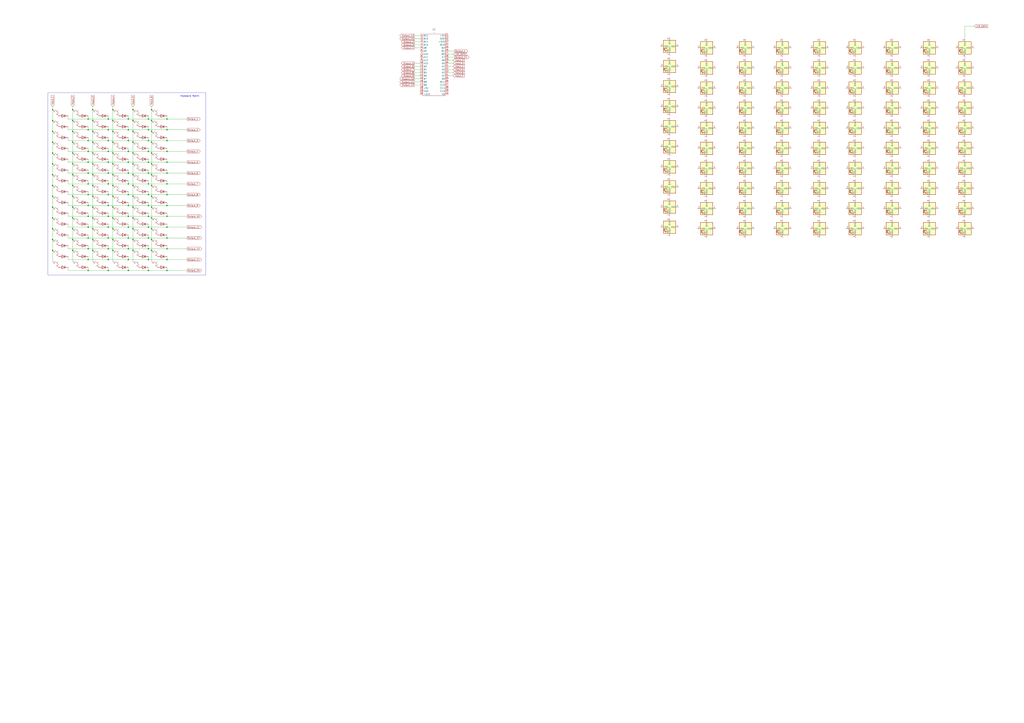
<source format=kicad_sch>
(kicad_sch
	(version 20250114)
	(generator "eeschema")
	(generator_version "9.0")
	(uuid "23bfea64-3293-4b50-a188-c281da23189a")
	(paper "A1")
	
	(rectangle
		(start 39.37 76.2)
		(end 168.91 226.06)
		(stroke
			(width 0)
			(type default)
		)
		(fill
			(type none)
		)
		(uuid e23f58e9-648c-4e03-996c-9539ab8c952f)
	)
	(text "Keyboard Matrix"
		(exclude_from_sim no)
		(at 155.956 78.994 0)
		(effects
			(font
				(size 1.27 1.27)
			)
		)
		(uuid "cf048810-22f7-450e-b634-45f7e9aa9822")
	)
	(junction
		(at 76.2 90.17)
		(diameter 0)
		(color 0 0 0 0)
		(uuid "008201e9-52a2-473a-a383-fac6d3cc94a2")
	)
	(junction
		(at 92.71 125.73)
		(diameter 0)
		(color 0 0 0 0)
		(uuid "00d9f061-137e-4c2e-ad1c-a99610a5271f")
	)
	(junction
		(at 124.46 205.74)
		(diameter 0)
		(color 0 0 0 0)
		(uuid "00fcc2bd-c151-47c9-9ae7-c4b049adc388")
	)
	(junction
		(at 121.92 222.25)
		(diameter 0)
		(color 0 0 0 0)
		(uuid "02ca9abc-23a7-4c28-8c5c-bf8b7f87526c")
	)
	(junction
		(at 43.18 205.74)
		(diameter 0)
		(color 0 0 0 0)
		(uuid "05143034-671c-463e-a2a2-b0f8ada14207")
	)
	(junction
		(at 92.71 161.29)
		(diameter 0)
		(color 0 0 0 0)
		(uuid "085f0094-8a09-429f-92e9-c6c8845c6576")
	)
	(junction
		(at 124.46 116.84)
		(diameter 0)
		(color 0 0 0 0)
		(uuid "0b0709fa-b2c2-4678-811b-1295e488db5a")
	)
	(junction
		(at 137.16 151.13)
		(diameter 0)
		(color 0 0 0 0)
		(uuid "0b2363ba-c450-441f-b6ca-1516f660b3bf")
	)
	(junction
		(at 72.39 204.47)
		(diameter 0)
		(color 0 0 0 0)
		(uuid "0f9764c0-05a4-4c29-9152-19375511fff3")
	)
	(junction
		(at 72.39 222.25)
		(diameter 0)
		(color 0 0 0 0)
		(uuid "108d7cbe-45f3-4cb9-b5e6-e427b3592e22")
	)
	(junction
		(at 137.16 213.36)
		(diameter 0)
		(color 0 0 0 0)
		(uuid "1175016b-7267-41ec-b088-2f3f1dc46d0b")
	)
	(junction
		(at 137.16 97.79)
		(diameter 0)
		(color 0 0 0 0)
		(uuid "11e777de-e74b-4c8b-869a-c3ba198c9dbc")
	)
	(junction
		(at 92.71 90.17)
		(diameter 0)
		(color 0 0 0 0)
		(uuid "127a6ef2-8b24-451f-9b71-26538c1ce433")
	)
	(junction
		(at 105.41 151.13)
		(diameter 0)
		(color 0 0 0 0)
		(uuid "141f89bf-de2f-4533-a4b9-f6b1357b43f8")
	)
	(junction
		(at 76.2 170.18)
		(diameter 0)
		(color 0 0 0 0)
		(uuid "15570bb7-12f8-4b0f-ab0c-7e948b432542")
	)
	(junction
		(at 72.39 97.79)
		(diameter 0)
		(color 0 0 0 0)
		(uuid "164c0f60-7227-4250-b291-fde349d12592")
	)
	(junction
		(at 137.16 186.69)
		(diameter 0)
		(color 0 0 0 0)
		(uuid "171b90b8-886a-4065-b4e4-0d934eb38b04")
	)
	(junction
		(at 124.46 187.96)
		(diameter 0)
		(color 0 0 0 0)
		(uuid "1e105a6c-95dc-42a0-9b00-556e11273e99")
	)
	(junction
		(at 105.41 142.24)
		(diameter 0)
		(color 0 0 0 0)
		(uuid "1e965ace-a99d-4878-98fe-1b4a793a1c0c")
	)
	(junction
		(at 43.18 90.17)
		(diameter 0)
		(color 0 0 0 0)
		(uuid "2096d05b-7517-4f62-874e-94ecd0381a19")
	)
	(junction
		(at 121.92 142.24)
		(diameter 0)
		(color 0 0 0 0)
		(uuid "20f24ae8-f199-4dde-a032-5d6a849e0dbb")
	)
	(junction
		(at 88.9 106.68)
		(diameter 0)
		(color 0 0 0 0)
		(uuid "22735140-938e-41ec-baaa-5a8c092846d9")
	)
	(junction
		(at 92.71 179.07)
		(diameter 0)
		(color 0 0 0 0)
		(uuid "23525830-6b6b-4092-b5a8-96e55865f790")
	)
	(junction
		(at 88.9 97.79)
		(diameter 0)
		(color 0 0 0 0)
		(uuid "24350fe2-2f74-4f52-81dd-698d41152ad4")
	)
	(junction
		(at 72.39 151.13)
		(diameter 0)
		(color 0 0 0 0)
		(uuid "2b5246bb-d451-4c8a-9498-42a47e1d6c97")
	)
	(junction
		(at 76.2 99.06)
		(diameter 0)
		(color 0 0 0 0)
		(uuid "2bd53819-ba4d-4339-b5f1-a053849f2fdd")
	)
	(junction
		(at 59.69 99.06)
		(diameter 0)
		(color 0 0 0 0)
		(uuid "2d579333-66a9-4718-b5fe-19c4ad4833e9")
	)
	(junction
		(at 72.39 142.24)
		(diameter 0)
		(color 0 0 0 0)
		(uuid "2dc24d99-4b0c-429d-8951-d54499ec4e40")
	)
	(junction
		(at 88.9 142.24)
		(diameter 0)
		(color 0 0 0 0)
		(uuid "2f298fd9-47c9-4913-b9b5-730da173a861")
	)
	(junction
		(at 43.18 116.84)
		(diameter 0)
		(color 0 0 0 0)
		(uuid "31b54450-44c5-4b7a-83e7-3e1e11ba537a")
	)
	(junction
		(at 76.2 107.95)
		(diameter 0)
		(color 0 0 0 0)
		(uuid "322795c8-fd9c-4ffa-abff-f0a1682d62e2")
	)
	(junction
		(at 109.22 161.29)
		(diameter 0)
		(color 0 0 0 0)
		(uuid "335313a5-b8d8-4a71-8d3c-a30239e24288")
	)
	(junction
		(at 92.71 134.62)
		(diameter 0)
		(color 0 0 0 0)
		(uuid "340da787-6195-432e-b46e-96fae0c9ac06")
	)
	(junction
		(at 137.16 222.25)
		(diameter 0)
		(color 0 0 0 0)
		(uuid "34231a71-1ad1-4361-942d-903bb2715f50")
	)
	(junction
		(at 88.9 204.47)
		(diameter 0)
		(color 0 0 0 0)
		(uuid "342a67e1-a17c-46d5-890e-ecbb6545ccd0")
	)
	(junction
		(at 121.92 204.47)
		(diameter 0)
		(color 0 0 0 0)
		(uuid "360b481e-5887-45c0-8597-60820931c267")
	)
	(junction
		(at 76.2 116.84)
		(diameter 0)
		(color 0 0 0 0)
		(uuid "36a82f42-a401-4e98-acfb-d83b1f0f60fb")
	)
	(junction
		(at 105.41 204.47)
		(diameter 0)
		(color 0 0 0 0)
		(uuid "3764b039-5e9a-4ba9-bb37-3fa34bb871a0")
	)
	(junction
		(at 109.22 107.95)
		(diameter 0)
		(color 0 0 0 0)
		(uuid "3e1514f6-3173-42c3-85ad-fff1d6490689")
	)
	(junction
		(at 88.9 186.69)
		(diameter 0)
		(color 0 0 0 0)
		(uuid "3efe559d-50a1-4d92-b6aa-d888d6e148ad")
	)
	(junction
		(at 88.9 133.35)
		(diameter 0)
		(color 0 0 0 0)
		(uuid "3fba95eb-94b6-4bda-8047-fd933f81d3a0")
	)
	(junction
		(at 72.39 115.57)
		(diameter 0)
		(color 0 0 0 0)
		(uuid "4058fa3d-279c-446b-aef8-9571b54a780c")
	)
	(junction
		(at 105.41 97.79)
		(diameter 0)
		(color 0 0 0 0)
		(uuid "414d2271-f7f2-4e0a-b99b-00baf43fc869")
	)
	(junction
		(at 92.71 116.84)
		(diameter 0)
		(color 0 0 0 0)
		(uuid "43c733f1-96c1-4d35-b4eb-a8e25adfc2d6")
	)
	(junction
		(at 72.39 177.8)
		(diameter 0)
		(color 0 0 0 0)
		(uuid "4454c7a8-64c8-48ca-b969-3e18070e4f92")
	)
	(junction
		(at 124.46 196.85)
		(diameter 0)
		(color 0 0 0 0)
		(uuid "4526246f-70a5-4ed3-b418-4c2e1fcdc3eb")
	)
	(junction
		(at 105.41 124.46)
		(diameter 0)
		(color 0 0 0 0)
		(uuid "46b2961f-25d2-48a4-abbf-1364912b7138")
	)
	(junction
		(at 72.39 168.91)
		(diameter 0)
		(color 0 0 0 0)
		(uuid "48682f37-988a-4f45-8ade-dee8fbaeceda")
	)
	(junction
		(at 92.71 170.18)
		(diameter 0)
		(color 0 0 0 0)
		(uuid "489fa079-dc29-4522-ae8c-305563357635")
	)
	(junction
		(at 43.18 187.96)
		(diameter 0)
		(color 0 0 0 0)
		(uuid "4c2370c7-c5e6-4cee-b7a4-c60123a3b5ab")
	)
	(junction
		(at 59.69 205.74)
		(diameter 0)
		(color 0 0 0 0)
		(uuid "4e2ea5a1-ec1f-45eb-86db-0bc5ca3742ca")
	)
	(junction
		(at 59.69 116.84)
		(diameter 0)
		(color 0 0 0 0)
		(uuid "4e5cf0c3-b4b1-4d68-9da0-6572ea151179")
	)
	(junction
		(at 124.46 90.17)
		(diameter 0)
		(color 0 0 0 0)
		(uuid "4f1be5a9-d231-4d08-8bf3-87e7846c4b53")
	)
	(junction
		(at 43.18 99.06)
		(diameter 0)
		(color 0 0 0 0)
		(uuid "500b2f49-e96b-4e2e-a627-0260322ef2c8")
	)
	(junction
		(at 59.69 90.17)
		(diameter 0)
		(color 0 0 0 0)
		(uuid "500bcb91-fd21-49ac-bdb3-3923f5c29122")
	)
	(junction
		(at 76.2 161.29)
		(diameter 0)
		(color 0 0 0 0)
		(uuid "504e3918-9d63-490d-8a17-3744440c9287")
	)
	(junction
		(at 76.2 196.85)
		(diameter 0)
		(color 0 0 0 0)
		(uuid "51370da9-8861-4f82-9aa0-3521aea29f1e")
	)
	(junction
		(at 72.39 160.02)
		(diameter 0)
		(color 0 0 0 0)
		(uuid "517b2c38-3037-4ec5-b178-77719454d778")
	)
	(junction
		(at 76.2 187.96)
		(diameter 0)
		(color 0 0 0 0)
		(uuid "51f01035-eb33-4cf8-889b-e8c42c950bb6")
	)
	(junction
		(at 43.18 134.62)
		(diameter 0)
		(color 0 0 0 0)
		(uuid "52786592-13a0-4c3e-99fe-3a69094beaa3")
	)
	(junction
		(at 137.16 160.02)
		(diameter 0)
		(color 0 0 0 0)
		(uuid "54454637-35bc-4d89-b61f-6e7a6f471e11")
	)
	(junction
		(at 105.41 213.36)
		(diameter 0)
		(color 0 0 0 0)
		(uuid "54844daa-83f8-4b92-bf72-a21ecc048df1")
	)
	(junction
		(at 43.18 152.4)
		(diameter 0)
		(color 0 0 0 0)
		(uuid "55d83e38-d83b-47f0-b49a-c6479153e791")
	)
	(junction
		(at 59.69 161.29)
		(diameter 0)
		(color 0 0 0 0)
		(uuid "5644ffe5-167f-4378-a02e-3f22b1c79ae9")
	)
	(junction
		(at 76.2 134.62)
		(diameter 0)
		(color 0 0 0 0)
		(uuid "57fb6869-7272-4d37-9af9-e931dbab3113")
	)
	(junction
		(at 88.9 177.8)
		(diameter 0)
		(color 0 0 0 0)
		(uuid "594b383b-205d-45b9-88c3-86f1abde763b")
	)
	(junction
		(at 92.71 187.96)
		(diameter 0)
		(color 0 0 0 0)
		(uuid "5ae1b980-77ee-41f5-a6a2-9bf9439bb3b9")
	)
	(junction
		(at 88.9 195.58)
		(diameter 0)
		(color 0 0 0 0)
		(uuid "5b54221d-ad0e-4b0d-93a9-206eb34ee247")
	)
	(junction
		(at 121.92 115.57)
		(diameter 0)
		(color 0 0 0 0)
		(uuid "5bf88636-3352-4e0d-b7d0-c5284c61dfb4")
	)
	(junction
		(at 59.69 170.18)
		(diameter 0)
		(color 0 0 0 0)
		(uuid "5cc364c2-445c-4175-b061-30b3d38a68a9")
	)
	(junction
		(at 59.69 125.73)
		(diameter 0)
		(color 0 0 0 0)
		(uuid "5eba1534-c455-475f-8110-103e7dd01bdf")
	)
	(junction
		(at 43.18 107.95)
		(diameter 0)
		(color 0 0 0 0)
		(uuid "5ff793d8-f2ec-4880-a44a-92cbf2c98ebc")
	)
	(junction
		(at 72.39 106.68)
		(diameter 0)
		(color 0 0 0 0)
		(uuid "6895e605-b0b0-45a2-b388-796ec53252a6")
	)
	(junction
		(at 121.92 106.68)
		(diameter 0)
		(color 0 0 0 0)
		(uuid "6c8cf8ed-3d90-44ee-9995-d45983b51a54")
	)
	(junction
		(at 109.22 99.06)
		(diameter 0)
		(color 0 0 0 0)
		(uuid "6d78fb40-0ae2-4f8c-accf-5cab02ad02d1")
	)
	(junction
		(at 137.16 177.8)
		(diameter 0)
		(color 0 0 0 0)
		(uuid "6ee6444a-af99-4e4b-a0e9-f2920eb80551")
	)
	(junction
		(at 109.22 125.73)
		(diameter 0)
		(color 0 0 0 0)
		(uuid "6f0e82a6-fcc4-4748-ac3e-a347216eb9c0")
	)
	(junction
		(at 109.22 116.84)
		(diameter 0)
		(color 0 0 0 0)
		(uuid "70649150-66b5-481c-a9d9-54ddfae50c68")
	)
	(junction
		(at 76.2 125.73)
		(diameter 0)
		(color 0 0 0 0)
		(uuid "715c8635-f847-4c51-bc65-5f8d9403be34")
	)
	(junction
		(at 105.41 195.58)
		(diameter 0)
		(color 0 0 0 0)
		(uuid "7336ca52-4df0-45ed-9833-8defa77329f3")
	)
	(junction
		(at 72.39 213.36)
		(diameter 0)
		(color 0 0 0 0)
		(uuid "75c42ca8-15a1-4532-9759-4dc8203e6f87")
	)
	(junction
		(at 121.92 160.02)
		(diameter 0)
		(color 0 0 0 0)
		(uuid "79074d61-e15b-41a7-afb7-d8dcb6cf7f02")
	)
	(junction
		(at 92.71 107.95)
		(diameter 0)
		(color 0 0 0 0)
		(uuid "797c883f-86d5-45ec-83e5-dcaeea6a1f40")
	)
	(junction
		(at 43.18 143.51)
		(diameter 0)
		(color 0 0 0 0)
		(uuid "7b07f229-8eca-489a-b7e6-e741d93478af")
	)
	(junction
		(at 121.92 133.35)
		(diameter 0)
		(color 0 0 0 0)
		(uuid "7ce813b7-0382-4732-8723-bf89f2a008c9")
	)
	(junction
		(at 137.16 195.58)
		(diameter 0)
		(color 0 0 0 0)
		(uuid "7e6e8a82-1cf4-4e94-b52d-1e4c2555d9c6")
	)
	(junction
		(at 124.46 107.95)
		(diameter 0)
		(color 0 0 0 0)
		(uuid "7fde43e5-651c-442b-b57b-f3e44f82077f")
	)
	(junction
		(at 121.92 177.8)
		(diameter 0)
		(color 0 0 0 0)
		(uuid "81347781-e07c-4ecd-ae4d-6a5c8845774b")
	)
	(junction
		(at 88.9 124.46)
		(diameter 0)
		(color 0 0 0 0)
		(uuid "822fd430-ece7-47f1-b8bb-8918f9c3c291")
	)
	(junction
		(at 105.41 115.57)
		(diameter 0)
		(color 0 0 0 0)
		(uuid "83d338c7-3306-47c7-9d8a-87f050c3ac17")
	)
	(junction
		(at 92.71 99.06)
		(diameter 0)
		(color 0 0 0 0)
		(uuid "840d760e-ae32-4742-8489-f5e78249ce29")
	)
	(junction
		(at 124.46 99.06)
		(diameter 0)
		(color 0 0 0 0)
		(uuid "88f7c772-2f10-45fa-9897-641be9e58d83")
	)
	(junction
		(at 105.41 168.91)
		(diameter 0)
		(color 0 0 0 0)
		(uuid "891adcd8-1f95-4066-b9f4-e4a31928aeec")
	)
	(junction
		(at 92.71 196.85)
		(diameter 0)
		(color 0 0 0 0)
		(uuid "8ca668a1-9ff7-499c-99a5-0d70d6f49248")
	)
	(junction
		(at 137.16 124.46)
		(diameter 0)
		(color 0 0 0 0)
		(uuid "8e5d3df2-49b9-4ff9-8d48-f86130a44d74")
	)
	(junction
		(at 137.16 142.24)
		(diameter 0)
		(color 0 0 0 0)
		(uuid "8f6ae30f-f42d-41e4-a3cd-8425cc0af733")
	)
	(junction
		(at 121.92 97.79)
		(diameter 0)
		(color 0 0 0 0)
		(uuid "902f2101-0c2b-42cd-b9bc-3773d31217a0")
	)
	(junction
		(at 121.92 195.58)
		(diameter 0)
		(color 0 0 0 0)
		(uuid "905ed7fc-49f9-4a7d-bf7e-32552bf9d1f5")
	)
	(junction
		(at 105.41 222.25)
		(diameter 0)
		(color 0 0 0 0)
		(uuid "9185494b-7677-4687-a72b-643c62e1c92d")
	)
	(junction
		(at 43.18 125.73)
		(diameter 0)
		(color 0 0 0 0)
		(uuid "92441db5-3988-4508-b5a1-b1452964d304")
	)
	(junction
		(at 109.22 152.4)
		(diameter 0)
		(color 0 0 0 0)
		(uuid "945169c9-97b4-439d-85ff-3a3edcbbbd2c")
	)
	(junction
		(at 124.46 179.07)
		(diameter 0)
		(color 0 0 0 0)
		(uuid "95b8f617-d12c-4ca5-82f4-a477b1ac2717")
	)
	(junction
		(at 76.2 205.74)
		(diameter 0)
		(color 0 0 0 0)
		(uuid "9834e476-4b3d-4f9a-a8ee-51926e54ec40")
	)
	(junction
		(at 124.46 143.51)
		(diameter 0)
		(color 0 0 0 0)
		(uuid "997ce1f9-9f1c-4f81-a60d-46ded85fe2cf")
	)
	(junction
		(at 59.69 196.85)
		(diameter 0)
		(color 0 0 0 0)
		(uuid "9f7f037d-5154-485d-996b-912d31682d6d")
	)
	(junction
		(at 92.71 143.51)
		(diameter 0)
		(color 0 0 0 0)
		(uuid "a1e6ccc6-c2c8-44c7-be01-6c21689c7b0b")
	)
	(junction
		(at 92.71 152.4)
		(diameter 0)
		(color 0 0 0 0)
		(uuid "a388be4c-0da9-4df4-a4d1-176d273f7cd6")
	)
	(junction
		(at 109.22 143.51)
		(diameter 0)
		(color 0 0 0 0)
		(uuid "a5ed5437-58d5-4c6c-8589-256ab6c42761")
	)
	(junction
		(at 43.18 196.85)
		(diameter 0)
		(color 0 0 0 0)
		(uuid "a686cd95-b770-4b4a-9068-b2baafc35c44")
	)
	(junction
		(at 124.46 125.73)
		(diameter 0)
		(color 0 0 0 0)
		(uuid "aa456d8b-4d43-4cf2-a515-5f97fe1090c7")
	)
	(junction
		(at 43.18 179.07)
		(diameter 0)
		(color 0 0 0 0)
		(uuid "aa5a88af-8b61-4e24-8f32-9dec2d7db85d")
	)
	(junction
		(at 109.22 134.62)
		(diameter 0)
		(color 0 0 0 0)
		(uuid "ac9be02f-f736-4d01-a800-823fab959c6b")
	)
	(junction
		(at 109.22 179.07)
		(diameter 0)
		(color 0 0 0 0)
		(uuid "ada3115f-2083-4932-a31c-5beda90cc39f")
	)
	(junction
		(at 88.9 151.13)
		(diameter 0)
		(color 0 0 0 0)
		(uuid "ae0442a8-aade-418e-9ee4-0196da80ca0a")
	)
	(junction
		(at 59.69 107.95)
		(diameter 0)
		(color 0 0 0 0)
		(uuid "b1d7b3c5-a956-4856-a8b4-dd1553e0b5ec")
	)
	(junction
		(at 124.46 161.29)
		(diameter 0)
		(color 0 0 0 0)
		(uuid "b51e80c1-8e12-4af2-8a96-dda3453d2c4d")
	)
	(junction
		(at 59.69 134.62)
		(diameter 0)
		(color 0 0 0 0)
		(uuid "b854a9ba-b884-490f-b024-9a7b54dc06cd")
	)
	(junction
		(at 88.9 213.36)
		(diameter 0)
		(color 0 0 0 0)
		(uuid "b880796f-8b51-4648-b30e-d4e295f2afb7")
	)
	(junction
		(at 76.2 179.07)
		(diameter 0)
		(color 0 0 0 0)
		(uuid "bfb939b9-4e43-4700-8b69-bbe6b33408b1")
	)
	(junction
		(at 76.2 143.51)
		(diameter 0)
		(color 0 0 0 0)
		(uuid "c03d522a-e136-4851-999e-40d0587d4031")
	)
	(junction
		(at 109.22 90.17)
		(diameter 0)
		(color 0 0 0 0)
		(uuid "c0b0294d-0a7c-4e5a-8008-f5d9f5760dd2")
	)
	(junction
		(at 76.2 152.4)
		(diameter 0)
		(color 0 0 0 0)
		(uuid "c2606a80-7d9c-461b-a289-f1e29541759e")
	)
	(junction
		(at 105.41 133.35)
		(diameter 0)
		(color 0 0 0 0)
		(uuid "c26c3c18-8828-4721-877e-c741c3c38b31")
	)
	(junction
		(at 105.41 106.68)
		(diameter 0)
		(color 0 0 0 0)
		(uuid "c4c05c7a-873f-4f66-b01f-27b1d01eecb8")
	)
	(junction
		(at 88.9 160.02)
		(diameter 0)
		(color 0 0 0 0)
		(uuid "c5073b7c-85ed-4080-ac23-6e9356e9d657")
	)
	(junction
		(at 109.22 170.18)
		(diameter 0)
		(color 0 0 0 0)
		(uuid "c5386c15-ac5e-45a0-bb08-3675e7442ff4")
	)
	(junction
		(at 59.69 143.51)
		(diameter 0)
		(color 0 0 0 0)
		(uuid "cba0ee10-d92e-4277-8e0b-c98ff3ad7a5d")
	)
	(junction
		(at 59.69 187.96)
		(diameter 0)
		(color 0 0 0 0)
		(uuid "d20fb7ca-1f42-47e6-9a0b-177297a92c9d")
	)
	(junction
		(at 124.46 134.62)
		(diameter 0)
		(color 0 0 0 0)
		(uuid "d312c851-981e-4678-95b4-dc3a64ce3355")
	)
	(junction
		(at 72.39 133.35)
		(diameter 0)
		(color 0 0 0 0)
		(uuid "d5ccc899-a8ee-4fd1-a466-db8a2cd2065f")
	)
	(junction
		(at 88.9 115.57)
		(diameter 0)
		(color 0 0 0 0)
		(uuid "d63012af-fed1-4c23-a77d-c59353568ea1")
	)
	(junction
		(at 72.39 186.69)
		(diameter 0)
		(color 0 0 0 0)
		(uuid "d6b5f999-7947-484d-a4b9-0587ab09a684")
	)
	(junction
		(at 72.39 195.58)
		(diameter 0)
		(color 0 0 0 0)
		(uuid "d80c0494-0439-4034-9345-0b00affc7cf5")
	)
	(junction
		(at 43.18 161.29)
		(diameter 0)
		(color 0 0 0 0)
		(uuid "d98d12e5-106e-43a8-883c-01eb16c0d3cb")
	)
	(junction
		(at 137.16 204.47)
		(diameter 0)
		(color 0 0 0 0)
		(uuid "dc97b34f-eec0-4c94-a307-9f60706566fb")
	)
	(junction
		(at 137.16 168.91)
		(diameter 0)
		(color 0 0 0 0)
		(uuid "de4d5882-bbe1-4c50-83f8-66a281d362bb")
	)
	(junction
		(at 105.41 186.69)
		(diameter 0)
		(color 0 0 0 0)
		(uuid "e0e90383-e67f-4ef2-a621-c8be890f7b89")
	)
	(junction
		(at 72.39 124.46)
		(diameter 0)
		(color 0 0 0 0)
		(uuid "e3e64ae4-c79d-4677-a47c-ab014486929e")
	)
	(junction
		(at 137.16 115.57)
		(diameter 0)
		(color 0 0 0 0)
		(uuid "e4befe41-56e9-4986-926a-9a26da4093d5")
	)
	(junction
		(at 59.69 152.4)
		(diameter 0)
		(color 0 0 0 0)
		(uuid "e501990d-f334-483c-9ff2-cd4c84c5fa81")
	)
	(junction
		(at 43.18 170.18)
		(diameter 0)
		(color 0 0 0 0)
		(uuid "e5ff41cd-a91e-4bc1-80e8-62dcb9a7113d")
	)
	(junction
		(at 92.71 205.74)
		(diameter 0)
		(color 0 0 0 0)
		(uuid "e8f6d9dc-01a8-4820-9609-67e0bda0c488")
	)
	(junction
		(at 88.9 168.91)
		(diameter 0)
		(color 0 0 0 0)
		(uuid "e8f98d4b-1d4c-4a3e-916f-dc5c32abcda3")
	)
	(junction
		(at 121.92 124.46)
		(diameter 0)
		(color 0 0 0 0)
		(uuid "e939b4a4-db79-4a3f-9fe8-ef58599cec57")
	)
	(junction
		(at 124.46 170.18)
		(diameter 0)
		(color 0 0 0 0)
		(uuid "ec158334-097e-48d6-a917-e0a152864f78")
	)
	(junction
		(at 59.69 179.07)
		(diameter 0)
		(color 0 0 0 0)
		(uuid "ed356be0-1398-4429-b4aa-b7201b809447")
	)
	(junction
		(at 124.46 152.4)
		(diameter 0)
		(color 0 0 0 0)
		(uuid "efdd4dc9-c921-47f8-926a-17e3a787e82a")
	)
	(junction
		(at 109.22 205.74)
		(diameter 0)
		(color 0 0 0 0)
		(uuid "f32ba54b-0457-4756-8f39-60ffff2dc432")
	)
	(junction
		(at 137.16 133.35)
		(diameter 0)
		(color 0 0 0 0)
		(uuid "f4d69d9c-77c8-4957-95bc-c085df71bfba")
	)
	(junction
		(at 88.9 222.25)
		(diameter 0)
		(color 0 0 0 0)
		(uuid "f78214f4-fefa-41d8-89df-59b9129787ef")
	)
	(junction
		(at 121.92 168.91)
		(diameter 0)
		(color 0 0 0 0)
		(uuid "f7d71e75-109a-476e-8601-8baabd5cdf7f")
	)
	(junction
		(at 109.22 187.96)
		(diameter 0)
		(color 0 0 0 0)
		(uuid "f85913d1-209b-496f-8e9a-63e448447551")
	)
	(junction
		(at 105.41 177.8)
		(diameter 0)
		(color 0 0 0 0)
		(uuid "f900e93c-3caf-45af-a271-145965e48075")
	)
	(junction
		(at 105.41 160.02)
		(diameter 0)
		(color 0 0 0 0)
		(uuid "f97b7f83-309f-4c50-9f59-0f70aa28f22c")
	)
	(junction
		(at 137.16 106.68)
		(diameter 0)
		(color 0 0 0 0)
		(uuid "fb7a965f-8d32-4863-8b62-ebb9f559e1bf")
	)
	(junction
		(at 121.92 186.69)
		(diameter 0)
		(color 0 0 0 0)
		(uuid "fc57f8f9-631c-4ba9-9482-6124bc650687")
	)
	(junction
		(at 109.22 196.85)
		(diameter 0)
		(color 0 0 0 0)
		(uuid "fc60e1b4-bb29-46fa-ac83-5a7f6a457cf0")
	)
	(junction
		(at 121.92 213.36)
		(diameter 0)
		(color 0 0 0 0)
		(uuid "fd1d3627-a18c-419b-86db-1201ab72c0fa")
	)
	(junction
		(at 121.92 151.13)
		(diameter 0)
		(color 0 0 0 0)
		(uuid "ff4f0343-b856-4685-8cdf-a939ee3110da")
	)
	(wire
		(pts
			(xy 72.39 210.82) (xy 72.39 213.36)
		)
		(stroke
			(width 0)
			(type default)
		)
		(uuid "016921a4-4b90-4cda-8727-89853ce52f4a")
	)
	(wire
		(pts
			(xy 92.71 134.62) (xy 92.71 143.51)
		)
		(stroke
			(width 0)
			(type default)
		)
		(uuid "0399fb43-7f93-434d-b0bc-f5ee0b230a84")
	)
	(wire
		(pts
			(xy 59.69 87.63) (xy 59.69 90.17)
		)
		(stroke
			(width 0)
			(type default)
		)
		(uuid "04ccd88a-42b4-4961-896b-97d7d0416c1a")
	)
	(wire
		(pts
			(xy 368.3 46.99) (xy 373.38 46.99)
		)
		(stroke
			(width 0)
			(type default)
		)
		(uuid "05b6d054-e875-46b2-9575-d93b65ddd561")
	)
	(wire
		(pts
			(xy 137.16 115.57) (xy 153.67 115.57)
		)
		(stroke
			(width 0)
			(type default)
		)
		(uuid "09166cae-918d-4f80-9094-f233fe391612")
	)
	(wire
		(pts
			(xy 121.92 166.37) (xy 121.92 168.91)
		)
		(stroke
			(width 0)
			(type default)
		)
		(uuid "09a64c0f-98b7-4140-8a71-5a792d896955")
	)
	(wire
		(pts
			(xy 59.69 125.73) (xy 59.69 134.62)
		)
		(stroke
			(width 0)
			(type default)
		)
		(uuid "0b26e2b1-ce4d-4b8e-9fa3-0bc8fa618f12")
	)
	(wire
		(pts
			(xy 72.39 142.24) (xy 88.9 142.24)
		)
		(stroke
			(width 0)
			(type default)
		)
		(uuid "0b582c31-3a1a-4356-8526-68f93b650c6f")
	)
	(wire
		(pts
			(xy 121.92 201.93) (xy 121.92 204.47)
		)
		(stroke
			(width 0)
			(type default)
		)
		(uuid "0b5ea3ea-c845-419c-894a-eb6a1c652e87")
	)
	(wire
		(pts
			(xy 121.92 222.25) (xy 137.16 222.25)
		)
		(stroke
			(width 0)
			(type default)
		)
		(uuid "0d43e70b-91c3-4269-9705-7eae03407c4f")
	)
	(wire
		(pts
			(xy 72.39 157.48) (xy 72.39 160.02)
		)
		(stroke
			(width 0)
			(type default)
		)
		(uuid "0de2b4ca-a352-4174-87fb-f64a5a24f646")
	)
	(wire
		(pts
			(xy 72.39 193.04) (xy 72.39 195.58)
		)
		(stroke
			(width 0)
			(type default)
		)
		(uuid "0ee8aa62-0b7d-46d3-a513-91535fda933c")
	)
	(wire
		(pts
			(xy 124.46 87.63) (xy 124.46 90.17)
		)
		(stroke
			(width 0)
			(type default)
		)
		(uuid "0f71f1ae-d553-4e5e-a74d-86a0a2814318")
	)
	(wire
		(pts
			(xy 43.18 116.84) (xy 43.18 125.73)
		)
		(stroke
			(width 0)
			(type default)
		)
		(uuid "101c0dd1-1b4e-41e7-8323-15b2b42046bb")
	)
	(wire
		(pts
			(xy 137.16 106.68) (xy 153.67 106.68)
		)
		(stroke
			(width 0)
			(type default)
		)
		(uuid "11c4d897-dfcc-4655-90ce-88d0fe63c182")
	)
	(wire
		(pts
			(xy 340.36 29.21) (xy 344.805 29.21)
		)
		(stroke
			(width 0)
			(type default)
		)
		(uuid "121e4942-d515-4f7a-b084-59f80c8489b8")
	)
	(wire
		(pts
			(xy 76.2 99.06) (xy 76.2 107.95)
		)
		(stroke
			(width 0)
			(type default)
		)
		(uuid "12bce0ec-db97-4e91-add5-8c90268e6b2a")
	)
	(wire
		(pts
			(xy 105.41 201.93) (xy 105.41 204.47)
		)
		(stroke
			(width 0)
			(type default)
		)
		(uuid "12cfc0fc-3599-4bf8-9da8-2bd6926cde42")
	)
	(wire
		(pts
			(xy 59.69 99.06) (xy 59.69 107.95)
		)
		(stroke
			(width 0)
			(type default)
		)
		(uuid "134b6f04-c0a8-48d2-b13c-4a169b367372")
	)
	(wire
		(pts
			(xy 121.92 95.25) (xy 121.92 97.79)
		)
		(stroke
			(width 0)
			(type default)
		)
		(uuid "135748f1-2999-4afe-af7d-e79e5abc5c2a")
	)
	(wire
		(pts
			(xy 88.9 193.04) (xy 88.9 195.58)
		)
		(stroke
			(width 0)
			(type default)
		)
		(uuid "13c7f426-7175-4c17-b740-4044d7409ea4")
	)
	(wire
		(pts
			(xy 76.2 107.95) (xy 76.2 116.84)
		)
		(stroke
			(width 0)
			(type default)
		)
		(uuid "1475757e-cab0-47f4-814b-d793aebc9263")
	)
	(wire
		(pts
			(xy 72.39 113.03) (xy 72.39 115.57)
		)
		(stroke
			(width 0)
			(type default)
		)
		(uuid "1615fce7-6504-460d-9e64-2557cbfb947a")
	)
	(wire
		(pts
			(xy 121.92 186.69) (xy 137.16 186.69)
		)
		(stroke
			(width 0)
			(type default)
		)
		(uuid "16e13f33-120d-4070-aa51-a9f939a0b761")
	)
	(wire
		(pts
			(xy 76.2 161.29) (xy 76.2 170.18)
		)
		(stroke
			(width 0)
			(type default)
		)
		(uuid "1757f7ac-ab6b-4351-8f3c-1e616d4e6609")
	)
	(wire
		(pts
			(xy 88.9 95.25) (xy 88.9 97.79)
		)
		(stroke
			(width 0)
			(type default)
		)
		(uuid "18746824-20c8-4f63-8cac-8ced98239364")
	)
	(wire
		(pts
			(xy 137.16 177.8) (xy 153.67 177.8)
		)
		(stroke
			(width 0)
			(type default)
		)
		(uuid "1978f271-e20c-4bb4-9914-8ad4b0894d62")
	)
	(wire
		(pts
			(xy 137.16 193.04) (xy 137.16 195.58)
		)
		(stroke
			(width 0)
			(type default)
		)
		(uuid "1b085b2b-88aa-496b-8c4f-a05f13e76854")
	)
	(wire
		(pts
			(xy 121.92 124.46) (xy 137.16 124.46)
		)
		(stroke
			(width 0)
			(type default)
		)
		(uuid "1b3a5a52-fcb7-4773-8705-57fa823cb94b")
	)
	(wire
		(pts
			(xy 72.39 222.25) (xy 88.9 222.25)
		)
		(stroke
			(width 0)
			(type default)
		)
		(uuid "1b7ac86e-2675-4e65-aab4-8efb8260bc7c")
	)
	(wire
		(pts
			(xy 88.9 177.8) (xy 105.41 177.8)
		)
		(stroke
			(width 0)
			(type default)
		)
		(uuid "1b813cf9-89bd-4d3a-ae25-849491399e93")
	)
	(wire
		(pts
			(xy 368.3 49.53) (xy 372.11 49.53)
		)
		(stroke
			(width 0)
			(type default)
		)
		(uuid "1b8ccaba-0f10-4997-ace1-fa05447ce7e2")
	)
	(wire
		(pts
			(xy 124.46 143.51) (xy 124.46 152.4)
		)
		(stroke
			(width 0)
			(type default)
		)
		(uuid "1bf8a529-3cd4-4391-bdff-b016f8109d8d")
	)
	(wire
		(pts
			(xy 368.3 57.15) (xy 372.11 57.15)
		)
		(stroke
			(width 0)
			(type default)
		)
		(uuid "1c81ec7d-6f06-438b-848b-e7bcfd9d6015")
	)
	(wire
		(pts
			(xy 124.46 116.84) (xy 124.46 125.73)
		)
		(stroke
			(width 0)
			(type default)
		)
		(uuid "1cc09fe0-5362-4565-af62-a64301052cf0")
	)
	(wire
		(pts
			(xy 55.88 204.47) (xy 72.39 204.47)
		)
		(stroke
			(width 0)
			(type default)
		)
		(uuid "1ec65453-62a1-4172-8c58-a0239c463154")
	)
	(wire
		(pts
			(xy 137.16 113.03) (xy 137.16 115.57)
		)
		(stroke
			(width 0)
			(type default)
		)
		(uuid "1f4037cb-e5be-4ca5-b6e7-e9e6c5f2742a")
	)
	(wire
		(pts
			(xy 105.41 184.15) (xy 105.41 186.69)
		)
		(stroke
			(width 0)
			(type default)
		)
		(uuid "1f4ae8fa-fabf-4f0a-8415-e478da7a4b87")
	)
	(wire
		(pts
			(xy 55.88 168.91) (xy 72.39 168.91)
		)
		(stroke
			(width 0)
			(type default)
		)
		(uuid "1f6330a4-c537-43f9-81d3-d1ad271d19c9")
	)
	(wire
		(pts
			(xy 43.18 170.18) (xy 43.18 179.07)
		)
		(stroke
			(width 0)
			(type default)
		)
		(uuid "1f77f55a-cb8f-41f7-9e61-b1217c53b652")
	)
	(wire
		(pts
			(xy 59.69 170.18) (xy 59.69 179.07)
		)
		(stroke
			(width 0)
			(type default)
		)
		(uuid "217658f9-47db-4377-88d2-18bdf52eb205")
	)
	(wire
		(pts
			(xy 43.18 205.74) (xy 43.18 214.63)
		)
		(stroke
			(width 0)
			(type default)
		)
		(uuid "21831f66-750e-4b47-87bf-46b69f43bc7a")
	)
	(wire
		(pts
			(xy 72.39 213.36) (xy 88.9 213.36)
		)
		(stroke
			(width 0)
			(type default)
		)
		(uuid "2222c88c-c0ae-4cee-8c5f-ff30b9f21a3c")
	)
	(wire
		(pts
			(xy 88.9 219.71) (xy 88.9 222.25)
		)
		(stroke
			(width 0)
			(type default)
		)
		(uuid "248f7398-a34b-4cbe-86cf-5019af70c6ba")
	)
	(wire
		(pts
			(xy 137.16 219.71) (xy 137.16 222.25)
		)
		(stroke
			(width 0)
			(type default)
		)
		(uuid "2646360b-17d9-422b-85c5-d13c603750ff")
	)
	(wire
		(pts
			(xy 137.16 142.24) (xy 153.67 142.24)
		)
		(stroke
			(width 0)
			(type default)
		)
		(uuid "268194d1-1f00-4c42-90b2-cf91386fe067")
	)
	(wire
		(pts
			(xy 137.16 97.79) (xy 153.67 97.79)
		)
		(stroke
			(width 0)
			(type default)
		)
		(uuid "2696c874-0119-4f47-bd76-b11c56d9ab90")
	)
	(wire
		(pts
			(xy 137.16 222.25) (xy 153.67 222.25)
		)
		(stroke
			(width 0)
			(type default)
		)
		(uuid "26dee242-68bf-4345-9cbe-a74e1a881d1e")
	)
	(wire
		(pts
			(xy 76.2 205.74) (xy 76.2 214.63)
		)
		(stroke
			(width 0)
			(type default)
		)
		(uuid "26f99e4f-2559-481f-837c-7ee3e5361a57")
	)
	(wire
		(pts
			(xy 109.22 125.73) (xy 109.22 134.62)
		)
		(stroke
			(width 0)
			(type default)
		)
		(uuid "278ab84b-7cb6-4612-8951-dbb00b3de129")
	)
	(wire
		(pts
			(xy 92.71 90.17) (xy 92.71 99.06)
		)
		(stroke
			(width 0)
			(type default)
		)
		(uuid "2940c4d8-4c11-4d48-8d84-1044dd990465")
	)
	(wire
		(pts
			(xy 109.22 161.29) (xy 109.22 170.18)
		)
		(stroke
			(width 0)
			(type default)
		)
		(uuid "29baff19-5906-4f47-831c-b45893c53e48")
	)
	(wire
		(pts
			(xy 137.16 121.92) (xy 137.16 124.46)
		)
		(stroke
			(width 0)
			(type default)
		)
		(uuid "2ca5183f-695d-4067-a137-c8a9b137cacd")
	)
	(wire
		(pts
			(xy 55.88 157.48) (xy 55.88 160.02)
		)
		(stroke
			(width 0)
			(type default)
		)
		(uuid "2e478701-f3eb-4339-a9c4-cf87c1241e46")
	)
	(wire
		(pts
			(xy 55.88 95.25) (xy 55.88 97.79)
		)
		(stroke
			(width 0)
			(type default)
		)
		(uuid "2fbaa1f3-9802-4e3f-ad94-43cdcf33ccf8")
	)
	(wire
		(pts
			(xy 121.92 151.13) (xy 137.16 151.13)
		)
		(stroke
			(width 0)
			(type default)
		)
		(uuid "2fe7a21a-f194-4ff4-bbd0-50496f585ac4")
	)
	(wire
		(pts
			(xy 105.41 157.48) (xy 105.41 160.02)
		)
		(stroke
			(width 0)
			(type default)
		)
		(uuid "30036f89-8154-4d7b-846d-488b4dbf827a")
	)
	(wire
		(pts
			(xy 59.69 152.4) (xy 59.69 161.29)
		)
		(stroke
			(width 0)
			(type default)
		)
		(uuid "300bb0a6-8138-4974-bcce-9e41f809dd2a")
	)
	(wire
		(pts
			(xy 368.3 44.45) (xy 372.11 44.45)
		)
		(stroke
			(width 0)
			(type default)
		)
		(uuid "31911f4e-068e-4baf-aea5-c25c510e5140")
	)
	(wire
		(pts
			(xy 88.9 166.37) (xy 88.9 168.91)
		)
		(stroke
			(width 0)
			(type default)
		)
		(uuid "348f595d-f4f9-4e66-bf01-0518ae545482")
	)
	(wire
		(pts
			(xy 92.71 161.29) (xy 92.71 170.18)
		)
		(stroke
			(width 0)
			(type default)
		)
		(uuid "3599d813-13f2-4411-8982-3b0dcfe2353a")
	)
	(wire
		(pts
			(xy 109.22 134.62) (xy 109.22 143.51)
		)
		(stroke
			(width 0)
			(type default)
		)
		(uuid "36a89436-28eb-46ae-bf81-5ba0c47271d6")
	)
	(wire
		(pts
			(xy 340.36 57.15) (xy 344.805 57.15)
		)
		(stroke
			(width 0)
			(type default)
		)
		(uuid "36cdc818-820d-429d-94cc-95d43af77c46")
	)
	(wire
		(pts
			(xy 105.41 106.68) (xy 121.92 106.68)
		)
		(stroke
			(width 0)
			(type default)
		)
		(uuid "38392a55-4327-42c8-b0dc-c837a64f7dec")
	)
	(wire
		(pts
			(xy 55.88 201.93) (xy 55.88 204.47)
		)
		(stroke
			(width 0)
			(type default)
		)
		(uuid "3a53b535-330a-432c-b9c4-614254ec7811")
	)
	(wire
		(pts
			(xy 72.39 160.02) (xy 88.9 160.02)
		)
		(stroke
			(width 0)
			(type default)
		)
		(uuid "3aa03e7e-4c67-4587-ade2-bccfb1d4c25f")
	)
	(wire
		(pts
			(xy 55.88 106.68) (xy 72.39 106.68)
		)
		(stroke
			(width 0)
			(type default)
		)
		(uuid "3aaaacb1-a919-444f-b96a-bd7a6ed587d3")
	)
	(wire
		(pts
			(xy 109.22 152.4) (xy 109.22 161.29)
		)
		(stroke
			(width 0)
			(type default)
		)
		(uuid "3ee501c1-2155-43cf-8cdf-5319c5d9fc0c")
	)
	(wire
		(pts
			(xy 121.92 104.14) (xy 121.92 106.68)
		)
		(stroke
			(width 0)
			(type default)
		)
		(uuid "3fe743db-e534-442a-9c8f-e026ec03b15a")
	)
	(wire
		(pts
			(xy 121.92 133.35) (xy 137.16 133.35)
		)
		(stroke
			(width 0)
			(type default)
		)
		(uuid "40b21689-3407-4c51-b62b-1032729944cc")
	)
	(wire
		(pts
			(xy 59.69 116.84) (xy 59.69 125.73)
		)
		(stroke
			(width 0)
			(type default)
		)
		(uuid "414a40a8-fc83-4474-b9c0-9fccee269b07")
	)
	(wire
		(pts
			(xy 368.3 41.91) (xy 373.38 41.91)
		)
		(stroke
			(width 0)
			(type default)
		)
		(uuid "425bc9eb-9451-4d03-b593-124f2eb19436")
	)
	(wire
		(pts
			(xy 88.9 210.82) (xy 88.9 213.36)
		)
		(stroke
			(width 0)
			(type default)
		)
		(uuid "42dc8e97-6105-44d6-97e6-8bf82036f39d")
	)
	(wire
		(pts
			(xy 368.3 52.07) (xy 372.11 52.07)
		)
		(stroke
			(width 0)
			(type default)
		)
		(uuid "42dcc2c6-1016-419e-a38c-d108b637bb52")
	)
	(wire
		(pts
			(xy 92.71 170.18) (xy 92.71 179.07)
		)
		(stroke
			(width 0)
			(type default)
		)
		(uuid "4344f2cb-7f7e-4732-a7e5-1d22ce9a6c4a")
	)
	(wire
		(pts
			(xy 72.39 95.25) (xy 72.39 97.79)
		)
		(stroke
			(width 0)
			(type default)
		)
		(uuid "43affd82-cd34-47a7-8ebc-e8b6395042c0")
	)
	(wire
		(pts
			(xy 55.88 213.36) (xy 72.39 213.36)
		)
		(stroke
			(width 0)
			(type default)
		)
		(uuid "4411e77d-0089-4b58-8b30-b35f1b619439")
	)
	(wire
		(pts
			(xy 55.88 121.92) (xy 55.88 124.46)
		)
		(stroke
			(width 0)
			(type default)
		)
		(uuid "45f8801c-3a55-401d-a666-e07bc79edb84")
	)
	(wire
		(pts
			(xy 340.36 69.85) (xy 344.805 69.85)
		)
		(stroke
			(width 0)
			(type default)
		)
		(uuid "46c382d7-559b-4012-b24a-94f0c948b618")
	)
	(wire
		(pts
			(xy 137.16 157.48) (xy 137.16 160.02)
		)
		(stroke
			(width 0)
			(type default)
		)
		(uuid "46eb7111-8780-4afe-9147-0e91d8c9b2ba")
	)
	(wire
		(pts
			(xy 105.41 104.14) (xy 105.41 106.68)
		)
		(stroke
			(width 0)
			(type default)
		)
		(uuid "474011e8-97e9-458f-9203-dc32cdcdb8ba")
	)
	(wire
		(pts
			(xy 105.41 213.36) (xy 121.92 213.36)
		)
		(stroke
			(width 0)
			(type default)
		)
		(uuid "47560ec5-8251-40b8-a7ac-62b4d762c0aa")
	)
	(wire
		(pts
			(xy 59.69 90.17) (xy 59.69 99.06)
		)
		(stroke
			(width 0)
			(type default)
		)
		(uuid "47df53d0-aaa8-4c91-a255-1fdcb1d09384")
	)
	(wire
		(pts
			(xy 137.16 133.35) (xy 153.67 133.35)
		)
		(stroke
			(width 0)
			(type default)
		)
		(uuid "499819b2-39bf-474f-be62-094e01c2e62f")
	)
	(wire
		(pts
			(xy 137.16 160.02) (xy 153.67 160.02)
		)
		(stroke
			(width 0)
			(type default)
		)
		(uuid "4ad54462-68fc-4d8d-bab5-ed71df44b928")
	)
	(wire
		(pts
			(xy 105.41 160.02) (xy 121.92 160.02)
		)
		(stroke
			(width 0)
			(type default)
		)
		(uuid "4c6f2066-791b-4d76-b84c-f617a1518247")
	)
	(wire
		(pts
			(xy 72.39 177.8) (xy 88.9 177.8)
		)
		(stroke
			(width 0)
			(type default)
		)
		(uuid "4d514afc-3ba3-4dbc-8c90-27cb163daeab")
	)
	(wire
		(pts
			(xy 340.36 52.07) (xy 344.805 52.07)
		)
		(stroke
			(width 0)
			(type default)
		)
		(uuid "50139075-9682-481c-8415-8184fc20b1a3")
	)
	(wire
		(pts
			(xy 55.88 186.69) (xy 72.39 186.69)
		)
		(stroke
			(width 0)
			(type default)
		)
		(uuid "54357d04-3c53-465a-8e1b-54f0f0678d21")
	)
	(wire
		(pts
			(xy 43.18 179.07) (xy 43.18 187.96)
		)
		(stroke
			(width 0)
			(type default)
		)
		(uuid "55343c88-acbd-47e7-bc75-3dfeaf4c6445")
	)
	(wire
		(pts
			(xy 92.71 152.4) (xy 92.71 161.29)
		)
		(stroke
			(width 0)
			(type default)
		)
		(uuid "571d0048-da4c-4b3d-8bb3-2ca1888702a7")
	)
	(wire
		(pts
			(xy 43.18 107.95) (xy 43.18 116.84)
		)
		(stroke
			(width 0)
			(type default)
		)
		(uuid "5724ced6-486f-4570-b787-e03f58a83814")
	)
	(wire
		(pts
			(xy 124.46 161.29) (xy 124.46 170.18)
		)
		(stroke
			(width 0)
			(type default)
		)
		(uuid "573292c4-bbff-4bbb-aa6f-b4d63f633838")
	)
	(wire
		(pts
			(xy 72.39 166.37) (xy 72.39 168.91)
		)
		(stroke
			(width 0)
			(type default)
		)
		(uuid "58824b66-4866-48e3-8901-1682075e4ec2")
	)
	(wire
		(pts
			(xy 88.9 113.03) (xy 88.9 115.57)
		)
		(stroke
			(width 0)
			(type default)
		)
		(uuid "58f51a91-a6ad-4272-91d9-44526f5372f3")
	)
	(wire
		(pts
			(xy 124.46 125.73) (xy 124.46 134.62)
		)
		(stroke
			(width 0)
			(type default)
		)
		(uuid "59388958-865f-4dad-b626-c00cee1b29fe")
	)
	(wire
		(pts
			(xy 72.39 168.91) (xy 88.9 168.91)
		)
		(stroke
			(width 0)
			(type default)
		)
		(uuid "5a0d3408-ab6d-488e-91fd-96207b17c1ee")
	)
	(wire
		(pts
			(xy 137.16 139.7) (xy 137.16 142.24)
		)
		(stroke
			(width 0)
			(type default)
		)
		(uuid "5ceec0dd-7133-46b7-93f3-3d19c9d8d7c4")
	)
	(wire
		(pts
			(xy 72.39 201.93) (xy 72.39 204.47)
		)
		(stroke
			(width 0)
			(type default)
		)
		(uuid "5dbd4a5f-3857-4d96-81e9-e2715195e237")
	)
	(wire
		(pts
			(xy 55.88 148.59) (xy 55.88 151.13)
		)
		(stroke
			(width 0)
			(type default)
		)
		(uuid "5e3a2d6a-84e0-432a-83db-3c662c6a5b6d")
	)
	(wire
		(pts
			(xy 88.9 213.36) (xy 105.41 213.36)
		)
		(stroke
			(width 0)
			(type default)
		)
		(uuid "5f9ce4cb-5195-4b23-9d85-6d47da0fe854")
	)
	(wire
		(pts
			(xy 43.18 125.73) (xy 43.18 134.62)
		)
		(stroke
			(width 0)
			(type default)
		)
		(uuid "61130689-62a9-4761-ad4a-64c142dea662")
	)
	(wire
		(pts
			(xy 109.22 179.07) (xy 109.22 187.96)
		)
		(stroke
			(width 0)
			(type default)
		)
		(uuid "64739f62-f0d0-4ecb-9bc4-2e61ef830efa")
	)
	(wire
		(pts
			(xy 121.92 115.57) (xy 137.16 115.57)
		)
		(stroke
			(width 0)
			(type default)
		)
		(uuid "66051b0c-6452-4a8a-bc80-30f909c62c86")
	)
	(wire
		(pts
			(xy 76.2 179.07) (xy 76.2 187.96)
		)
		(stroke
			(width 0)
			(type default)
		)
		(uuid "66900cdc-fafa-4067-896f-289562855ef5")
	)
	(wire
		(pts
			(xy 121.92 210.82) (xy 121.92 213.36)
		)
		(stroke
			(width 0)
			(type default)
		)
		(uuid "691a81ca-140d-4285-be0f-d80d5827643b")
	)
	(wire
		(pts
			(xy 121.92 97.79) (xy 137.16 97.79)
		)
		(stroke
			(width 0)
			(type default)
		)
		(uuid "69abe257-b394-45cc-b76e-7f8c297ebaba")
	)
	(wire
		(pts
			(xy 92.71 87.63) (xy 92.71 90.17)
		)
		(stroke
			(width 0)
			(type default)
		)
		(uuid "6c8f6871-cadd-4e29-8b43-8a29204c64c8")
	)
	(wire
		(pts
			(xy 121.92 184.15) (xy 121.92 186.69)
		)
		(stroke
			(width 0)
			(type default)
		)
		(uuid "6dac7ca5-ce51-4281-8b15-9c0e558623ca")
	)
	(wire
		(pts
			(xy 55.88 184.15) (xy 55.88 186.69)
		)
		(stroke
			(width 0)
			(type default)
		)
		(uuid "6e04e76f-f2cd-4009-85bc-5fd14c671c1d")
	)
	(wire
		(pts
			(xy 137.16 151.13) (xy 153.67 151.13)
		)
		(stroke
			(width 0)
			(type default)
		)
		(uuid "6ea88f49-25a9-41e2-968b-ea7e2b37cada")
	)
	(wire
		(pts
			(xy 137.16 204.47) (xy 153.67 204.47)
		)
		(stroke
			(width 0)
			(type default)
		)
		(uuid "7023828b-4d54-475b-acfe-cc3b04808346")
	)
	(wire
		(pts
			(xy 55.88 166.37) (xy 55.88 168.91)
		)
		(stroke
			(width 0)
			(type default)
		)
		(uuid "70a48bb7-a76f-4f03-947c-c48c474911c8")
	)
	(wire
		(pts
			(xy 72.39 219.71) (xy 72.39 222.25)
		)
		(stroke
			(width 0)
			(type default)
		)
		(uuid "71ac1132-101c-47dd-b0f5-85b61f741737")
	)
	(wire
		(pts
			(xy 105.41 142.24) (xy 121.92 142.24)
		)
		(stroke
			(width 0)
			(type default)
		)
		(uuid "726ecb54-371f-4dbd-8a6b-1e1e36b47e3f")
	)
	(wire
		(pts
			(xy 137.16 213.36) (xy 153.67 213.36)
		)
		(stroke
			(width 0)
			(type default)
		)
		(uuid "72c4d80c-57aa-4922-a926-59784aeaa3b0")
	)
	(wire
		(pts
			(xy 368.3 54.61) (xy 372.11 54.61)
		)
		(stroke
			(width 0)
			(type default)
		)
		(uuid "73ab3a1b-b597-4782-871c-5f3d76194889")
	)
	(wire
		(pts
			(xy 59.69 187.96) (xy 59.69 196.85)
		)
		(stroke
			(width 0)
			(type default)
		)
		(uuid "74106285-16b7-4238-911e-fd6a6268256e")
	)
	(wire
		(pts
			(xy 88.9 130.81) (xy 88.9 133.35)
		)
		(stroke
			(width 0)
			(type default)
		)
		(uuid "74a9a1f5-2378-403a-bc9a-ca113d6bf298")
	)
	(wire
		(pts
			(xy 105.41 168.91) (xy 121.92 168.91)
		)
		(stroke
			(width 0)
			(type default)
		)
		(uuid "753fe535-2e3d-48b2-9091-46603646f2b3")
	)
	(wire
		(pts
			(xy 76.2 90.17) (xy 76.2 99.06)
		)
		(stroke
			(width 0)
			(type default)
		)
		(uuid "75808190-6f29-40e6-939c-50c6583691e9")
	)
	(wire
		(pts
			(xy 109.22 187.96) (xy 109.22 196.85)
		)
		(stroke
			(width 0)
			(type default)
		)
		(uuid "75c4f34d-c3a5-44c6-9715-469bad2e8ba9")
	)
	(wire
		(pts
			(xy 76.2 87.63) (xy 76.2 90.17)
		)
		(stroke
			(width 0)
			(type default)
		)
		(uuid "767859c5-f51c-4071-995a-328e78554cb2")
	)
	(wire
		(pts
			(xy 88.9 121.92) (xy 88.9 124.46)
		)
		(stroke
			(width 0)
			(type default)
		)
		(uuid "76797cce-723d-48ff-9ef2-f85b6963ca6d")
	)
	(wire
		(pts
			(xy 121.92 148.59) (xy 121.92 151.13)
		)
		(stroke
			(width 0)
			(type default)
		)
		(uuid "7684381e-d6ce-4b08-928f-6df64ba9acdc")
	)
	(wire
		(pts
			(xy 105.41 139.7) (xy 105.41 142.24)
		)
		(stroke
			(width 0)
			(type default)
		)
		(uuid "78e82242-e4b2-4712-b63b-482105f088f2")
	)
	(wire
		(pts
			(xy 59.69 179.07) (xy 59.69 187.96)
		)
		(stroke
			(width 0)
			(type default)
		)
		(uuid "790966c6-c32a-448f-b09b-5e9fbe3395f6")
	)
	(wire
		(pts
			(xy 72.39 115.57) (xy 88.9 115.57)
		)
		(stroke
			(width 0)
			(type default)
		)
		(uuid "79343d3e-1b94-4cc9-b9f1-b7ad41a9aaec")
	)
	(wire
		(pts
			(xy 121.92 130.81) (xy 121.92 133.35)
		)
		(stroke
			(width 0)
			(type default)
		)
		(uuid "794dbf71-c88d-48b0-85fe-9959079231e0")
	)
	(wire
		(pts
			(xy 72.39 104.14) (xy 72.39 106.68)
		)
		(stroke
			(width 0)
			(type default)
		)
		(uuid "79d303ba-1cf5-47ff-9ff1-7a6726108b90")
	)
	(wire
		(pts
			(xy 59.69 134.62) (xy 59.69 143.51)
		)
		(stroke
			(width 0)
			(type default)
		)
		(uuid "79f7ca5b-8dc8-46f7-8576-34c0cb422af2")
	)
	(wire
		(pts
			(xy 59.69 161.29) (xy 59.69 170.18)
		)
		(stroke
			(width 0)
			(type default)
		)
		(uuid "7b47ad7a-193f-4f31-a1b3-4d311653ab9e")
	)
	(wire
		(pts
			(xy 109.22 116.84) (xy 109.22 125.73)
		)
		(stroke
			(width 0)
			(type default)
		)
		(uuid "7c2ba3df-69c8-4e1f-8125-1492ff8a1dd7")
	)
	(wire
		(pts
			(xy 92.71 205.74) (xy 92.71 214.63)
		)
		(stroke
			(width 0)
			(type default)
		)
		(uuid "7c65cc06-5b7c-4ff6-9621-d91e9c1a6d93")
	)
	(wire
		(pts
			(xy 340.36 54.61) (xy 344.805 54.61)
		)
		(stroke
			(width 0)
			(type default)
		)
		(uuid "7d2e4105-9957-4761-aded-f38078bf3537")
	)
	(wire
		(pts
			(xy 88.9 106.68) (xy 105.41 106.68)
		)
		(stroke
			(width 0)
			(type default)
		)
		(uuid "7d4e10bb-a510-49fc-bfd4-c62a910d255f")
	)
	(wire
		(pts
			(xy 105.41 175.26) (xy 105.41 177.8)
		)
		(stroke
			(width 0)
			(type default)
		)
		(uuid "7e622641-b8a9-411a-bcc5-86612b22007b")
	)
	(wire
		(pts
			(xy 43.18 134.62) (xy 43.18 143.51)
		)
		(stroke
			(width 0)
			(type default)
		)
		(uuid "7ea28fdc-1803-47bb-8b26-4f4094fbda24")
	)
	(wire
		(pts
			(xy 43.18 143.51) (xy 43.18 152.4)
		)
		(stroke
			(width 0)
			(type default)
		)
		(uuid "7f90f267-96ee-44be-9dd8-dd6f2339da90")
	)
	(wire
		(pts
			(xy 340.36 62.23) (xy 344.805 62.23)
		)
		(stroke
			(width 0)
			(type default)
		)
		(uuid "810dc449-3a4b-4ea7-a273-fe4c41715b3c")
	)
	(wire
		(pts
			(xy 109.22 196.85) (xy 109.22 205.74)
		)
		(stroke
			(width 0)
			(type default)
		)
		(uuid "8168ff46-a42a-4145-8f26-f27a4488c0df")
	)
	(wire
		(pts
			(xy 72.39 139.7) (xy 72.39 142.24)
		)
		(stroke
			(width 0)
			(type default)
		)
		(uuid "81943506-6c27-492d-ac24-ac5be5c70d74")
	)
	(wire
		(pts
			(xy 59.69 205.74) (xy 59.69 214.63)
		)
		(stroke
			(width 0)
			(type default)
		)
		(uuid "83a3cfb6-39a4-4f86-8ec4-a6b31e3a03b3")
	)
	(wire
		(pts
			(xy 72.39 97.79) (xy 88.9 97.79)
		)
		(stroke
			(width 0)
			(type default)
		)
		(uuid "83fc46d7-e967-47e9-b469-57f7b3379d22")
	)
	(wire
		(pts
			(xy 76.2 125.73) (xy 76.2 134.62)
		)
		(stroke
			(width 0)
			(type default)
		)
		(uuid "8446bf5a-5a22-487a-850f-383c8c0e51c4")
	)
	(wire
		(pts
			(xy 121.92 160.02) (xy 137.16 160.02)
		)
		(stroke
			(width 0)
			(type default)
		)
		(uuid "858a46e3-a497-44f9-abd8-50e0ae37d957")
	)
	(wire
		(pts
			(xy 137.16 95.25) (xy 137.16 97.79)
		)
		(stroke
			(width 0)
			(type default)
		)
		(uuid "86265ed6-b5a0-4668-8ae9-61a9b83f5d6c")
	)
	(wire
		(pts
			(xy 92.71 99.06) (xy 92.71 107.95)
		)
		(stroke
			(width 0)
			(type default)
		)
		(uuid "864c0bb1-4c25-40ef-9c94-16585a3de61c")
	)
	(wire
		(pts
			(xy 121.92 106.68) (xy 137.16 106.68)
		)
		(stroke
			(width 0)
			(type default)
		)
		(uuid "86d50ef7-5659-46d3-ad58-e6c25353a5bd")
	)
	(wire
		(pts
			(xy 105.41 95.25) (xy 105.41 97.79)
		)
		(stroke
			(width 0)
			(type default)
		)
		(uuid "880c8c2b-a75f-44f6-95a3-2b301f0e3995")
	)
	(wire
		(pts
			(xy 109.22 87.63) (xy 109.22 90.17)
		)
		(stroke
			(width 0)
			(type default)
		)
		(uuid "8974d9c8-2546-4c09-8658-3b6ab609a841")
	)
	(wire
		(pts
			(xy 88.9 184.15) (xy 88.9 186.69)
		)
		(stroke
			(width 0)
			(type default)
		)
		(uuid "8a52ae52-e78a-48b4-8fa1-06dbb2640d0f")
	)
	(wire
		(pts
			(xy 43.18 87.63) (xy 43.18 90.17)
		)
		(stroke
			(width 0)
			(type default)
		)
		(uuid "8aff381b-aa60-4b33-b01f-bc47379dfce2")
	)
	(wire
		(pts
			(xy 88.9 157.48) (xy 88.9 160.02)
		)
		(stroke
			(width 0)
			(type default)
		)
		(uuid "8b0834d2-095f-4dc0-896b-d8af01e5ddb9")
	)
	(wire
		(pts
			(xy 368.3 59.69) (xy 372.11 59.69)
		)
		(stroke
			(width 0)
			(type default)
		)
		(uuid "8c2fb2c1-507c-4b36-992a-43ec2af98b52")
	)
	(wire
		(pts
			(xy 92.71 116.84) (xy 92.71 125.73)
		)
		(stroke
			(width 0)
			(type default)
		)
		(uuid "8c67dc9d-5bff-487c-91b4-568c99eb161e")
	)
	(wire
		(pts
			(xy 55.88 175.26) (xy 55.88 177.8)
		)
		(stroke
			(width 0)
			(type default)
		)
		(uuid "8c75bd0d-a9eb-4940-a7b3-0f0428f8a1af")
	)
	(wire
		(pts
			(xy 340.36 59.69) (xy 344.805 59.69)
		)
		(stroke
			(width 0)
			(type default)
		)
		(uuid "8de2f5cf-04b8-4f08-a9f2-e80e77bea0f1")
	)
	(wire
		(pts
			(xy 121.92 175.26) (xy 121.92 177.8)
		)
		(stroke
			(width 0)
			(type default)
		)
		(uuid "8e9297f9-4247-48bf-b46b-19eb28a45318")
	)
	(wire
		(pts
			(xy 124.46 196.85) (xy 124.46 205.74)
		)
		(stroke
			(width 0)
			(type default)
		)
		(uuid "8ed58f17-2b04-4a6b-830b-153af8af2df4")
	)
	(wire
		(pts
			(xy 124.46 179.07) (xy 124.46 187.96)
		)
		(stroke
			(width 0)
			(type default)
		)
		(uuid "8f0c9452-576a-4f65-bde3-c2f031d11bc5")
	)
	(wire
		(pts
			(xy 43.18 161.29) (xy 43.18 170.18)
		)
		(stroke
			(width 0)
			(type default)
		)
		(uuid "8f479f4e-1e3b-4481-8518-d3752a3ecd2b")
	)
	(wire
		(pts
			(xy 43.18 196.85) (xy 43.18 205.74)
		)
		(stroke
			(width 0)
			(type default)
		)
		(uuid "8f7adff4-21c7-476f-b3fe-481feaafc402")
	)
	(wire
		(pts
			(xy 105.41 222.25) (xy 121.92 222.25)
		)
		(stroke
			(width 0)
			(type default)
		)
		(uuid "90e9862d-b853-4721-b599-940cf7362431")
	)
	(wire
		(pts
			(xy 121.92 142.24) (xy 137.16 142.24)
		)
		(stroke
			(width 0)
			(type default)
		)
		(uuid "911c42e9-c9e8-461d-8ccd-32c23e9a2a8b")
	)
	(wire
		(pts
			(xy 340.36 67.31) (xy 344.805 67.31)
		)
		(stroke
			(width 0)
			(type default)
		)
		(uuid "9394a131-6e95-4a86-8d05-af4f65824c0a")
	)
	(wire
		(pts
			(xy 72.39 133.35) (xy 88.9 133.35)
		)
		(stroke
			(width 0)
			(type default)
		)
		(uuid "945726af-894d-45dd-b1c6-c4fcb72fb138")
	)
	(wire
		(pts
			(xy 137.16 148.59) (xy 137.16 151.13)
		)
		(stroke
			(width 0)
			(type default)
		)
		(uuid "945bbf07-f5ce-40c6-8ea6-428114bcaace")
	)
	(wire
		(pts
			(xy 105.41 148.59) (xy 105.41 151.13)
		)
		(stroke
			(width 0)
			(type default)
		)
		(uuid "9475ff58-6074-4e1e-9995-445844616d7c")
	)
	(wire
		(pts
			(xy 109.22 107.95) (xy 109.22 116.84)
		)
		(stroke
			(width 0)
			(type default)
		)
		(uuid "94acd2f6-2a95-43d8-87aa-593768c4fe3a")
	)
	(wire
		(pts
			(xy 121.92 195.58) (xy 137.16 195.58)
		)
		(stroke
			(width 0)
			(type default)
		)
		(uuid "951d1207-cda5-4490-8f25-f3f3c81162d1")
	)
	(wire
		(pts
			(xy 55.88 113.03) (xy 55.88 115.57)
		)
		(stroke
			(width 0)
			(type default)
		)
		(uuid "961ce9c4-c709-45b2-94ea-ee479d92ab46")
	)
	(wire
		(pts
			(xy 92.71 125.73) (xy 92.71 134.62)
		)
		(stroke
			(width 0)
			(type default)
		)
		(uuid "9671e2be-7864-4a91-a09c-2bc47701947c")
	)
	(wire
		(pts
			(xy 105.41 113.03) (xy 105.41 115.57)
		)
		(stroke
			(width 0)
			(type default)
		)
		(uuid "977b87ef-dce5-4716-b295-7ffbc05fdc90")
	)
	(wire
		(pts
			(xy 340.36 36.83) (xy 344.805 36.83)
		)
		(stroke
			(width 0)
			(type default)
		)
		(uuid "97c0730b-0bbc-476e-a9e6-eefab2003bd5")
	)
	(wire
		(pts
			(xy 72.39 204.47) (xy 88.9 204.47)
		)
		(stroke
			(width 0)
			(type default)
		)
		(uuid "9b384b92-85a8-4a15-b3a4-f6c3762ffa85")
	)
	(wire
		(pts
			(xy 121.92 157.48) (xy 121.92 160.02)
		)
		(stroke
			(width 0)
			(type default)
		)
		(uuid "9c8c48d1-41c6-4afc-abc4-bf559e07481e")
	)
	(wire
		(pts
			(xy 88.9 115.57) (xy 105.41 115.57)
		)
		(stroke
			(width 0)
			(type default)
		)
		(uuid "9ca91a14-0c30-4d94-ac7f-13a9c4bac76c")
	)
	(wire
		(pts
			(xy 72.39 121.92) (xy 72.39 124.46)
		)
		(stroke
			(width 0)
			(type default)
		)
		(uuid "9cb20c68-4bca-467b-b3bf-e03d79046361")
	)
	(wire
		(pts
			(xy 88.9 160.02) (xy 105.41 160.02)
		)
		(stroke
			(width 0)
			(type default)
		)
		(uuid "9d82b28c-99fe-45e7-ba3c-3c6b4b0c7ef1")
	)
	(wire
		(pts
			(xy 88.9 139.7) (xy 88.9 142.24)
		)
		(stroke
			(width 0)
			(type default)
		)
		(uuid "9dd35319-0650-4016-8c5a-7967217df628")
	)
	(wire
		(pts
			(xy 88.9 222.25) (xy 105.41 222.25)
		)
		(stroke
			(width 0)
			(type default)
		)
		(uuid "9df42de1-7344-4e11-8832-b830dcff4970")
	)
	(wire
		(pts
			(xy 121.92 139.7) (xy 121.92 142.24)
		)
		(stroke
			(width 0)
			(type default)
		)
		(uuid "9e613b9a-9901-4ad6-8ed4-9b360e0a7add")
	)
	(wire
		(pts
			(xy 88.9 186.69) (xy 105.41 186.69)
		)
		(stroke
			(width 0)
			(type default)
		)
		(uuid "a1587f7a-3cfe-4fe7-901b-c4cb7ef538d5")
	)
	(wire
		(pts
			(xy 124.46 134.62) (xy 124.46 143.51)
		)
		(stroke
			(width 0)
			(type default)
		)
		(uuid "a1e26906-eb2a-41e6-b5b9-3a0dbd2114db")
	)
	(wire
		(pts
			(xy 137.16 184.15) (xy 137.16 186.69)
		)
		(stroke
			(width 0)
			(type default)
		)
		(uuid "a2e8ab23-d351-41c0-b8cf-8d4f768ca24f")
	)
	(wire
		(pts
			(xy 92.71 143.51) (xy 92.71 152.4)
		)
		(stroke
			(width 0)
			(type default)
		)
		(uuid "a300b6ae-ea57-49ae-b487-d1a16cf6b33e")
	)
	(wire
		(pts
			(xy 105.41 195.58) (xy 121.92 195.58)
		)
		(stroke
			(width 0)
			(type default)
		)
		(uuid "a51d908b-534d-4a7d-a506-acff406aa6e5")
	)
	(wire
		(pts
			(xy 55.88 115.57) (xy 72.39 115.57)
		)
		(stroke
			(width 0)
			(type default)
		)
		(uuid "a604ed8c-2721-4382-9da9-b5f494434dd1")
	)
	(wire
		(pts
			(xy 88.9 148.59) (xy 88.9 151.13)
		)
		(stroke
			(width 0)
			(type default)
		)
		(uuid "a66e34aa-4a9c-4d9d-8ca8-38a53d9c0cf1")
	)
	(wire
		(pts
			(xy 88.9 133.35) (xy 105.41 133.35)
		)
		(stroke
			(width 0)
			(type default)
		)
		(uuid "a6adaff7-45f1-4380-bc3e-abc2103ae574")
	)
	(wire
		(pts
			(xy 105.41 204.47) (xy 121.92 204.47)
		)
		(stroke
			(width 0)
			(type default)
		)
		(uuid "a709dbc3-9752-43bc-9170-c7a44acc4a6e")
	)
	(wire
		(pts
			(xy 124.46 99.06) (xy 124.46 107.95)
		)
		(stroke
			(width 0)
			(type default)
		)
		(uuid "a78ee2ca-c22f-4ab5-9941-b4483a0c42ab")
	)
	(wire
		(pts
			(xy 72.39 184.15) (xy 72.39 186.69)
		)
		(stroke
			(width 0)
			(type default)
		)
		(uuid "a88fe8f1-96b0-4df4-9a37-53e1e9501e7a")
	)
	(wire
		(pts
			(xy 105.41 219.71) (xy 105.41 222.25)
		)
		(stroke
			(width 0)
			(type default)
		)
		(uuid "aa997164-0f1b-4536-93c8-9e83425701ec")
	)
	(wire
		(pts
			(xy 121.92 213.36) (xy 137.16 213.36)
		)
		(stroke
			(width 0)
			(type default)
		)
		(uuid "aab93b58-bf49-412a-86a4-8ecfae94eb0e")
	)
	(wire
		(pts
			(xy 55.88 142.24) (xy 72.39 142.24)
		)
		(stroke
			(width 0)
			(type default)
		)
		(uuid "acd3f9e8-e8a2-43a3-9b53-40d33cc2657b")
	)
	(wire
		(pts
			(xy 792.48 31.75) (xy 792.48 21.59)
		)
		(stroke
			(width 0)
			(type default)
		)
		(uuid "ad6d1967-9a09-4cda-85a5-f3e0be033e17")
	)
	(wire
		(pts
			(xy 792.48 46.99) (xy 792.48 48.26)
		)
		(stroke
			(width 0)
			(type default)
		)
		(uuid "ae8b450c-c863-476b-ae16-0bc4ade52a60")
	)
	(wire
		(pts
			(xy 109.22 90.17) (xy 109.22 99.06)
		)
		(stroke
			(width 0)
			(type default)
		)
		(uuid "ae963dff-26cd-4e79-88b3-c6aab4f0934e")
	)
	(wire
		(pts
			(xy 121.92 113.03) (xy 121.92 115.57)
		)
		(stroke
			(width 0)
			(type default)
		)
		(uuid "af9207ea-3511-48fb-bc69-c451135d6e86")
	)
	(wire
		(pts
			(xy 88.9 151.13) (xy 105.41 151.13)
		)
		(stroke
			(width 0)
			(type default)
		)
		(uuid "b02b77ec-1d74-4075-beb6-ae5ce2bec248")
	)
	(wire
		(pts
			(xy 88.9 168.91) (xy 105.41 168.91)
		)
		(stroke
			(width 0)
			(type default)
		)
		(uuid "b0c3d03b-efda-4b91-84ef-6475bc5c510f")
	)
	(wire
		(pts
			(xy 105.41 166.37) (xy 105.41 168.91)
		)
		(stroke
			(width 0)
			(type default)
		)
		(uuid "b0f7d894-36f1-42c2-8601-4e3de3f10921")
	)
	(wire
		(pts
			(xy 137.16 195.58) (xy 153.67 195.58)
		)
		(stroke
			(width 0)
			(type default)
		)
		(uuid "b22a4fe7-e7af-4834-8b27-aec5e50ac752")
	)
	(wire
		(pts
			(xy 105.41 97.79) (xy 121.92 97.79)
		)
		(stroke
			(width 0)
			(type default)
		)
		(uuid "b237d38e-8998-4421-a986-227aee748033")
	)
	(wire
		(pts
			(xy 124.46 152.4) (xy 124.46 161.29)
		)
		(stroke
			(width 0)
			(type default)
		)
		(uuid "b34c90a3-8509-468a-9780-6e5c64936c89")
	)
	(wire
		(pts
			(xy 59.69 143.51) (xy 59.69 152.4)
		)
		(stroke
			(width 0)
			(type default)
		)
		(uuid "b375e386-2d0d-4c9b-a352-a450216b561d")
	)
	(wire
		(pts
			(xy 72.39 175.26) (xy 72.39 177.8)
		)
		(stroke
			(width 0)
			(type default)
		)
		(uuid "b5663be7-6a64-4866-b049-6d721e2dda3c")
	)
	(wire
		(pts
			(xy 137.16 210.82) (xy 137.16 213.36)
		)
		(stroke
			(width 0)
			(type default)
		)
		(uuid "b69bf2e8-fba3-40af-9ccb-5337bf838ae2")
	)
	(wire
		(pts
			(xy 72.39 124.46) (xy 88.9 124.46)
		)
		(stroke
			(width 0)
			(type default)
		)
		(uuid "b6d821c8-86d0-40dc-80d7-fd9e4f4311c3")
	)
	(wire
		(pts
			(xy 76.2 152.4) (xy 76.2 161.29)
		)
		(stroke
			(width 0)
			(type default)
		)
		(uuid "b710af0d-ab0d-4e7e-877c-c3cbfdf477d4")
	)
	(wire
		(pts
			(xy 76.2 170.18) (xy 76.2 179.07)
		)
		(stroke
			(width 0)
			(type default)
		)
		(uuid "b75ad09e-e002-4d02-bbd6-bc179347fd5a")
	)
	(wire
		(pts
			(xy 88.9 104.14) (xy 88.9 106.68)
		)
		(stroke
			(width 0)
			(type default)
		)
		(uuid "b761bc06-2156-4fea-9588-6e9c9a9b5d52")
	)
	(wire
		(pts
			(xy 72.39 130.81) (xy 72.39 133.35)
		)
		(stroke
			(width 0)
			(type default)
		)
		(uuid "b82f563a-891d-47ea-b09b-91da6704f44e")
	)
	(wire
		(pts
			(xy 340.36 39.37) (xy 344.805 39.37)
		)
		(stroke
			(width 0)
			(type default)
		)
		(uuid "baa87a6b-7d96-43cf-9240-67cb5f727c46")
	)
	(wire
		(pts
			(xy 92.71 107.95) (xy 92.71 116.84)
		)
		(stroke
			(width 0)
			(type default)
		)
		(uuid "bb1a082c-687e-4e90-b548-800394ffa154")
	)
	(wire
		(pts
			(xy 55.88 139.7) (xy 55.88 142.24)
		)
		(stroke
			(width 0)
			(type default)
		)
		(uuid "bc6d57b3-6b82-4871-8d36-fda973fd60ab")
	)
	(wire
		(pts
			(xy 792.48 21.59) (xy 800.1 21.59)
		)
		(stroke
			(width 0)
			(type default)
		)
		(uuid "bd5ba8cf-3544-4f00-9374-e22c828172fe")
	)
	(wire
		(pts
			(xy 55.88 133.35) (xy 72.39 133.35)
		)
		(stroke
			(width 0)
			(type default)
		)
		(uuid "bdf048a8-27f8-45f7-b98d-2e554b23afee")
	)
	(wire
		(pts
			(xy 55.88 151.13) (xy 72.39 151.13)
		)
		(stroke
			(width 0)
			(type default)
		)
		(uuid "bf265e4a-d5f8-4056-b2ce-7922755f5cd2")
	)
	(wire
		(pts
			(xy 105.41 151.13) (xy 121.92 151.13)
		)
		(stroke
			(width 0)
			(type default)
		)
		(uuid "bf5f2185-1052-44c7-83b2-ea263262d9c0")
	)
	(wire
		(pts
			(xy 137.16 130.81) (xy 137.16 133.35)
		)
		(stroke
			(width 0)
			(type default)
		)
		(uuid "bfe3afe4-a018-426a-aff6-54ba366bd5ae")
	)
	(wire
		(pts
			(xy 124.46 170.18) (xy 124.46 179.07)
		)
		(stroke
			(width 0)
			(type default)
		)
		(uuid "bff55831-a739-45e4-b915-ac24c67d5f6b")
	)
	(wire
		(pts
			(xy 92.71 187.96) (xy 92.71 196.85)
		)
		(stroke
			(width 0)
			(type default)
		)
		(uuid "c05e03ab-64d4-4612-9fa2-84a9d2bea14c")
	)
	(wire
		(pts
			(xy 72.39 148.59) (xy 72.39 151.13)
		)
		(stroke
			(width 0)
			(type default)
		)
		(uuid "c3948138-0792-483c-ad30-9ff340a6d45a")
	)
	(wire
		(pts
			(xy 55.88 160.02) (xy 72.39 160.02)
		)
		(stroke
			(width 0)
			(type default)
		)
		(uuid "c3bd8fb6-2dc7-4e02-b1f6-d029d3466216")
	)
	(wire
		(pts
			(xy 124.46 90.17) (xy 124.46 99.06)
		)
		(stroke
			(width 0)
			(type default)
		)
		(uuid "c4737ce1-4367-4b17-ac7d-f8a0cea38c67")
	)
	(wire
		(pts
			(xy 124.46 187.96) (xy 124.46 196.85)
		)
		(stroke
			(width 0)
			(type default)
		)
		(uuid "c573998c-41e2-4043-905b-9f6d43a1e9b9")
	)
	(wire
		(pts
			(xy 340.36 64.77) (xy 344.805 64.77)
		)
		(stroke
			(width 0)
			(type default)
		)
		(uuid "c7287ddb-3dac-47ea-a9d9-fb3845893d5d")
	)
	(wire
		(pts
			(xy 59.69 107.95) (xy 59.69 116.84)
		)
		(stroke
			(width 0)
			(type default)
		)
		(uuid "c769bed3-4840-4311-83c3-b29ca975c4ec")
	)
	(wire
		(pts
			(xy 109.22 205.74) (xy 109.22 214.63)
		)
		(stroke
			(width 0)
			(type default)
		)
		(uuid "c8543472-3b03-4949-912f-2554f96c624f")
	)
	(wire
		(pts
			(xy 88.9 97.79) (xy 105.41 97.79)
		)
		(stroke
			(width 0)
			(type default)
		)
		(uuid "c86a99d0-ca31-47f8-b897-f23c5a8ce499")
	)
	(wire
		(pts
			(xy 105.41 121.92) (xy 105.41 124.46)
		)
		(stroke
			(width 0)
			(type default)
		)
		(uuid "c933aac9-5684-4ccb-a1e3-de0913b38ebd")
	)
	(wire
		(pts
			(xy 88.9 142.24) (xy 105.41 142.24)
		)
		(stroke
			(width 0)
			(type default)
		)
		(uuid "c9effc48-fa4e-4324-b722-70bd29bcc2a1")
	)
	(wire
		(pts
			(xy 76.2 187.96) (xy 76.2 196.85)
		)
		(stroke
			(width 0)
			(type default)
		)
		(uuid "ca0553cc-57db-4354-b37a-110b7bb50ba9")
	)
	(wire
		(pts
			(xy 105.41 130.81) (xy 105.41 133.35)
		)
		(stroke
			(width 0)
			(type default)
		)
		(uuid "cbfc225e-471a-47ce-8b82-7d6449f62193")
	)
	(wire
		(pts
			(xy 72.39 151.13) (xy 88.9 151.13)
		)
		(stroke
			(width 0)
			(type default)
		)
		(uuid "ce02ac21-1acd-4696-9dbb-a60453d32753")
	)
	(wire
		(pts
			(xy 137.16 175.26) (xy 137.16 177.8)
		)
		(stroke
			(width 0)
			(type default)
		)
		(uuid "ce03bf66-be6a-4fb9-9feb-b8bb95476268")
	)
	(wire
		(pts
			(xy 340.36 31.75) (xy 344.805 31.75)
		)
		(stroke
			(width 0)
			(type default)
		)
		(uuid "ce8cd283-6072-477a-ac58-e88f0e8dde7b")
	)
	(wire
		(pts
			(xy 55.88 222.25) (xy 72.39 222.25)
		)
		(stroke
			(width 0)
			(type default)
		)
		(uuid "cf03382f-39a6-4749-b64b-bbb7f8ec8300")
	)
	(wire
		(pts
			(xy 55.88 177.8) (xy 72.39 177.8)
		)
		(stroke
			(width 0)
			(type default)
		)
		(uuid "cff46e12-5802-4bae-a9c2-0806eacb43e5")
	)
	(wire
		(pts
			(xy 105.41 177.8) (xy 121.92 177.8)
		)
		(stroke
			(width 0)
			(type default)
		)
		(uuid "d11b1339-bc92-4457-9dbf-1ad43499d39b")
	)
	(wire
		(pts
			(xy 105.41 124.46) (xy 121.92 124.46)
		)
		(stroke
			(width 0)
			(type default)
		)
		(uuid "d2289737-4a9f-4c34-853d-8ba9ed2d82ae")
	)
	(wire
		(pts
			(xy 88.9 204.47) (xy 105.41 204.47)
		)
		(stroke
			(width 0)
			(type default)
		)
		(uuid "d3944195-ec0f-4632-9e6f-053f1cb7e6f6")
	)
	(wire
		(pts
			(xy 55.88 193.04) (xy 55.88 195.58)
		)
		(stroke
			(width 0)
			(type default)
		)
		(uuid "d48f2ae7-88f7-4034-914d-b2f82e260488")
	)
	(wire
		(pts
			(xy 76.2 143.51) (xy 76.2 152.4)
		)
		(stroke
			(width 0)
			(type default)
		)
		(uuid "d4b9b955-eab7-4b87-aa46-8c4af3d31cd1")
	)
	(wire
		(pts
			(xy 88.9 124.46) (xy 105.41 124.46)
		)
		(stroke
			(width 0)
			(type default)
		)
		(uuid "d4f43e34-e938-4e90-a581-d284f440157d")
	)
	(wire
		(pts
			(xy 121.92 168.91) (xy 137.16 168.91)
		)
		(stroke
			(width 0)
			(type default)
		)
		(uuid "d5f4c003-a3a7-4a14-a430-11b9de245555")
	)
	(wire
		(pts
			(xy 105.41 193.04) (xy 105.41 195.58)
		)
		(stroke
			(width 0)
			(type default)
		)
		(uuid "d62d9021-ecd3-42ff-8b4c-abfd2a6217ff")
	)
	(wire
		(pts
			(xy 76.2 116.84) (xy 76.2 125.73)
		)
		(stroke
			(width 0)
			(type default)
		)
		(uuid "d67afc03-135e-4383-9abb-dca09de24b9e")
	)
	(wire
		(pts
			(xy 88.9 201.93) (xy 88.9 204.47)
		)
		(stroke
			(width 0)
			(type default)
		)
		(uuid "d8d6b2a5-78da-49f4-9d49-ddd629053ed2")
	)
	(wire
		(pts
			(xy 109.22 170.18) (xy 109.22 179.07)
		)
		(stroke
			(width 0)
			(type default)
		)
		(uuid "d9670855-737b-451b-82ed-c6c3d092a43b")
	)
	(wire
		(pts
			(xy 340.36 34.29) (xy 344.805 34.29)
		)
		(stroke
			(width 0)
			(type default)
		)
		(uuid "d9ebae17-0436-4ca7-b52f-26e1b56a88c3")
	)
	(wire
		(pts
			(xy 137.16 104.14) (xy 137.16 106.68)
		)
		(stroke
			(width 0)
			(type default)
		)
		(uuid "db6864ad-b2e5-4a95-aebe-b6b1affa33e9")
	)
	(wire
		(pts
			(xy 76.2 134.62) (xy 76.2 143.51)
		)
		(stroke
			(width 0)
			(type default)
		)
		(uuid "db82dcbc-2e19-4d21-8920-452eca5c1b4e")
	)
	(wire
		(pts
			(xy 43.18 187.96) (xy 43.18 196.85)
		)
		(stroke
			(width 0)
			(type default)
		)
		(uuid "dccf0102-e82b-4307-a381-1e4eba27f472")
	)
	(wire
		(pts
			(xy 92.71 196.85) (xy 92.71 205.74)
		)
		(stroke
			(width 0)
			(type default)
		)
		(uuid "dd72a239-32a3-4381-b16b-01e13fa2f03a")
	)
	(wire
		(pts
			(xy 368.3 62.23) (xy 372.11 62.23)
		)
		(stroke
			(width 0)
			(type default)
		)
		(uuid "e031332b-8e40-4b39-9dda-8edab95f74dd")
	)
	(wire
		(pts
			(xy 137.16 124.46) (xy 153.67 124.46)
		)
		(stroke
			(width 0)
			(type default)
		)
		(uuid "e1131b95-acab-4219-920c-193d091b82f0")
	)
	(wire
		(pts
			(xy 59.69 196.85) (xy 59.69 205.74)
		)
		(stroke
			(width 0)
			(type default)
		)
		(uuid "e13b4341-694e-45dc-93c3-6e08ead993f5")
	)
	(wire
		(pts
			(xy 137.16 168.91) (xy 153.67 168.91)
		)
		(stroke
			(width 0)
			(type default)
		)
		(uuid "e42d23ea-4b0b-428f-93e6-72e0bce8c7b5")
	)
	(wire
		(pts
			(xy 121.92 177.8) (xy 137.16 177.8)
		)
		(stroke
			(width 0)
			(type default)
		)
		(uuid "e44252f7-2081-434a-987c-55fdde0bc703")
	)
	(wire
		(pts
			(xy 43.18 99.06) (xy 43.18 107.95)
		)
		(stroke
			(width 0)
			(type default)
		)
		(uuid "e498c2a7-b7f2-46a8-ba41-b63e9089e0b4")
	)
	(wire
		(pts
			(xy 105.41 186.69) (xy 121.92 186.69)
		)
		(stroke
			(width 0)
			(type default)
		)
		(uuid "e4e9ae9b-7ebb-4d9f-9904-786a960dc56a")
	)
	(wire
		(pts
			(xy 55.88 210.82) (xy 55.88 213.36)
		)
		(stroke
			(width 0)
			(type default)
		)
		(uuid "e4f3ec3a-1afe-4571-8319-e4429ce870a8")
	)
	(wire
		(pts
			(xy 72.39 186.69) (xy 88.9 186.69)
		)
		(stroke
			(width 0)
			(type default)
		)
		(uuid "e669a2dc-e3d5-4ac6-8f92-08d1de9cfe36")
	)
	(wire
		(pts
			(xy 88.9 195.58) (xy 105.41 195.58)
		)
		(stroke
			(width 0)
			(type default)
		)
		(uuid "e73b5fb6-a319-4a45-88dd-cd55dab5a0e6")
	)
	(wire
		(pts
			(xy 43.18 152.4) (xy 43.18 161.29)
		)
		(stroke
			(width 0)
			(type default)
		)
		(uuid "e8165230-8caf-4258-8913-431bfa64665b")
	)
	(wire
		(pts
			(xy 121.92 121.92) (xy 121.92 124.46)
		)
		(stroke
			(width 0)
			(type default)
		)
		(uuid "e8f73865-7500-43db-8d7b-8aae2690ffaf")
	)
	(wire
		(pts
			(xy 109.22 99.06) (xy 109.22 107.95)
		)
		(stroke
			(width 0)
			(type default)
		)
		(uuid "ea7cd7dc-ee66-47af-9787-c808df029d73")
	)
	(wire
		(pts
			(xy 72.39 195.58) (xy 88.9 195.58)
		)
		(stroke
			(width 0)
			(type default)
		)
		(uuid "ebdd6ded-1441-428d-847c-7a2c073f67e3")
	)
	(wire
		(pts
			(xy 109.22 143.51) (xy 109.22 152.4)
		)
		(stroke
			(width 0)
			(type default)
		)
		(uuid "eca6ec32-1d05-445f-8958-85c98816ff48")
	)
	(wire
		(pts
			(xy 124.46 107.95) (xy 124.46 116.84)
		)
		(stroke
			(width 0)
			(type default)
		)
		(uuid "ecc67f82-7a16-4521-822f-a512941ccfe4")
	)
	(wire
		(pts
			(xy 121.92 204.47) (xy 137.16 204.47)
		)
		(stroke
			(width 0)
			(type default)
		)
		(uuid "ed45f466-ef57-4f50-85a6-ea2c8282e7d2")
	)
	(wire
		(pts
			(xy 105.41 210.82) (xy 105.41 213.36)
		)
		(stroke
			(width 0)
			(type default)
		)
		(uuid "ede36276-e5ff-4617-a424-07e017ff33c5")
	)
	(wire
		(pts
			(xy 124.46 205.74) (xy 124.46 214.63)
		)
		(stroke
			(width 0)
			(type default)
		)
		(uuid "ee6d0c08-de33-43f0-b983-8cbc5068e607")
	)
	(wire
		(pts
			(xy 137.16 201.93) (xy 137.16 204.47)
		)
		(stroke
			(width 0)
			(type default)
		)
		(uuid "eea94c9d-73c5-47e3-a367-574ab8accadf")
	)
	(wire
		(pts
			(xy 55.88 104.14) (xy 55.88 106.68)
		)
		(stroke
			(width 0)
			(type default)
		)
		(uuid "ef019780-c210-448d-ae9e-5ea8ae31d954")
	)
	(wire
		(pts
			(xy 137.16 166.37) (xy 137.16 168.91)
		)
		(stroke
			(width 0)
			(type default)
		)
		(uuid "ef5cdffa-09d1-4a5f-a794-67c40a1b6f3f")
	)
	(wire
		(pts
			(xy 72.39 106.68) (xy 88.9 106.68)
		)
		(stroke
			(width 0)
			(type default)
		)
		(uuid "ef70f3ca-2976-4b18-89b5-24b498486468")
	)
	(wire
		(pts
			(xy 55.88 195.58) (xy 72.39 195.58)
		)
		(stroke
			(width 0)
			(type default)
		)
		(uuid "f0f51deb-cdc9-4d83-ab8d-205656e339b0")
	)
	(wire
		(pts
			(xy 121.92 219.71) (xy 121.92 222.25)
		)
		(stroke
			(width 0)
			(type default)
		)
		(uuid "f1218a2f-ed87-4f01-a0f2-b09e8aa5fdf9")
	)
	(wire
		(pts
			(xy 105.41 115.57) (xy 121.92 115.57)
		)
		(stroke
			(width 0)
			(type default)
		)
		(uuid "f420a71d-8ba6-43df-91b0-049d14c26d37")
	)
	(wire
		(pts
			(xy 121.92 193.04) (xy 121.92 195.58)
		)
		(stroke
			(width 0)
			(type default)
		)
		(uuid "f5517337-4c23-4e6c-866e-3e73b4b1efde")
	)
	(wire
		(pts
			(xy 88.9 175.26) (xy 88.9 177.8)
		)
		(stroke
			(width 0)
			(type default)
		)
		(uuid "f58d6e58-bad9-42de-8646-b2c1e145f6b5")
	)
	(wire
		(pts
			(xy 55.88 124.46) (xy 72.39 124.46)
		)
		(stroke
			(width 0)
			(type default)
		)
		(uuid "f5b9fe35-e1db-46c6-948a-4cf187bf0716")
	)
	(wire
		(pts
			(xy 92.71 179.07) (xy 92.71 187.96)
		)
		(stroke
			(width 0)
			(type default)
		)
		(uuid "f7aa9e7f-94e8-41ad-a694-854a90ea8edf")
	)
	(wire
		(pts
			(xy 55.88 97.79) (xy 72.39 97.79)
		)
		(stroke
			(width 0)
			(type default)
		)
		(uuid "f7b94c55-93da-4f7a-b527-5660cbf7513f")
	)
	(wire
		(pts
			(xy 105.41 133.35) (xy 121.92 133.35)
		)
		(stroke
			(width 0)
			(type default)
		)
		(uuid "fa72a0f7-5b78-4a7c-8cd9-1d3450e357fb")
	)
	(wire
		(pts
			(xy 43.18 90.17) (xy 43.18 99.06)
		)
		(stroke
			(width 0)
			(type default)
		)
		(uuid "fabc2c6d-2836-4bf6-8bfc-ec86048d71d0")
	)
	(wire
		(pts
			(xy 76.2 196.85) (xy 76.2 205.74)
		)
		(stroke
			(width 0)
			(type default)
		)
		(uuid "fb27ef75-7bd0-445d-9791-9d499d58c8c9")
	)
	(wire
		(pts
			(xy 55.88 219.71) (xy 55.88 222.25)
		)
		(stroke
			(width 0)
			(type default)
		)
		(uuid "fc2b81e6-0ca0-4fbb-91a1-7acf1251854f")
	)
	(wire
		(pts
			(xy 55.88 130.81) (xy 55.88 133.35)
		)
		(stroke
			(width 0)
			(type default)
		)
		(uuid "fe0ff7fe-a7c9-4ff3-9afa-c6dd11d657d3")
	)
	(wire
		(pts
			(xy 137.16 186.69) (xy 153.67 186.69)
		)
		(stroke
			(width 0)
			(type default)
		)
		(uuid "ff43d4db-6cb3-4ba1-a82f-01d5cf7af935")
	)
	(global_label "Output_1"
		(shape output)
		(at 373.38 41.91 0)
		(fields_autoplaced yes)
		(effects
			(font
				(size 1.27 1.27)
			)
			(justify left)
		)
		(uuid "0672a5cf-0081-4045-b34b-0b93b4258c05")
		(property "Intersheetrefs" "${INTERSHEET_REFS}"
			(at 384.7712 41.91 0)
			(effects
				(font
					(size 1.27 1.27)
				)
				(justify left)
				(hide yes)
			)
		)
	)
	(global_label "Input_2"
		(shape input)
		(at 59.69 87.63 90)
		(fields_autoplaced yes)
		(effects
			(font
				(size 1.27 1.27)
			)
			(justify left)
		)
		(uuid "0c3c11dd-dc71-4a89-b414-e4bd37317783")
		(property "Intersheetrefs" "${INTERSHEET_REFS}"
			(at 59.69 77.6902 90)
			(effects
				(font
					(size 1.27 1.27)
				)
				(justify left)
				(hide yes)
			)
		)
	)
	(global_label "Input_1"
		(shape input)
		(at 43.18 87.63 90)
		(fields_autoplaced yes)
		(effects
			(font
				(size 1.27 1.27)
			)
			(justify left)
		)
		(uuid "188c5343-7c81-4a08-b216-03a05d23ce92")
		(property "Intersheetrefs" "${INTERSHEET_REFS}"
			(at 43.18 77.6902 90)
			(effects
				(font
					(size 1.27 1.27)
				)
				(justify left)
				(hide yes)
			)
		)
	)
	(global_label "Output_10"
		(shape output)
		(at 340.36 64.77 180)
		(fields_autoplaced yes)
		(effects
			(font
				(size 1.27 1.27)
			)
			(justify right)
		)
		(uuid "1d22b754-00f9-48e9-9c1a-e3326012a9fb")
		(property "Intersheetrefs" "${INTERSHEET_REFS}"
			(at 327.7593 64.77 0)
			(effects
				(font
					(size 1.27 1.27)
				)
				(justify right)
				(hide yes)
			)
		)
	)
	(global_label "Input_4"
		(shape input)
		(at 92.71 87.63 90)
		(fields_autoplaced yes)
		(effects
			(font
				(size 1.27 1.27)
			)
			(justify left)
		)
		(uuid "20ce9190-af85-45b4-848d-c2734379ebaa")
		(property "Intersheetrefs" "${INTERSHEET_REFS}"
			(at 92.71 77.6902 90)
			(effects
				(font
					(size 1.27 1.27)
				)
				(justify left)
				(hide yes)
			)
		)
	)
	(global_label "Output_8"
		(shape output)
		(at 153.67 160.02 0)
		(fields_autoplaced yes)
		(effects
			(font
				(size 1.27 1.27)
			)
			(justify left)
		)
		(uuid "2f707d63-9f81-4596-aabf-4648ce26dec3")
		(property "Intersheetrefs" "${INTERSHEET_REFS}"
			(at 165.0612 160.02 0)
			(effects
				(font
					(size 1.27 1.27)
				)
				(justify left)
				(hide yes)
			)
		)
	)
	(global_label "Output_2"
		(shape output)
		(at 153.67 106.68 0)
		(fields_autoplaced yes)
		(effects
			(font
				(size 1.27 1.27)
			)
			(justify left)
		)
		(uuid "3303ad11-82d8-4000-ba4e-1ee98fcc6011")
		(property "Intersheetrefs" "${INTERSHEET_REFS}"
			(at 165.0612 106.68 0)
			(effects
				(font
					(size 1.27 1.27)
				)
				(justify left)
				(hide yes)
			)
		)
	)
	(global_label "Output_1"
		(shape output)
		(at 153.67 97.79 0)
		(fields_autoplaced yes)
		(effects
			(font
				(size 1.27 1.27)
			)
			(justify left)
		)
		(uuid "3e612f6a-a58f-4311-b6f1-107f5e3d9173")
		(property "Intersheetrefs" "${INTERSHEET_REFS}"
			(at 165.0612 97.79 0)
			(effects
				(font
					(size 1.27 1.27)
				)
				(justify left)
				(hide yes)
			)
		)
	)
	(global_label "Output_3"
		(shape output)
		(at 153.67 115.57 0)
		(fields_autoplaced yes)
		(effects
			(font
				(size 1.27 1.27)
			)
			(justify left)
		)
		(uuid "3f213ba7-391f-419a-9977-4e4dedbc723b")
		(property "Intersheetrefs" "${INTERSHEET_REFS}"
			(at 165.0612 115.57 0)
			(effects
				(font
					(size 1.27 1.27)
				)
				(justify left)
				(hide yes)
			)
		)
	)
	(global_label "Input_5"
		(shape input)
		(at 109.22 87.63 90)
		(fields_autoplaced yes)
		(effects
			(font
				(size 1.27 1.27)
			)
			(justify left)
		)
		(uuid "3f4ed1ed-cea5-4700-a381-0cb9ed2d9ba4")
		(property "Intersheetrefs" "${INTERSHEET_REFS}"
			(at 109.22 77.6902 90)
			(effects
				(font
					(size 1.27 1.27)
				)
				(justify left)
				(hide yes)
			)
		)
	)
	(global_label "Input_2"
		(shape input)
		(at 372.11 49.53 0)
		(fields_autoplaced yes)
		(effects
			(font
				(size 1.27 1.27)
			)
			(justify left)
		)
		(uuid "4c5014d0-c239-45f2-8436-27883801817d")
		(property "Intersheetrefs" "${INTERSHEET_REFS}"
			(at 382.0498 49.53 0)
			(effects
				(font
					(size 1.27 1.27)
				)
				(justify left)
				(hide yes)
			)
		)
	)
	(global_label "Output_7"
		(shape output)
		(at 153.67 151.13 0)
		(fields_autoplaced yes)
		(effects
			(font
				(size 1.27 1.27)
			)
			(justify left)
		)
		(uuid "50bc2f8f-a0c0-4356-a0d2-6cc53be3ecbf")
		(property "Intersheetrefs" "${INTERSHEET_REFS}"
			(at 165.0612 151.13 0)
			(effects
				(font
					(size 1.27 1.27)
				)
				(justify left)
				(hide yes)
			)
		)
	)
	(global_label "LED_DATA"
		(shape input)
		(at 800.1 21.59 0)
		(fields_autoplaced yes)
		(effects
			(font
				(size 1.27 1.27)
			)
			(justify left)
		)
		(uuid "525aee7d-a36f-4b1f-9369-560ccdfa7491")
		(property "Intersheetrefs" "${INTERSHEET_REFS}"
			(at 811.9147 21.59 0)
			(effects
				(font
					(size 1.27 1.27)
				)
				(justify left)
				(hide yes)
			)
		)
	)
	(global_label "Output_14"
		(shape output)
		(at 153.67 213.36 0)
		(fields_autoplaced yes)
		(effects
			(font
				(size 1.27 1.27)
			)
			(justify left)
		)
		(uuid "5b526e81-554c-412c-8526-a8dcd4b5cbaf")
		(property "Intersheetrefs" "${INTERSHEET_REFS}"
			(at 166.2707 213.36 0)
			(effects
				(font
					(size 1.27 1.27)
				)
				(justify left)
				(hide yes)
			)
		)
	)
	(global_label "Output_9"
		(shape output)
		(at 153.67 168.91 0)
		(fields_autoplaced yes)
		(effects
			(font
				(size 1.27 1.27)
			)
			(justify left)
		)
		(uuid "5d989a28-e001-4bea-af8f-b647c5879402")
		(property "Intersheetrefs" "${INTERSHEET_REFS}"
			(at 165.0612 168.91 0)
			(effects
				(font
					(size 1.27 1.27)
				)
				(justify left)
				(hide yes)
			)
		)
	)
	(global_label "Output_11"
		(shape output)
		(at 340.36 67.31 180)
		(fields_autoplaced yes)
		(effects
			(font
				(size 1.27 1.27)
			)
			(justify right)
		)
		(uuid "63a8fb8d-6b2d-4725-b737-895ca803a4fc")
		(property "Intersheetrefs" "${INTERSHEET_REFS}"
			(at 327.7593 67.31 0)
			(effects
				(font
					(size 1.27 1.27)
				)
				(justify right)
				(hide yes)
			)
		)
	)
	(global_label "Output_10"
		(shape output)
		(at 153.67 177.8 0)
		(fields_autoplaced yes)
		(effects
			(font
				(size 1.27 1.27)
			)
			(justify left)
		)
		(uuid "64541dd6-2cd6-4d20-a3ed-342db70bd0e0")
		(property "Intersheetrefs" "${INTERSHEET_REFS}"
			(at 166.2707 177.8 0)
			(effects
				(font
					(size 1.27 1.27)
				)
				(justify left)
				(hide yes)
			)
		)
	)
	(global_label "Output_13"
		(shape output)
		(at 340.36 29.21 180)
		(fields_autoplaced yes)
		(effects
			(font
				(size 1.27 1.27)
			)
			(justify right)
		)
		(uuid "6ce3a7dd-beb6-41fa-9de2-adf3fce474e3")
		(property "Intersheetrefs" "${INTERSHEET_REFS}"
			(at 327.7593 29.21 0)
			(effects
				(font
					(size 1.27 1.27)
				)
				(justify right)
				(hide yes)
			)
		)
	)
	(global_label "Input_6"
		(shape input)
		(at 372.11 59.69 0)
		(fields_autoplaced yes)
		(effects
			(font
				(size 1.27 1.27)
			)
			(justify left)
		)
		(uuid "6fc2386b-f5df-4b3c-b4c1-548186792bfd")
		(property "Intersheetrefs" "${INTERSHEET_REFS}"
			(at 382.0498 59.69 0)
			(effects
				(font
					(size 1.27 1.27)
				)
				(justify left)
				(hide yes)
			)
		)
	)
	(global_label "Output_13"
		(shape output)
		(at 153.67 204.47 0)
		(fields_autoplaced yes)
		(effects
			(font
				(size 1.27 1.27)
			)
			(justify left)
		)
		(uuid "7e203068-4f11-411a-a603-445d594fd3e9")
		(property "Intersheetrefs" "${INTERSHEET_REFS}"
			(at 166.2707 204.47 0)
			(effects
				(font
					(size 1.27 1.27)
				)
				(justify left)
				(hide yes)
			)
		)
	)
	(global_label "Output_7"
		(shape output)
		(at 340.36 57.15 180)
		(fields_autoplaced yes)
		(effects
			(font
				(size 1.27 1.27)
			)
			(justify right)
		)
		(uuid "80b781e7-4298-4258-81a6-7a66424d65ac")
		(property "Intersheetrefs" "${INTERSHEET_REFS}"
			(at 328.9688 57.15 0)
			(effects
				(font
					(size 1.27 1.27)
				)
				(justify right)
				(hide yes)
			)
		)
	)
	(global_label "Input_4"
		(shape input)
		(at 372.11 54.61 0)
		(fields_autoplaced yes)
		(effects
			(font
				(size 1.27 1.27)
			)
			(justify left)
		)
		(uuid "87dffa89-a368-43a0-b2ef-297f1aadb026")
		(property "Intersheetrefs" "${INTERSHEET_REFS}"
			(at 382.0498 54.61 0)
			(effects
				(font
					(size 1.27 1.27)
				)
				(justify left)
				(hide yes)
			)
		)
	)
	(global_label "Output_9"
		(shape output)
		(at 340.36 62.23 180)
		(fields_autoplaced yes)
		(effects
			(font
				(size 1.27 1.27)
			)
			(justify right)
		)
		(uuid "8cb5851a-4e44-44bb-aa43-5f937a5d0a93")
		(property "Intersheetrefs" "${INTERSHEET_REFS}"
			(at 328.9688 62.23 0)
			(effects
				(font
					(size 1.27 1.27)
				)
				(justify right)
				(hide yes)
			)
		)
	)
	(global_label "Output_11"
		(shape output)
		(at 153.67 186.69 0)
		(fields_autoplaced yes)
		(effects
			(font
				(size 1.27 1.27)
			)
			(justify left)
		)
		(uuid "8d3de6d7-b275-442a-b08a-c95236d46334")
		(property "Intersheetrefs" "${INTERSHEET_REFS}"
			(at 166.2707 186.69 0)
			(effects
				(font
					(size 1.27 1.27)
				)
				(justify left)
				(hide yes)
			)
		)
	)
	(global_label "Output_15"
		(shape output)
		(at 153.67 222.25 0)
		(fields_autoplaced yes)
		(effects
			(font
				(size 1.27 1.27)
			)
			(justify left)
		)
		(uuid "8e961fe6-0807-427b-b881-990ee5fc2229")
		(property "Intersheetrefs" "${INTERSHEET_REFS}"
			(at 166.2707 222.25 0)
			(effects
				(font
					(size 1.27 1.27)
				)
				(justify left)
				(hide yes)
			)
		)
	)
	(global_label "Input_6"
		(shape input)
		(at 124.46 87.63 90)
		(fields_autoplaced yes)
		(effects
			(font
				(size 1.27 1.27)
			)
			(justify left)
		)
		(uuid "8fc5138f-d612-4c68-9630-5fda2399dbc5")
		(property "Intersheetrefs" "${INTERSHEET_REFS}"
			(at 124.46 77.6902 90)
			(effects
				(font
					(size 1.27 1.27)
				)
				(justify left)
				(hide yes)
			)
		)
	)
	(global_label "LED_DATA"
		(shape input)
		(at 372.11 44.45 0)
		(fields_autoplaced yes)
		(effects
			(font
				(size 1.27 1.27)
			)
			(justify left)
		)
		(uuid "936f1751-7ee1-4d66-b79d-ae10bd2d3f04")
		(property "Intersheetrefs" "${INTERSHEET_REFS}"
			(at 383.9247 44.45 0)
			(effects
				(font
					(size 1.27 1.27)
				)
				(justify left)
				(hide yes)
			)
		)
	)
	(global_label "Input_3"
		(shape input)
		(at 76.2 87.63 90)
		(fields_autoplaced yes)
		(effects
			(font
				(size 1.27 1.27)
			)
			(justify left)
		)
		(uuid "95dee707-7fdb-46bc-be33-09897eb6c262")
		(property "Intersheetrefs" "${INTERSHEET_REFS}"
			(at 76.2 77.6902 90)
			(effects
				(font
					(size 1.27 1.27)
				)
				(justify left)
				(hide yes)
			)
		)
	)
	(global_label "Output_5"
		(shape output)
		(at 153.67 133.35 0)
		(fields_autoplaced yes)
		(effects
			(font
				(size 1.27 1.27)
			)
			(justify left)
		)
		(uuid "9a86423b-20d5-4831-b949-56356c47d136")
		(property "Intersheetrefs" "${INTERSHEET_REFS}"
			(at 165.0612 133.35 0)
			(effects
				(font
					(size 1.27 1.27)
				)
				(justify left)
				(hide yes)
			)
		)
	)
	(global_label "Input_3"
		(shape input)
		(at 372.11 52.07 0)
		(fields_autoplaced yes)
		(effects
			(font
				(size 1.27 1.27)
			)
			(justify left)
		)
		(uuid "9fa4cbfb-256d-4545-8d7f-88171b7525e4")
		(property "Intersheetrefs" "${INTERSHEET_REFS}"
			(at 382.0498 52.07 0)
			(effects
				(font
					(size 1.27 1.27)
				)
				(justify left)
				(hide yes)
			)
		)
	)
	(global_label "Output_2"
		(shape output)
		(at 340.36 34.29 180)
		(fields_autoplaced yes)
		(effects
			(font
				(size 1.27 1.27)
			)
			(justify right)
		)
		(uuid "a8a4c32d-ad93-4945-a9e5-e0bac5838931")
		(property "Intersheetrefs" "${INTERSHEET_REFS}"
			(at 328.9688 34.29 0)
			(effects
				(font
					(size 1.27 1.27)
				)
				(justify right)
				(hide yes)
			)
		)
	)
	(global_label "Output_14"
		(shape output)
		(at 373.38 46.99 0)
		(fields_autoplaced yes)
		(effects
			(font
				(size 1.27 1.27)
			)
			(justify left)
		)
		(uuid "aa3baa5a-2c1f-4f12-ae21-f90b57468a31")
		(property "Intersheetrefs" "${INTERSHEET_REFS}"
			(at 385.9807 46.99 0)
			(effects
				(font
					(size 1.27 1.27)
				)
				(justify left)
				(hide yes)
			)
		)
	)
	(global_label "Output_6"
		(shape output)
		(at 153.67 142.24 0)
		(fields_autoplaced yes)
		(effects
			(font
				(size 1.27 1.27)
			)
			(justify left)
		)
		(uuid "ab65f9eb-d589-4e19-9b9d-7991ee6af381")
		(property "Intersheetrefs" "${INTERSHEET_REFS}"
			(at 165.0612 142.24 0)
			(effects
				(font
					(size 1.27 1.27)
				)
				(justify left)
				(hide yes)
			)
		)
	)
	(global_label "Output_8"
		(shape output)
		(at 340.36 59.69 180)
		(fields_autoplaced yes)
		(effects
			(font
				(size 1.27 1.27)
			)
			(justify right)
		)
		(uuid "ae0021d8-492d-492d-9a2e-119d31820c7d")
		(property "Intersheetrefs" "${INTERSHEET_REFS}"
			(at 328.9688 59.69 0)
			(effects
				(font
					(size 1.27 1.27)
				)
				(justify right)
				(hide yes)
			)
		)
	)
	(global_label "Output_3"
		(shape output)
		(at 340.36 36.83 180)
		(fields_autoplaced yes)
		(effects
			(font
				(size 1.27 1.27)
			)
			(justify right)
		)
		(uuid "b01e3ce8-61ba-4768-8466-6922183b623f")
		(property "Intersheetrefs" "${INTERSHEET_REFS}"
			(at 328.9688 36.83 0)
			(effects
				(font
					(size 1.27 1.27)
				)
				(justify right)
				(hide yes)
			)
		)
	)
	(global_label "Output_15"
		(shape output)
		(at 340.36 31.75 180)
		(effects
			(font
				(size 1.27 1.27)
			)
			(justify right)
		)
		(uuid "b1fc02a6-b184-4e21-875f-d46bf018ab01")
		(property "Intersheetrefs" "${INTERSHEET_REFS}"
			(at 329.6643 31.75 0)
			(effects
				(font
					(size 1.27 1.27)
				)
				(justify right)
				(hide yes)
			)
		)
	)
	(global_label "Input_1"
		(shape input)
		(at 372.11 62.23 0)
		(fields_autoplaced yes)
		(effects
			(font
				(size 1.27 1.27)
			)
			(justify left)
		)
		(uuid "b2564605-652b-4bb5-ba11-d6d519e678ce")
		(property "Intersheetrefs" "${INTERSHEET_REFS}"
			(at 382.0498 62.23 0)
			(effects
				(font
					(size 1.27 1.27)
				)
				(justify left)
				(hide yes)
			)
		)
	)
	(global_label "Input_5"
		(shape input)
		(at 372.11 57.15 0)
		(fields_autoplaced yes)
		(effects
			(font
				(size 1.27 1.27)
			)
			(justify left)
		)
		(uuid "b7a5a2ca-2484-47be-9350-7fabcac5c624")
		(property "Intersheetrefs" "${INTERSHEET_REFS}"
			(at 382.0498 57.15 0)
			(effects
				(font
					(size 1.27 1.27)
				)
				(justify left)
				(hide yes)
			)
		)
	)
	(global_label "Output_12"
		(shape output)
		(at 340.36 69.85 180)
		(fields_autoplaced yes)
		(effects
			(font
				(size 1.27 1.27)
			)
			(justify right)
		)
		(uuid "d19bc264-4626-46c1-8696-d2edf9c8b16f")
		(property "Intersheetrefs" "${INTERSHEET_REFS}"
			(at 327.7593 69.85 0)
			(effects
				(font
					(size 1.27 1.27)
				)
				(justify right)
				(hide yes)
			)
		)
	)
	(global_label "Output_5"
		(shape output)
		(at 340.36 52.07 180)
		(fields_autoplaced yes)
		(effects
			(font
				(size 1.27 1.27)
			)
			(justify right)
		)
		(uuid "e1b156b6-00a4-4083-b92e-689de90d1f04")
		(property "Intersheetrefs" "${INTERSHEET_REFS}"
			(at 328.9688 52.07 0)
			(effects
				(font
					(size 1.27 1.27)
				)
				(justify right)
				(hide yes)
			)
		)
	)
	(global_label "Output_6"
		(shape output)
		(at 340.36 54.61 180)
		(fields_autoplaced yes)
		(effects
			(font
				(size 1.27 1.27)
			)
			(justify right)
		)
		(uuid "eab2347a-5e25-4761-a6a6-061715fd2dfe")
		(property "Intersheetrefs" "${INTERSHEET_REFS}"
			(at 328.9688 54.61 0)
			(effects
				(font
					(size 1.27 1.27)
				)
				(justify right)
				(hide yes)
			)
		)
	)
	(global_label "Output_4"
		(shape output)
		(at 153.67 124.46 0)
		(fields_autoplaced yes)
		(effects
			(font
				(size 1.27 1.27)
			)
			(justify left)
		)
		(uuid "edbd618f-89ed-4f2c-8432-75a60fb24492")
		(property "Intersheetrefs" "${INTERSHEET_REFS}"
			(at 165.0612 124.46 0)
			(effects
				(font
					(size 1.27 1.27)
				)
				(justify left)
				(hide yes)
			)
		)
	)
	(global_label "Output_4"
		(shape output)
		(at 340.36 39.37 180)
		(fields_autoplaced yes)
		(effects
			(font
				(size 1.27 1.27)
			)
			(justify right)
		)
		(uuid "f9568af0-cc65-44c6-b237-3a5c4d52aa6d")
		(property "Intersheetrefs" "${INTERSHEET_REFS}"
			(at 328.9688 39.37 0)
			(effects
				(font
					(size 1.27 1.27)
				)
				(justify right)
				(hide yes)
			)
		)
	)
	(global_label "Output_12"
		(shape output)
		(at 153.67 195.58 0)
		(fields_autoplaced yes)
		(effects
			(font
				(size 1.27 1.27)
			)
			(justify left)
		)
		(uuid "fe0b6b80-e098-4873-9e2b-90fca9d1456f")
		(property "Intersheetrefs" "${INTERSHEET_REFS}"
			(at 166.2707 195.58 0)
			(effects
				(font
					(size 1.27 1.27)
				)
				(justify left)
				(hide yes)
			)
		)
	)
	(symbol
		(lib_id "Switch:SW_Push_45deg")
		(at 78.74 154.94 0)
		(unit 1)
		(exclude_from_sim no)
		(in_bom yes)
		(on_board yes)
		(dnp no)
		(fields_autoplaced yes)
		(uuid "011bd280-48c6-4917-afdb-6e87185114bb")
		(property "Reference" "SW45"
			(at 78.74 147.32 0)
			(effects
				(font
					(size 1.27 1.27)
				)
				(hide yes)
			)
		)
		(property "Value" "SW_Push_45deg"
			(at 78.74 149.86 0)
			(effects
				(font
					(size 1.27 1.27)
				)
				(hide yes)
			)
		)
		(property "Footprint" "PCM_Switch_Keyboard_Hotswap_Kailh:SW_Hotswap_Kailh_MX_1.00u"
			(at 78.74 154.94 0)
			(effects
				(font
					(size 1.27 1.27)
				)
				(hide yes)
			)
		)
		(property "Datasheet" "~"
			(at 78.74 154.94 0)
			(effects
				(font
					(size 1.27 1.27)
				)
				(hide yes)
			)
		)
		(property "Description" "Push button switch, normally open, two pins, 45° tilted"
			(at 78.74 154.94 0)
			(effects
				(font
					(size 1.27 1.27)
				)
				(hide yes)
			)
		)
		(pin "1"
			(uuid "c728323b-08a7-477a-b481-063bdf8be160")
		)
		(pin "2"
			(uuid "3bad1e14-d693-47ca-b9d5-bd55872e4075")
		)
		(instances
			(project "wxKeyboard"
				(path "/23bfea64-3293-4b50-a188-c281da23189a"
					(reference "SW45")
					(unit 1)
				)
			)
		)
	)
	(symbol
		(lib_id "LED:SK6812MINI")
		(at 642.62 154.94 270)
		(unit 1)
		(exclude_from_sim no)
		(in_bom yes)
		(on_board yes)
		(dnp no)
		(fields_autoplaced yes)
		(uuid "020874aa-867b-416e-92cf-dcebcfdff80f")
		(property "Reference" "D148"
			(at 649.0402 167.64 0)
			(effects
				(font
					(size 1.27 1.27)
				)
				(hide yes)
			)
		)
		(property "Value" "SK6812MINI"
			(at 646.5002 167.64 0)
			(effects
				(font
					(size 1.27 1.27)
				)
				(hide yes)
			)
		)
		(property "Footprint" "LED_SMD:LED_SK6812MINI_PLCC4_3.5x3.5mm_P1.75mm"
			(at 635 156.21 0)
			(effects
				(font
					(size 1.27 1.27)
				)
				(justify left top)
				(hide yes)
			)
		)
		(property "Datasheet" "https://cdn-shop.adafruit.com/product-files/2686/SK6812MINI_REV.01-1-2.pdf"
			(at 633.095 157.48 0)
			(effects
				(font
					(size 1.27 1.27)
				)
				(justify left top)
				(hide yes)
			)
		)
		(property "Description" "RGB LED with integrated controller"
			(at 642.62 154.94 0)
			(effects
				(font
					(size 1.27 1.27)
				)
				(hide yes)
			)
		)
		(pin "1"
			(uuid "8c9e158c-9274-486c-8788-75dae9f13255")
		)
		(pin "2"
			(uuid "4283ae14-101f-4667-8ea2-e5aa7fd6f200")
		)
		(pin "4"
			(uuid "1a0f21eb-639d-4686-bbba-734ae6a50198")
		)
		(pin "3"
			(uuid "6e8877b3-760e-4fa5-b200-845e833f764d")
		)
		(instances
			(project "wxKeyboard"
				(path "/23bfea64-3293-4b50-a188-c281da23189a"
					(reference "D148")
					(unit 1)
				)
			)
		)
	)
	(symbol
		(lib_id "Diode:1N4148")
		(at 68.58 210.82 0)
		(mirror y)
		(unit 1)
		(exclude_from_sim no)
		(in_bom yes)
		(on_board yes)
		(dnp no)
		(uuid "02178905-cf7c-49c4-9c3a-31fe8777e47a")
		(property "Reference" "D80"
			(at 68.58 204.47 0)
			(effects
				(font
					(size 1.27 1.27)
				)
				(hide yes)
			)
		)
		(property "Value" "1N4148"
			(at 68.58 207.01 0)
			(effects
				(font
					(size 1.27 1.27)
				)
				(hide yes)
			)
		)
		(property "Footprint" "Diode_SMD:D_1206_3216Metric_Pad1.42x1.75mm_HandSolder"
			(at 68.58 210.82 0)
			(effects
				(font
					(size 1.27 1.27)
				)
				(hide yes)
			)
		)
		(property "Datasheet" "https://assets.nexperia.com/documents/data-sheet/1N4148_1N4448.pdf"
			(at 68.58 210.82 0)
			(effects
				(font
					(size 1.27 1.27)
				)
				(hide yes)
			)
		)
		(property "Description" "100V 0.15A standard switching diode, DO-35"
			(at 68.58 210.82 0)
			(effects
				(font
					(size 1.27 1.27)
				)
				(hide yes)
			)
		)
		(property "Sim.Device" "D"
			(at 68.58 210.82 0)
			(effects
				(font
					(size 1.27 1.27)
				)
				(hide yes)
			)
		)
		(property "Sim.Pins" "1=K 2=A"
			(at 68.58 210.82 0)
			(effects
				(font
					(size 1.27 1.27)
				)
				(hide yes)
			)
		)
		(pin "1"
			(uuid "c3d6f086-d029-4562-a744-676e3d87088f")
		)
		(pin "2"
			(uuid "b2357f16-a5e2-461f-bd73-c1303b323625")
		)
		(instances
			(project "wxKeyboard"
				(path "/23bfea64-3293-4b50-a188-c281da23189a"
					(reference "D80")
					(unit 1)
				)
			)
		)
	)
	(symbol
		(lib_id "Switch:SW_Push_45deg")
		(at 111.76 217.17 0)
		(unit 1)
		(exclude_from_sim no)
		(in_bom yes)
		(on_board yes)
		(dnp no)
		(fields_autoplaced yes)
		(uuid "024774a8-5ca8-4aa6-8edc-5eddf99e3ed4")
		(property "Reference" "SW89"
			(at 111.76 209.55 0)
			(effects
				(font
					(size 1.27 1.27)
				)
				(hide yes)
			)
		)
		(property "Value" "SW_Push_45deg"
			(at 111.76 212.09 0)
			(effects
				(font
					(size 1.27 1.27)
				)
				(hide yes)
			)
		)
		(property "Footprint" "PCM_Switch_Keyboard_Hotswap_Kailh:SW_Hotswap_Kailh_MX_1.00u"
			(at 111.76 217.17 0)
			(effects
				(font
					(size 1.27 1.27)
				)
				(hide yes)
			)
		)
		(property "Datasheet" "~"
			(at 111.76 217.17 0)
			(effects
				(font
					(size 1.27 1.27)
				)
				(hide yes)
			)
		)
		(property "Description" "Push button switch, normally open, two pins, 45° tilted"
			(at 111.76 217.17 0)
			(effects
				(font
					(size 1.27 1.27)
				)
				(hide yes)
			)
		)
		(pin "1"
			(uuid "2aa3c31c-a775-4b73-b616-da2ebaea5c2d")
		)
		(pin "2"
			(uuid "06fa4850-0dde-4fb1-bf57-881b3cfdf125")
		)
		(instances
			(project "wxKeyboard"
				(path "/23bfea64-3293-4b50-a188-c281da23189a"
					(reference "SW89")
					(unit 1)
				)
			)
		)
	)
	(symbol
		(lib_id "LED:SK6812MINI")
		(at 612.14 105.41 270)
		(unit 1)
		(exclude_from_sim no)
		(in_bom yes)
		(on_board yes)
		(dnp no)
		(fields_autoplaced yes)
		(uuid "0303151a-a941-424b-9c9b-82be741828ec")
		(property "Reference" "D155"
			(at 618.5602 118.11 0)
			(effects
				(font
					(size 1.27 1.27)
				)
				(hide yes)
			)
		)
		(property "Value" "SK6812MINI"
			(at 616.0202 118.11 0)
			(effects
				(font
					(size 1.27 1.27)
				)
				(hide yes)
			)
		)
		(property "Footprint" "LED_SMD:LED_SK6812MINI_PLCC4_3.5x3.5mm_P1.75mm"
			(at 604.52 106.68 0)
			(effects
				(font
					(size 1.27 1.27)
				)
				(justify left top)
				(hide yes)
			)
		)
		(property "Datasheet" "https://cdn-shop.adafruit.com/product-files/2686/SK6812MINI_REV.01-1-2.pdf"
			(at 602.615 107.95 0)
			(effects
				(font
					(size 1.27 1.27)
				)
				(justify left top)
				(hide yes)
			)
		)
		(property "Description" "RGB LED with integrated controller"
			(at 612.14 105.41 0)
			(effects
				(font
					(size 1.27 1.27)
				)
				(hide yes)
			)
		)
		(pin "1"
			(uuid "441e40cd-1279-4415-8b23-04d92875df00")
		)
		(pin "2"
			(uuid "ae5c920f-5ff1-4ed4-b340-74a5b4fcbefc")
		)
		(pin "4"
			(uuid "539e99d1-8d52-4d7e-be9b-f436c57c128e")
		)
		(pin "3"
			(uuid "f80a296e-2f83-491c-9763-e2c434cbe42e")
		)
		(instances
			(project "wxKeyboard"
				(path "/23bfea64-3293-4b50-a188-c281da23189a"
					(reference "D155")
					(unit 1)
				)
			)
		)
	)
	(symbol
		(lib_id "Diode:1N4148")
		(at 85.09 148.59 0)
		(mirror y)
		(unit 1)
		(exclude_from_sim no)
		(in_bom yes)
		(on_board yes)
		(dnp no)
		(uuid "03d370bd-0d07-4763-9834-1bc233556c4b")
		(property "Reference" "D39"
			(at 85.09 142.24 0)
			(effects
				(font
					(size 1.27 1.27)
				)
				(hide yes)
			)
		)
		(property "Value" "1N4148"
			(at 85.09 144.78 0)
			(effects
				(font
					(size 1.27 1.27)
				)
				(hide yes)
			)
		)
		(property "Footprint" "Diode_SMD:D_1206_3216Metric_Pad1.42x1.75mm_HandSolder"
			(at 85.09 148.59 0)
			(effects
				(font
					(size 1.27 1.27)
				)
				(hide yes)
			)
		)
		(property "Datasheet" "https://assets.nexperia.com/documents/data-sheet/1N4148_1N4448.pdf"
			(at 85.09 148.59 0)
			(effects
				(font
					(size 1.27 1.27)
				)
				(hide yes)
			)
		)
		(property "Description" "100V 0.15A standard switching diode, DO-35"
			(at 85.09 148.59 0)
			(effects
				(font
					(size 1.27 1.27)
				)
				(hide yes)
			)
		)
		(property "Sim.Device" "D"
			(at 85.09 148.59 0)
			(effects
				(font
					(size 1.27 1.27)
				)
				(hide yes)
			)
		)
		(property "Sim.Pins" "1=K 2=A"
			(at 85.09 148.59 0)
			(effects
				(font
					(size 1.27 1.27)
				)
				(hide yes)
			)
		)
		(pin "1"
			(uuid "a2f3ae26-dccc-420d-819c-7833543e9169")
		)
		(pin "2"
			(uuid "942cf75a-95d7-4950-b7b2-eee48aeb0a6a")
		)
		(instances
			(project "wxKeyboard"
				(path "/23bfea64-3293-4b50-a188-c281da23189a"
					(reference "D39")
					(unit 1)
				)
			)
		)
	)
	(symbol
		(lib_id "LED:SK6812MINI")
		(at 580.39 88.9 270)
		(unit 1)
		(exclude_from_sim no)
		(in_bom yes)
		(on_board yes)
		(dnp no)
		(fields_autoplaced yes)
		(uuid "048abd1d-6135-4b0d-a5d8-f1c86f7433cc")
		(property "Reference" "D164"
			(at 586.8102 101.6 0)
			(effects
				(font
					(size 1.27 1.27)
				)
				(hide yes)
			)
		)
		(property "Value" "SK6812MINI"
			(at 584.2702 101.6 0)
			(effects
				(font
					(size 1.27 1.27)
				)
				(hide yes)
			)
		)
		(property "Footprint" "LED_SMD:LED_SK6812MINI_PLCC4_3.5x3.5mm_P1.75mm"
			(at 572.77 90.17 0)
			(effects
				(font
					(size 1.27 1.27)
				)
				(justify left top)
				(hide yes)
			)
		)
		(property "Datasheet" "https://cdn-shop.adafruit.com/product-files/2686/SK6812MINI_REV.01-1-2.pdf"
			(at 570.865 91.44 0)
			(effects
				(font
					(size 1.27 1.27)
				)
				(justify left top)
				(hide yes)
			)
		)
		(property "Description" "RGB LED with integrated controller"
			(at 580.39 88.9 0)
			(effects
				(font
					(size 1.27 1.27)
				)
				(hide yes)
			)
		)
		(pin "1"
			(uuid "e4d5cafc-ff16-4bca-9afc-03e00c507099")
		)
		(pin "2"
			(uuid "cd94b877-7582-4044-930e-290b92e08a3a")
		)
		(pin "4"
			(uuid "a2dffafb-99fb-4d26-84e1-a3114dca9546")
		)
		(pin "3"
			(uuid "b49051e6-af67-4320-884b-aa9e8accdc1d")
		)
		(instances
			(project "wxKeyboard"
				(path "/23bfea64-3293-4b50-a188-c281da23189a"
					(reference "D164")
					(unit 1)
				)
			)
		)
	)
	(symbol
		(lib_id "Switch:SW_Push_45deg")
		(at 127 92.71 0)
		(unit 1)
		(exclude_from_sim no)
		(in_bom yes)
		(on_board yes)
		(dnp no)
		(fields_autoplaced yes)
		(uuid "04adf97e-dfc9-44f6-83bc-ba3ec7a8a213")
		(property "Reference" "SW6"
			(at 127 85.09 0)
			(effects
				(font
					(size 1.27 1.27)
				)
				(hide yes)
			)
		)
		(property "Value" "SW_Push_45deg"
			(at 127 87.63 0)
			(effects
				(font
					(size 1.27 1.27)
				)
				(hide yes)
			)
		)
		(property "Footprint" "PCM_Switch_Keyboard_Hotswap_Kailh:SW_Hotswap_Kailh_MX_1.00u"
			(at 127 92.71 0)
			(effects
				(font
					(size 1.27 1.27)
				)
				(hide yes)
			)
		)
		(property "Datasheet" "~"
			(at 127 92.71 0)
			(effects
				(font
					(size 1.27 1.27)
				)
				(hide yes)
			)
		)
		(property "Description" "Push button switch, normally open, two pins, 45° tilted"
			(at 127 92.71 0)
			(effects
				(font
					(size 1.27 1.27)
				)
				(hide yes)
			)
		)
		(pin "1"
			(uuid "f9ba80ef-922b-4ccb-830f-e331e6128791")
		)
		(pin "2"
			(uuid "6acd0803-e767-4a31-a8e6-786cda5aa91d")
		)
		(instances
			(project "wxKeyboard"
				(path "/23bfea64-3293-4b50-a188-c281da23189a"
					(reference "SW6")
					(unit 1)
				)
			)
		)
	)
	(symbol
		(lib_id "Diode:1N4148")
		(at 85.09 95.25 0)
		(mirror y)
		(unit 1)
		(exclude_from_sim no)
		(in_bom yes)
		(on_board yes)
		(dnp no)
		(uuid "04c4ff9e-1968-4006-8b2c-0e09ef7cb259")
		(property "Reference" "D3"
			(at 85.09 88.9 0)
			(effects
				(font
					(size 1.27 1.27)
				)
				(hide yes)
			)
		)
		(property "Value" "1N4148"
			(at 85.09 91.44 0)
			(effects
				(font
					(size 1.27 1.27)
				)
				(hide yes)
			)
		)
		(property "Footprint" "Diode_SMD:D_1206_3216Metric_Pad1.42x1.75mm_HandSolder"
			(at 85.09 95.25 0)
			(effects
				(font
					(size 1.27 1.27)
				)
				(hide yes)
			)
		)
		(property "Datasheet" "https://assets.nexperia.com/documents/data-sheet/1N4148_1N4448.pdf"
			(at 85.09 95.25 0)
			(effects
				(font
					(size 1.27 1.27)
				)
				(hide yes)
			)
		)
		(property "Description" "100V 0.15A standard switching diode, DO-35"
			(at 85.09 95.25 0)
			(effects
				(font
					(size 1.27 1.27)
				)
				(hide yes)
			)
		)
		(property "Sim.Device" "D"
			(at 85.09 95.25 0)
			(effects
				(font
					(size 1.27 1.27)
				)
				(hide yes)
			)
		)
		(property "Sim.Pins" "1=K 2=A"
			(at 85.09 95.25 0)
			(effects
				(font
					(size 1.27 1.27)
				)
				(hide yes)
			)
		)
		(pin "1"
			(uuid "a4970d7b-91ab-4a4f-a30a-da4ec9e6801d")
		)
		(pin "2"
			(uuid "d6b9a8ff-4aa0-4a9c-9527-5d677ac485da")
		)
		(instances
			(project "wxKeyboard"
				(path "/23bfea64-3293-4b50-a188-c281da23189a"
					(reference "D3")
					(unit 1)
				)
			)
		)
	)
	(symbol
		(lib_id "LED:SK6812MINI")
		(at 763.27 88.9 270)
		(unit 1)
		(exclude_from_sim no)
		(in_bom yes)
		(on_board yes)
		(dnp no)
		(fields_autoplaced yes)
		(uuid "0650d024-85b9-4a01-bd5f-288604ee1071")
		(property "Reference" "D104"
			(at 769.6902 101.6 0)
			(effects
				(font
					(size 1.27 1.27)
				)
				(hide yes)
			)
		)
		(property "Value" "SK6812MINI"
			(at 767.1502 101.6 0)
			(effects
				(font
					(size 1.27 1.27)
				)
				(hide yes)
			)
		)
		(property "Footprint" "LED_SMD:LED_SK6812MINI_PLCC4_3.5x3.5mm_P1.75mm"
			(at 755.65 90.17 0)
			(effects
				(font
					(size 1.27 1.27)
				)
				(justify left top)
				(hide yes)
			)
		)
		(property "Datasheet" "https://cdn-shop.adafruit.com/product-files/2686/SK6812MINI_REV.01-1-2.pdf"
			(at 753.745 91.44 0)
			(effects
				(font
					(size 1.27 1.27)
				)
				(justify left top)
				(hide yes)
			)
		)
		(property "Description" "RGB LED with integrated controller"
			(at 763.27 88.9 0)
			(effects
				(font
					(size 1.27 1.27)
				)
				(hide yes)
			)
		)
		(pin "1"
			(uuid "600f8d45-4e9a-4372-adee-23d5577fa89b")
		)
		(pin "2"
			(uuid "29c2e500-fc11-4f3f-9c57-da96eb900a33")
		)
		(pin "4"
			(uuid "f464170f-e914-4950-93db-ed5f3e633f56")
		)
		(pin "3"
			(uuid "cecd044c-3664-4e25-b7c9-779f6177ac87")
		)
		(instances
			(project "wxKeyboard"
				(path "/23bfea64-3293-4b50-a188-c281da23189a"
					(reference "D104")
					(unit 1)
				)
			)
		)
	)
	(symbol
		(lib_id "Diode:1N4148")
		(at 85.09 104.14 0)
		(mirror y)
		(unit 1)
		(exclude_from_sim no)
		(in_bom yes)
		(on_board yes)
		(dnp no)
		(uuid "067f5953-774d-4f90-a63b-1e639504d44f")
		(property "Reference" "D9"
			(at 85.09 97.79 0)
			(effects
				(font
					(size 1.27 1.27)
				)
				(hide yes)
			)
		)
		(property "Value" "1N4148"
			(at 85.09 100.33 0)
			(effects
				(font
					(size 1.27 1.27)
				)
				(hide yes)
			)
		)
		(property "Footprint" "Diode_SMD:D_1206_3216Metric_Pad1.42x1.75mm_HandSolder"
			(at 85.09 104.14 0)
			(effects
				(font
					(size 1.27 1.27)
				)
				(hide yes)
			)
		)
		(property "Datasheet" "https://assets.nexperia.com/documents/data-sheet/1N4148_1N4448.pdf"
			(at 85.09 104.14 0)
			(effects
				(font
					(size 1.27 1.27)
				)
				(hide yes)
			)
		)
		(property "Description" "100V 0.15A standard switching diode, DO-35"
			(at 85.09 104.14 0)
			(effects
				(font
					(size 1.27 1.27)
				)
				(hide yes)
			)
		)
		(property "Sim.Device" "D"
			(at 85.09 104.14 0)
			(effects
				(font
					(size 1.27 1.27)
				)
				(hide yes)
			)
		)
		(property "Sim.Pins" "1=K 2=A"
			(at 85.09 104.14 0)
			(effects
				(font
					(size 1.27 1.27)
				)
				(hide yes)
			)
		)
		(pin "1"
			(uuid "42983a05-1b6a-4c78-ab9f-d85945560704")
		)
		(pin "2"
			(uuid "0209a7d7-48a9-4f5f-a2da-ffaaa794af19")
		)
		(instances
			(project "wxKeyboard"
				(path "/23bfea64-3293-4b50-a188-c281da23189a"
					(reference "D9")
					(unit 1)
				)
			)
		)
	)
	(symbol
		(lib_id "Switch:SW_Push_45deg")
		(at 45.72 137.16 0)
		(unit 1)
		(exclude_from_sim no)
		(in_bom yes)
		(on_board yes)
		(dnp no)
		(fields_autoplaced yes)
		(uuid "06bdb53f-cd77-43cb-a70b-82fde01cc54e")
		(property "Reference" "SW31"
			(at 45.72 129.54 0)
			(effects
				(font
					(size 1.27 1.27)
				)
				(hide yes)
			)
		)
		(property "Value" "SW_Push_45deg"
			(at 45.72 132.08 0)
			(effects
				(font
					(size 1.27 1.27)
				)
				(hide yes)
			)
		)
		(property "Footprint" "PCM_Switch_Keyboard_Hotswap_Kailh:SW_Hotswap_Kailh_MX_1.25u"
			(at 45.72 137.16 0)
			(effects
				(font
					(size 1.27 1.27)
				)
				(hide yes)
			)
		)
		(property "Datasheet" "~"
			(at 45.72 137.16 0)
			(effects
				(font
					(size 1.27 1.27)
				)
				(hide yes)
			)
		)
		(property "Description" "Push button switch, normally open, two pins, 45° tilted"
			(at 45.72 137.16 0)
			(effects
				(font
					(size 1.27 1.27)
				)
				(hide yes)
			)
		)
		(pin "1"
			(uuid "d564af9b-30f9-489c-b0c7-7e7c3c9269da")
		)
		(pin "2"
			(uuid "cd612fe7-f5a3-4819-b332-cdc76bd8ea1b")
		)
		(instances
			(project "wxKeyboard"
				(path "/23bfea64-3293-4b50-a188-c281da23189a"
					(reference "SW31")
					(unit 1)
				)
			)
		)
	)
	(symbol
		(lib_id "Diode:1N4148")
		(at 52.07 201.93 0)
		(mirror y)
		(unit 1)
		(exclude_from_sim no)
		(in_bom yes)
		(on_board yes)
		(dnp no)
		(uuid "07296a83-b01e-42bb-8d08-f5fa14b7ea66")
		(property "Reference" "D73"
			(at 52.07 195.58 0)
			(effects
				(font
					(size 1.27 1.27)
				)
				(hide yes)
			)
		)
		(property "Value" "1N4148"
			(at 52.07 198.12 0)
			(effects
				(font
					(size 1.27 1.27)
				)
				(hide yes)
			)
		)
		(property "Footprint" "Diode_SMD:D_1206_3216Metric_Pad1.42x1.75mm_HandSolder"
			(at 52.07 201.93 0)
			(effects
				(font
					(size 1.27 1.27)
				)
				(hide yes)
			)
		)
		(property "Datasheet" "https://assets.nexperia.com/documents/data-sheet/1N4148_1N4448.pdf"
			(at 52.07 201.93 0)
			(effects
				(font
					(size 1.27 1.27)
				)
				(hide yes)
			)
		)
		(property "Description" "100V 0.15A standard switching diode, DO-35"
			(at 52.07 201.93 0)
			(effects
				(font
					(size 1.27 1.27)
				)
				(hide yes)
			)
		)
		(property "Sim.Device" "D"
			(at 52.07 201.93 0)
			(effects
				(font
					(size 1.27 1.27)
				)
				(hide yes)
			)
		)
		(property "Sim.Pins" "1=K 2=A"
			(at 52.07 201.93 0)
			(effects
				(font
					(size 1.27 1.27)
				)
				(hide yes)
			)
		)
		(pin "1"
			(uuid "b6f9d7f4-1155-496c-99ed-508e9b2c6b4d")
		)
		(pin "2"
			(uuid "d89abb75-04f5-4057-81eb-932bfde966a1")
		)
		(instances
			(project "wxKeyboard"
				(path "/23bfea64-3293-4b50-a188-c281da23189a"
					(reference "D73")
					(unit 1)
				)
			)
		)
	)
	(symbol
		(lib_id "Switch:SW_Push_45deg")
		(at 62.23 190.5 0)
		(unit 1)
		(exclude_from_sim no)
		(in_bom yes)
		(on_board yes)
		(dnp no)
		(fields_autoplaced yes)
		(uuid "08c334a8-6869-406f-8b9c-d74fce9f75c6")
		(property "Reference" "SW68"
			(at 62.23 182.88 0)
			(effects
				(font
					(size 1.27 1.27)
				)
				(hide yes)
			)
		)
		(property "Value" "SW_Push_45deg"
			(at 62.23 185.42 0)
			(effects
				(font
					(size 1.27 1.27)
				)
				(hide yes)
			)
		)
		(property "Footprint" "PCM_Switch_Keyboard_Hotswap_Kailh:SW_Hotswap_Kailh_MX_1.00u"
			(at 62.23 190.5 0)
			(effects
				(font
					(size 1.27 1.27)
				)
				(hide yes)
			)
		)
		(property "Datasheet" "~"
			(at 62.23 190.5 0)
			(effects
				(font
					(size 1.27 1.27)
				)
				(hide yes)
			)
		)
		(property "Description" "Push button switch, normally open, two pins, 45° tilted"
			(at 62.23 190.5 0)
			(effects
				(font
					(size 1.27 1.27)
				)
				(hide yes)
			)
		)
		(pin "1"
			(uuid "ed2cfcbf-50fa-4da1-85a2-4abd8112806c")
		)
		(pin "2"
			(uuid "8e5d8901-06d9-4291-95a4-83f68ed72c16")
		)
		(instances
			(project "wxKeyboard"
				(path "/23bfea64-3293-4b50-a188-c281da23189a"
					(reference "SW68")
					(unit 1)
				)
			)
		)
	)
	(symbol
		(lib_id "Diode:1N4148")
		(at 133.35 139.7 0)
		(mirror y)
		(unit 1)
		(exclude_from_sim no)
		(in_bom yes)
		(on_board yes)
		(dnp no)
		(uuid "09aeff30-7980-4842-ae1b-ef8b08e57e74")
		(property "Reference" "D36"
			(at 133.35 133.35 0)
			(effects
				(font
					(size 1.27 1.27)
				)
				(hide yes)
			)
		)
		(property "Value" "1N4148"
			(at 133.35 135.89 0)
			(effects
				(font
					(size 1.27 1.27)
				)
				(hide yes)
			)
		)
		(property "Footprint" "Diode_SMD:D_1206_3216Metric_Pad1.42x1.75mm_HandSolder"
			(at 133.35 139.7 0)
			(effects
				(font
					(size 1.27 1.27)
				)
				(hide yes)
			)
		)
		(property "Datasheet" "https://assets.nexperia.com/documents/data-sheet/1N4148_1N4448.pdf"
			(at 133.35 139.7 0)
			(effects
				(font
					(size 1.27 1.27)
				)
				(hide yes)
			)
		)
		(property "Description" "100V 0.15A standard switching diode, DO-35"
			(at 133.35 139.7 0)
			(effects
				(font
					(size 1.27 1.27)
				)
				(hide yes)
			)
		)
		(property "Sim.Device" "D"
			(at 133.35 139.7 0)
			(effects
				(font
					(size 1.27 1.27)
				)
				(hide yes)
			)
		)
		(property "Sim.Pins" "1=K 2=A"
			(at 133.35 139.7 0)
			(effects
				(font
					(size 1.27 1.27)
				)
				(hide yes)
			)
		)
		(pin "1"
			(uuid "818d0465-2315-4c45-aed5-7ff998a2d33e")
		)
		(pin "2"
			(uuid "1fca14a6-1f68-42f5-a690-7e5cac788fa9")
		)
		(instances
			(project "wxKeyboard"
				(path "/23bfea64-3293-4b50-a188-c281da23189a"
					(reference "D36")
					(unit 1)
				)
			)
		)
	)
	(symbol
		(lib_id "Diode:1N4148")
		(at 133.35 193.04 0)
		(mirror y)
		(unit 1)
		(exclude_from_sim no)
		(in_bom yes)
		(on_board yes)
		(dnp no)
		(uuid "0cbbe8eb-e249-4ead-a7f9-b176959b1fb8")
		(property "Reference" "D72"
			(at 133.35 186.69 0)
			(effects
				(font
					(size 1.27 1.27)
				)
				(hide yes)
			)
		)
		(property "Value" "1N4148"
			(at 133.35 189.23 0)
			(effects
				(font
					(size 1.27 1.27)
				)
				(hide yes)
			)
		)
		(property "Footprint" "Diode_SMD:D_1206_3216Metric_Pad1.42x1.75mm_HandSolder"
			(at 133.35 193.04 0)
			(effects
				(font
					(size 1.27 1.27)
				)
				(hide yes)
			)
		)
		(property "Datasheet" "https://assets.nexperia.com/documents/data-sheet/1N4148_1N4448.pdf"
			(at 133.35 193.04 0)
			(effects
				(font
					(size 1.27 1.27)
				)
				(hide yes)
			)
		)
		(property "Description" "100V 0.15A standard switching diode, DO-35"
			(at 133.35 193.04 0)
			(effects
				(font
					(size 1.27 1.27)
				)
				(hide yes)
			)
		)
		(property "Sim.Device" "D"
			(at 133.35 193.04 0)
			(effects
				(font
					(size 1.27 1.27)
				)
				(hide yes)
			)
		)
		(property "Sim.Pins" "1=K 2=A"
			(at 133.35 193.04 0)
			(effects
				(font
					(size 1.27 1.27)
				)
				(hide yes)
			)
		)
		(pin "1"
			(uuid "4928b168-91b8-4bce-9b43-eadfbb3c4c72")
		)
		(pin "2"
			(uuid "9e4d198f-9a70-4a97-8d6c-aa10ef15c4b4")
		)
		(instances
			(project "wxKeyboard"
				(path "/23bfea64-3293-4b50-a188-c281da23189a"
					(reference "D72")
					(unit 1)
				)
			)
		)
	)
	(symbol
		(lib_id "Switch:SW_Push_45deg")
		(at 127 146.05 0)
		(unit 1)
		(exclude_from_sim no)
		(in_bom yes)
		(on_board yes)
		(dnp no)
		(fields_autoplaced yes)
		(uuid "0cbf9363-1ae4-4a8a-ad2a-a069928506c2")
		(property "Reference" "SW42"
			(at 127 138.43 0)
			(effects
				(font
					(size 1.27 1.27)
				)
				(hide yes)
			)
		)
		(property "Value" "SW_Push_45deg"
			(at 127 140.97 0)
			(effects
				(font
					(size 1.27 1.27)
				)
				(hide yes)
			)
		)
		(property "Footprint" "PCM_Switch_Keyboard_Hotswap_Kailh:SW_Hotswap_Kailh_MX_1.00u"
			(at 127 146.05 0)
			(effects
				(font
					(size 1.27 1.27)
				)
				(hide yes)
			)
		)
		(property "Datasheet" "~"
			(at 127 146.05 0)
			(effects
				(font
					(size 1.27 1.27)
				)
				(hide yes)
			)
		)
		(property "Description" "Push button switch, normally open, two pins, 45° tilted"
			(at 127 146.05 0)
			(effects
				(font
					(size 1.27 1.27)
				)
				(hide yes)
			)
		)
		(pin "1"
			(uuid "61e9f4f0-5354-4631-8bce-3f53c022c02d")
		)
		(pin "2"
			(uuid "7478c453-3826-4d72-9159-247442a52e74")
		)
		(instances
			(project "wxKeyboard"
				(path "/23bfea64-3293-4b50-a188-c281da23189a"
					(reference "SW42")
					(unit 1)
				)
			)
		)
	)
	(symbol
		(lib_id "Switch:SW_Push_45deg")
		(at 95.25 217.17 0)
		(unit 1)
		(exclude_from_sim no)
		(in_bom yes)
		(on_board yes)
		(dnp no)
		(fields_autoplaced yes)
		(uuid "0ec72c61-43dd-48da-b1b6-50e7544c903f")
		(property "Reference" "SW88"
			(at 95.25 209.55 0)
			(effects
				(font
					(size 1.27 1.27)
				)
				(hide yes)
			)
		)
		(property "Value" "SW_Push_45deg"
			(at 95.25 212.09 0)
			(effects
				(font
					(size 1.27 1.27)
				)
				(hide yes)
			)
		)
		(property "Footprint" "PCM_Switch_Keyboard_Hotswap_Kailh:SW_Hotswap_Kailh_MX_1.00u"
			(at 95.25 217.17 0)
			(effects
				(font
					(size 1.27 1.27)
				)
				(hide yes)
			)
		)
		(property "Datasheet" "~"
			(at 95.25 217.17 0)
			(effects
				(font
					(size 1.27 1.27)
				)
				(hide yes)
			)
		)
		(property "Description" "Push button switch, normally open, two pins, 45° tilted"
			(at 95.25 217.17 0)
			(effects
				(font
					(size 1.27 1.27)
				)
				(hide yes)
			)
		)
		(pin "1"
			(uuid "03d2a704-3d59-43a2-bba5-f46b1cfbdf94")
		)
		(pin "2"
			(uuid "85a7ac4f-37cf-4670-a0ed-4101e9d00ff6")
		)
		(instances
			(project "wxKeyboard"
				(path "/23bfea64-3293-4b50-a188-c281da23189a"
					(reference "SW88")
					(unit 1)
				)
			)
		)
	)
	(symbol
		(lib_id "LED:SK6812MINI")
		(at 612.14 72.39 270)
		(unit 1)
		(exclude_from_sim no)
		(in_bom yes)
		(on_board yes)
		(dnp no)
		(fields_autoplaced yes)
		(uuid "0ef0c316-331d-4929-8bfd-66569d465c5a")
		(property "Reference" "D153"
			(at 618.5602 85.09 0)
			(effects
				(font
					(size 1.27 1.27)
				)
				(hide yes)
			)
		)
		(property "Value" "SK6812MINI"
			(at 616.0202 85.09 0)
			(effects
				(font
					(size 1.27 1.27)
				)
				(hide yes)
			)
		)
		(property "Footprint" "LED_SMD:LED_SK6812MINI_PLCC4_3.5x3.5mm_P1.75mm"
			(at 604.52 73.66 0)
			(effects
				(font
					(size 1.27 1.27)
				)
				(justify left top)
				(hide yes)
			)
		)
		(property "Datasheet" "https://cdn-shop.adafruit.com/product-files/2686/SK6812MINI_REV.01-1-2.pdf"
			(at 602.615 74.93 0)
			(effects
				(font
					(size 1.27 1.27)
				)
				(justify left top)
				(hide yes)
			)
		)
		(property "Description" "RGB LED with integrated controller"
			(at 612.14 72.39 0)
			(effects
				(font
					(size 1.27 1.27)
				)
				(hide yes)
			)
		)
		(pin "1"
			(uuid "6b3d8901-3e40-4d93-9dbf-c15a78f5d037")
		)
		(pin "2"
			(uuid "b65f65bd-b10c-425c-a968-456288425fee")
		)
		(pin "4"
			(uuid "5e6465b5-516f-43b1-831b-7f50717eef57")
		)
		(pin "3"
			(uuid "01f01e23-de58-4fb1-a5b3-516c54be378b")
		)
		(instances
			(project "wxKeyboard"
				(path "/23bfea64-3293-4b50-a188-c281da23189a"
					(reference "D153")
					(unit 1)
				)
			)
		)
	)
	(symbol
		(lib_id "Diode:1N4148")
		(at 118.11 193.04 0)
		(mirror y)
		(unit 1)
		(exclude_from_sim no)
		(in_bom yes)
		(on_board yes)
		(dnp no)
		(uuid "0fc4ecc1-1443-45b9-8a39-53925f6e9d50")
		(property "Reference" "D71"
			(at 118.11 186.69 0)
			(effects
				(font
					(size 1.27 1.27)
				)
				(hide yes)
			)
		)
		(property "Value" "1N4148"
			(at 118.11 189.23 0)
			(effects
				(font
					(size 1.27 1.27)
				)
				(hide yes)
			)
		)
		(property "Footprint" "Diode_SMD:D_1206_3216Metric_Pad1.42x1.75mm_HandSolder"
			(at 118.11 193.04 0)
			(effects
				(font
					(size 1.27 1.27)
				)
				(hide yes)
			)
		)
		(property "Datasheet" "https://assets.nexperia.com/documents/data-sheet/1N4148_1N4448.pdf"
			(at 118.11 193.04 0)
			(effects
				(font
					(size 1.27 1.27)
				)
				(hide yes)
			)
		)
		(property "Description" "100V 0.15A standard switching diode, DO-35"
			(at 118.11 193.04 0)
			(effects
				(font
					(size 1.27 1.27)
				)
				(hide yes)
			)
		)
		(property "Sim.Device" "D"
			(at 118.11 193.04 0)
			(effects
				(font
					(size 1.27 1.27)
				)
				(hide yes)
			)
		)
		(property "Sim.Pins" "1=K 2=A"
			(at 118.11 193.04 0)
			(effects
				(font
					(size 1.27 1.27)
				)
				(hide yes)
			)
		)
		(pin "1"
			(uuid "99da6f2c-1443-451f-ada1-b02a3ece100b")
		)
		(pin "2"
			(uuid "6acbe9b9-92ee-4fa4-a23c-4c7f0950d209")
		)
		(instances
			(project "wxKeyboard"
				(path "/23bfea64-3293-4b50-a188-c281da23189a"
					(reference "D71")
					(unit 1)
				)
			)
		)
	)
	(symbol
		(lib_id "Switch:SW_Push_45deg")
		(at 111.76 172.72 0)
		(unit 1)
		(exclude_from_sim no)
		(in_bom yes)
		(on_board yes)
		(dnp no)
		(fields_autoplaced yes)
		(uuid "106bfc6e-dc9c-43ac-8d8c-b67fbd6c4bbb")
		(property "Reference" "SW59"
			(at 111.76 165.1 0)
			(effects
				(font
					(size 1.27 1.27)
				)
				(hide yes)
			)
		)
		(property "Value" "SW_Push_45deg"
			(at 111.76 167.64 0)
			(effects
				(font
					(size 1.27 1.27)
				)
				(hide yes)
			)
		)
		(property "Footprint" "PCM_Switch_Keyboard_Hotswap_Kailh:SW_Hotswap_Kailh_MX_1.00u"
			(at 111.76 172.72 0)
			(effects
				(font
					(size 1.27 1.27)
				)
				(hide yes)
			)
		)
		(property "Datasheet" "~"
			(at 111.76 172.72 0)
			(effects
				(font
					(size 1.27 1.27)
				)
				(hide yes)
			)
		)
		(property "Description" "Push button switch, normally open, two pins, 45° tilted"
			(at 111.76 172.72 0)
			(effects
				(font
					(size 1.27 1.27)
				)
				(hide yes)
			)
		)
		(pin "1"
			(uuid "d275c370-12d7-4601-890d-85b98366530e")
		)
		(pin "2"
			(uuid "16716b8f-d891-4a9c-9f87-5e3aba97512f")
		)
		(instances
			(project "wxKeyboard"
				(path "/23bfea64-3293-4b50-a188-c281da23189a"
					(reference "SW59")
					(unit 1)
				)
			)
		)
	)
	(symbol
		(lib_id "Diode:1N4148")
		(at 52.07 175.26 0)
		(mirror y)
		(unit 1)
		(exclude_from_sim no)
		(in_bom yes)
		(on_board yes)
		(dnp no)
		(uuid "1141797f-8b45-44ea-8927-3e4375611203")
		(property "Reference" "D55"
			(at 52.07 168.91 0)
			(effects
				(font
					(size 1.27 1.27)
				)
				(hide yes)
			)
		)
		(property "Value" "1N4148"
			(at 52.07 171.45 0)
			(effects
				(font
					(size 1.27 1.27)
				)
				(hide yes)
			)
		)
		(property "Footprint" "Diode_SMD:D_1206_3216Metric_Pad1.42x1.75mm_HandSolder"
			(at 52.07 175.26 0)
			(effects
				(font
					(size 1.27 1.27)
				)
				(hide yes)
			)
		)
		(property "Datasheet" "https://assets.nexperia.com/documents/data-sheet/1N4148_1N4448.pdf"
			(at 52.07 175.26 0)
			(effects
				(font
					(size 1.27 1.27)
				)
				(hide yes)
			)
		)
		(property "Description" "100V 0.15A standard switching diode, DO-35"
			(at 52.07 175.26 0)
			(effects
				(font
					(size 1.27 1.27)
				)
				(hide yes)
			)
		)
		(property "Sim.Device" "D"
			(at 52.07 175.26 0)
			(effects
				(font
					(size 1.27 1.27)
				)
				(hide yes)
			)
		)
		(property "Sim.Pins" "1=K 2=A"
			(at 52.07 175.26 0)
			(effects
				(font
					(size 1.27 1.27)
				)
				(hide yes)
			)
		)
		(pin "1"
			(uuid "97c37177-9c7d-484e-a6a4-d283f5823123")
		)
		(pin "2"
			(uuid "333e3e7a-2d2e-4bbc-93f8-3f4c274d19b1")
		)
		(instances
			(project "wxKeyboard"
				(path "/23bfea64-3293-4b50-a188-c281da23189a"
					(reference "D55")
					(unit 1)
				)
			)
		)
	)
	(symbol
		(lib_id "Diode:1N4148")
		(at 68.58 121.92 0)
		(mirror y)
		(unit 1)
		(exclude_from_sim no)
		(in_bom yes)
		(on_board yes)
		(dnp no)
		(uuid "12d8076c-eec9-427b-ab08-c4b6605f77bb")
		(property "Reference" "D20"
			(at 68.58 115.57 0)
			(effects
				(font
					(size 1.27 1.27)
				)
				(hide yes)
			)
		)
		(property "Value" "1N4148"
			(at 68.58 118.11 0)
			(effects
				(font
					(size 1.27 1.27)
				)
				(hide yes)
			)
		)
		(property "Footprint" "Diode_SMD:D_1206_3216Metric_Pad1.42x1.75mm_HandSolder"
			(at 68.58 121.92 0)
			(effects
				(font
					(size 1.27 1.27)
				)
				(hide yes)
			)
		)
		(property "Datasheet" "https://assets.nexperia.com/documents/data-sheet/1N4148_1N4448.pdf"
			(at 68.58 121.92 0)
			(effects
				(font
					(size 1.27 1.27)
				)
				(hide yes)
			)
		)
		(property "Description" "100V 0.15A standard switching diode, DO-35"
			(at 68.58 121.92 0)
			(effects
				(font
					(size 1.27 1.27)
				)
				(hide yes)
			)
		)
		(property "Sim.Device" "D"
			(at 68.58 121.92 0)
			(effects
				(font
					(size 1.27 1.27)
				)
				(hide yes)
			)
		)
		(property "Sim.Pins" "1=K 2=A"
			(at 68.58 121.92 0)
			(effects
				(font
					(size 1.27 1.27)
				)
				(hide yes)
			)
		)
		(pin "1"
			(uuid "c35f45bf-c754-497a-9f46-65da048fc6ff")
		)
		(pin "2"
			(uuid "246d7c2a-424d-4d67-9cc7-4ca9e0d1b539")
		)
		(instances
			(project "wxKeyboard"
				(path "/23bfea64-3293-4b50-a188-c281da23189a"
					(reference "D20")
					(unit 1)
				)
			)
		)
	)
	(symbol
		(lib_id "Switch:SW_Push_45deg")
		(at 45.72 154.94 0)
		(unit 1)
		(exclude_from_sim no)
		(in_bom yes)
		(on_board yes)
		(dnp no)
		(fields_autoplaced yes)
		(uuid "132c50a1-bde1-4cb2-b20f-5ef8b4fddf56")
		(property "Reference" "SW43"
			(at 45.72 147.32 0)
			(effects
				(font
					(size 1.27 1.27)
				)
				(hide yes)
			)
		)
		(property "Value" "SW_Push_45deg"
			(at 45.72 149.86 0)
			(effects
				(font
					(size 1.27 1.27)
				)
				(hide yes)
			)
		)
		(property "Footprint" "PCM_Switch_Keyboard_Hotswap_Kailh:SW_Hotswap_Kailh_MX_1.25u"
			(at 45.72 154.94 0)
			(effects
				(font
					(size 1.27 1.27)
				)
				(hide yes)
			)
		)
		(property "Datasheet" "~"
			(at 45.72 154.94 0)
			(effects
				(font
					(size 1.27 1.27)
				)
				(hide yes)
			)
		)
		(property "Description" "Push button switch, normally open, two pins, 45° tilted"
			(at 45.72 154.94 0)
			(effects
				(font
					(size 1.27 1.27)
				)
				(hide yes)
			)
		)
		(pin "1"
			(uuid "9da53958-e50f-4abd-bbc1-5b367ff16839")
		)
		(pin "2"
			(uuid "40943303-4aeb-4ab3-b7e9-b333f0f132a2")
		)
		(instances
			(project "wxKeyboard"
				(path "/23bfea64-3293-4b50-a188-c281da23189a"
					(reference "SW43")
					(unit 1)
				)
			)
		)
	)
	(symbol
		(lib_id "Switch:SW_Push_45deg")
		(at 45.72 146.05 0)
		(unit 1)
		(exclude_from_sim no)
		(in_bom yes)
		(on_board yes)
		(dnp no)
		(fields_autoplaced yes)
		(uuid "13956923-6341-4cb6-be12-4b25c1dbfa9b")
		(property "Reference" "SW37"
			(at 45.72 138.43 0)
			(effects
				(font
					(size 1.27 1.27)
				)
				(hide yes)
			)
		)
		(property "Value" "SW_Push_45deg"
			(at 45.72 140.97 0)
			(effects
				(font
					(size 1.27 1.27)
				)
				(hide yes)
			)
		)
		(property "Footprint" "PCM_Switch_Keyboard_Hotswap_Kailh:SW_Hotswap_Kailh_MX_1.25u"
			(at 45.72 146.05 0)
			(effects
				(font
					(size 1.27 1.27)
				)
				(hide yes)
			)
		)
		(property "Datasheet" "~"
			(at 45.72 146.05 0)
			(effects
				(font
					(size 1.27 1.27)
				)
				(hide yes)
			)
		)
		(property "Description" "Push button switch, normally open, two pins, 45° tilted"
			(at 45.72 146.05 0)
			(effects
				(font
					(size 1.27 1.27)
				)
				(hide yes)
			)
		)
		(pin "1"
			(uuid "da9b5d4c-3ea7-4f4f-8b84-4b2276f17684")
		)
		(pin "2"
			(uuid "c6b0801e-6a79-4e05-9e1a-1a0bd9417692")
		)
		(instances
			(project "wxKeyboard"
				(path "/23bfea64-3293-4b50-a188-c281da23189a"
					(reference "SW37")
					(unit 1)
				)
			)
		)
	)
	(symbol
		(lib_id "Switch:SW_Push_45deg")
		(at 78.74 217.17 0)
		(unit 1)
		(exclude_from_sim no)
		(in_bom yes)
		(on_board yes)
		(dnp no)
		(fields_autoplaced yes)
		(uuid "139fa6f3-ca51-42e8-8f0e-9bc8b8f4cba9")
		(property "Reference" "SW87"
			(at 78.74 209.55 0)
			(effects
				(font
					(size 1.27 1.27)
				)
				(hide yes)
			)
		)
		(property "Value" "SW_Push_45deg"
			(at 78.74 212.09 0)
			(effects
				(font
					(size 1.27 1.27)
				)
				(hide yes)
			)
		)
		(property "Footprint" "PCM_Switch_Keyboard_Hotswap_Kailh:SW_Hotswap_Kailh_MX_1.00u"
			(at 78.74 217.17 0)
			(effects
				(font
					(size 1.27 1.27)
				)
				(hide yes)
			)
		)
		(property "Datasheet" "~"
			(at 78.74 217.17 0)
			(effects
				(font
					(size 1.27 1.27)
				)
				(hide yes)
			)
		)
		(property "Description" "Push button switch, normally open, two pins, 45° tilted"
			(at 78.74 217.17 0)
			(effects
				(font
					(size 1.27 1.27)
				)
				(hide yes)
			)
		)
		(pin "1"
			(uuid "9e6189d1-7c7e-4887-90d4-d9f4bb8a0cb8")
		)
		(pin "2"
			(uuid "67f340e1-1ad9-4e12-a0ae-a4e16607a866")
		)
		(instances
			(project "wxKeyboard"
				(path "/23bfea64-3293-4b50-a188-c281da23189a"
					(reference "SW87")
					(unit 1)
				)
			)
		)
	)
	(symbol
		(lib_id "LED:SK6812MINI")
		(at 732.79 72.39 270)
		(unit 1)
		(exclude_from_sim no)
		(in_bom yes)
		(on_board yes)
		(dnp no)
		(fields_autoplaced yes)
		(uuid "13c6bebb-fe13-46ed-b936-8d8235a94c2f")
		(property "Reference" "D113"
			(at 739.2102 85.09 0)
			(effects
				(font
					(size 1.27 1.27)
				)
				(hide yes)
			)
		)
		(property "Value" "SK6812MINI"
			(at 736.6702 85.09 0)
			(effects
				(font
					(size 1.27 1.27)
				)
				(hide yes)
			)
		)
		(property "Footprint" "LED_SMD:LED_SK6812MINI_PLCC4_3.5x3.5mm_P1.75mm"
			(at 725.17 73.66 0)
			(effects
				(font
					(size 1.27 1.27)
				)
				(justify left top)
				(hide yes)
			)
		)
		(property "Datasheet" "https://cdn-shop.adafruit.com/product-files/2686/SK6812MINI_REV.01-1-2.pdf"
			(at 723.265 74.93 0)
			(effects
				(font
					(size 1.27 1.27)
				)
				(justify left top)
				(hide yes)
			)
		)
		(property "Description" "RGB LED with integrated controller"
			(at 732.79 72.39 0)
			(effects
				(font
					(size 1.27 1.27)
				)
				(hide yes)
			)
		)
		(pin "1"
			(uuid "79237f64-d577-4bde-9083-5bf7ca917bd1")
		)
		(pin "2"
			(uuid "f8fcf70f-d543-4975-8eaf-aeb6f9b55e6b")
		)
		(pin "4"
			(uuid "f78469d5-86d8-4a1c-b8d6-32380e3442cb")
		)
		(pin "3"
			(uuid "4b0a75af-0e00-42f5-b70b-0dc49d6dd895")
		)
		(instances
			(project "wxKeyboard"
				(path "/23bfea64-3293-4b50-a188-c281da23189a"
					(reference "D113")
					(unit 1)
				)
			)
		)
	)
	(symbol
		(lib_id "Diode:1N4148")
		(at 133.35 175.26 0)
		(mirror y)
		(unit 1)
		(exclude_from_sim no)
		(in_bom yes)
		(on_board yes)
		(dnp no)
		(uuid "14cbfe42-7b08-4a04-9233-ab620d3c1099")
		(property "Reference" "D60"
			(at 133.35 168.91 0)
			(effects
				(font
					(size 1.27 1.27)
				)
				(hide yes)
			)
		)
		(property "Value" "1N4148"
			(at 133.35 171.45 0)
			(effects
				(font
					(size 1.27 1.27)
				)
				(hide yes)
			)
		)
		(property "Footprint" "Diode_SMD:D_1206_3216Metric_Pad1.42x1.75mm_HandSolder"
			(at 133.35 175.26 0)
			(effects
				(font
					(size 1.27 1.27)
				)
				(hide yes)
			)
		)
		(property "Datasheet" "https://assets.nexperia.com/documents/data-sheet/1N4148_1N4448.pdf"
			(at 133.35 175.26 0)
			(effects
				(font
					(size 1.27 1.27)
				)
				(hide yes)
			)
		)
		(property "Description" "100V 0.15A standard switching diode, DO-35"
			(at 133.35 175.26 0)
			(effects
				(font
					(size 1.27 1.27)
				)
				(hide yes)
			)
		)
		(property "Sim.Device" "D"
			(at 133.35 175.26 0)
			(effects
				(font
					(size 1.27 1.27)
				)
				(hide yes)
			)
		)
		(property "Sim.Pins" "1=K 2=A"
			(at 133.35 175.26 0)
			(effects
				(font
					(size 1.27 1.27)
				)
				(hide yes)
			)
		)
		(pin "1"
			(uuid "d88c2114-18e1-4d6b-a766-2974364f13ac")
		)
		(pin "2"
			(uuid "4989d9d0-58bd-44f3-998a-dbf6be1423bd")
		)
		(instances
			(project "wxKeyboard"
				(path "/23bfea64-3293-4b50-a188-c281da23189a"
					(reference "D60")
					(unit 1)
				)
			)
		)
	)
	(symbol
		(lib_id "LED:SK6812MINI")
		(at 612.14 138.43 270)
		(unit 1)
		(exclude_from_sim no)
		(in_bom yes)
		(on_board yes)
		(dnp no)
		(fields_autoplaced yes)
		(uuid "17931b47-be0b-4705-9269-ce313b63b3c5")
		(property "Reference" "D157"
			(at 618.5602 151.13 0)
			(effects
				(font
					(size 1.27 1.27)
				)
				(hide yes)
			)
		)
		(property "Value" "SK6812MINI"
			(at 616.0202 151.13 0)
			(effects
				(font
					(size 1.27 1.27)
				)
				(hide yes)
			)
		)
		(property "Footprint" "LED_SMD:LED_SK6812MINI_PLCC4_3.5x3.5mm_P1.75mm"
			(at 604.52 139.7 0)
			(effects
				(font
					(size 1.27 1.27)
				)
				(justify left top)
				(hide yes)
			)
		)
		(property "Datasheet" "https://cdn-shop.adafruit.com/product-files/2686/SK6812MINI_REV.01-1-2.pdf"
			(at 602.615 140.97 0)
			(effects
				(font
					(size 1.27 1.27)
				)
				(justify left top)
				(hide yes)
			)
		)
		(property "Description" "RGB LED with integrated controller"
			(at 612.14 138.43 0)
			(effects
				(font
					(size 1.27 1.27)
				)
				(hide yes)
			)
		)
		(pin "1"
			(uuid "b687fa1a-6985-4dd7-bbdd-0ab1a396f676")
		)
		(pin "2"
			(uuid "889bb678-f736-4b38-a9eb-421c4efe2b65")
		)
		(pin "4"
			(uuid "f3bb59e7-8215-4ca4-ae7e-9bd56b9be1e1")
		)
		(pin "3"
			(uuid "bb34f41a-2cdf-4493-9705-826d4c621968")
		)
		(instances
			(project "wxKeyboard"
				(path "/23bfea64-3293-4b50-a188-c281da23189a"
					(reference "D157")
					(unit 1)
				)
			)
		)
	)
	(symbol
		(lib_id "LED:SK6812MINI")
		(at 763.27 105.41 270)
		(unit 1)
		(exclude_from_sim no)
		(in_bom yes)
		(on_board yes)
		(dnp no)
		(fields_autoplaced yes)
		(uuid "1a815b3a-0739-4412-8995-36f768108871")
		(property "Reference" "D105"
			(at 769.6902 118.11 0)
			(effects
				(font
					(size 1.27 1.27)
				)
				(hide yes)
			)
		)
		(property "Value" "SK6812MINI"
			(at 767.1502 118.11 0)
			(effects
				(font
					(size 1.27 1.27)
				)
				(hide yes)
			)
		)
		(property "Footprint" "LED_SMD:LED_SK6812MINI_PLCC4_3.5x3.5mm_P1.75mm"
			(at 755.65 106.68 0)
			(effects
				(font
					(size 1.27 1.27)
				)
				(justify left top)
				(hide yes)
			)
		)
		(property "Datasheet" "https://cdn-shop.adafruit.com/product-files/2686/SK6812MINI_REV.01-1-2.pdf"
			(at 753.745 107.95 0)
			(effects
				(font
					(size 1.27 1.27)
				)
				(justify left top)
				(hide yes)
			)
		)
		(property "Description" "RGB LED with integrated controller"
			(at 763.27 105.41 0)
			(effects
				(font
					(size 1.27 1.27)
				)
				(hide yes)
			)
		)
		(pin "1"
			(uuid "0036b66a-d803-4f53-8c54-2630b0160df6")
		)
		(pin "2"
			(uuid "711092aa-2912-4776-889c-a03244fa7200")
		)
		(pin "4"
			(uuid "569efe6f-3f2e-4fa5-92c3-0b0df3816b08")
		)
		(pin "3"
			(uuid "feb7efcf-78d8-4974-b80b-d70644901db5")
		)
		(instances
			(project "wxKeyboard"
				(path "/23bfea64-3293-4b50-a188-c281da23189a"
					(reference "D105")
					(unit 1)
				)
			)
		)
	)
	(symbol
		(lib_id "Switch:SW_Push_45deg")
		(at 111.76 163.83 0)
		(unit 1)
		(exclude_from_sim no)
		(in_bom yes)
		(on_board yes)
		(dnp no)
		(fields_autoplaced yes)
		(uuid "1ad6b445-44d5-411a-bad4-e06a9fcaea2a")
		(property "Reference" "SW53"
			(at 111.76 156.21 0)
			(effects
				(font
					(size 1.27 1.27)
				)
				(hide yes)
			)
		)
		(property "Value" "SW_Push_45deg"
			(at 111.76 158.75 0)
			(effects
				(font
					(size 1.27 1.27)
				)
				(hide yes)
			)
		)
		(property "Footprint" "PCM_Switch_Keyboard_Hotswap_Kailh:SW_Hotswap_Kailh_MX_1.00u"
			(at 111.76 163.83 0)
			(effects
				(font
					(size 1.27 1.27)
				)
				(hide yes)
			)
		)
		(property "Datasheet" "~"
			(at 111.76 163.83 0)
			(effects
				(font
					(size 1.27 1.27)
				)
				(hide yes)
			)
		)
		(property "Description" "Push button switch, normally open, two pins, 45° tilted"
			(at 111.76 163.83 0)
			(effects
				(font
					(size 1.27 1.27)
				)
				(hide yes)
			)
		)
		(pin "1"
			(uuid "29939309-b63a-4bd0-a9ca-e990bdf5ac79")
		)
		(pin "2"
			(uuid "0645fdcd-9bb5-4faa-99d0-fdfd34c6d20e")
		)
		(instances
			(project "wxKeyboard"
				(path "/23bfea64-3293-4b50-a188-c281da23189a"
					(reference "SW53")
					(unit 1)
				)
			)
		)
	)
	(symbol
		(lib_id "Diode:1N4148")
		(at 85.09 139.7 0)
		(mirror y)
		(unit 1)
		(exclude_from_sim no)
		(in_bom yes)
		(on_board yes)
		(dnp no)
		(uuid "1b85c506-fce0-486e-8b9d-4e7a184d8199")
		(property "Reference" "D33"
			(at 85.09 133.35 0)
			(effects
				(font
					(size 1.27 1.27)
				)
				(hide yes)
			)
		)
		(property "Value" "1N4148"
			(at 85.09 135.89 0)
			(effects
				(font
					(size 1.27 1.27)
				)
				(hide yes)
			)
		)
		(property "Footprint" "Diode_SMD:D_1206_3216Metric_Pad1.42x1.75mm_HandSolder"
			(at 85.09 139.7 0)
			(effects
				(font
					(size 1.27 1.27)
				)
				(hide yes)
			)
		)
		(property "Datasheet" "https://assets.nexperia.com/documents/data-sheet/1N4148_1N4448.pdf"
			(at 85.09 139.7 0)
			(effects
				(font
					(size 1.27 1.27)
				)
				(hide yes)
			)
		)
		(property "Description" "100V 0.15A standard switching diode, DO-35"
			(at 85.09 139.7 0)
			(effects
				(font
					(size 1.27 1.27)
				)
				(hide yes)
			)
		)
		(property "Sim.Device" "D"
			(at 85.09 139.7 0)
			(effects
				(font
					(size 1.27 1.27)
				)
				(hide yes)
			)
		)
		(property "Sim.Pins" "1=K 2=A"
			(at 85.09 139.7 0)
			(effects
				(font
					(size 1.27 1.27)
				)
				(hide yes)
			)
		)
		(pin "1"
			(uuid "40d62f22-2126-4f16-80fb-a9b2f16edc0c")
		)
		(pin "2"
			(uuid "09a9ab3a-f847-403d-91d0-4608e054f40f")
		)
		(instances
			(project "wxKeyboard"
				(path "/23bfea64-3293-4b50-a188-c281da23189a"
					(reference "D33")
					(unit 1)
				)
			)
		)
	)
	(symbol
		(lib_id "Switch:SW_Push_45deg")
		(at 45.72 199.39 0)
		(unit 1)
		(exclude_from_sim no)
		(in_bom yes)
		(on_board yes)
		(dnp no)
		(fields_autoplaced yes)
		(uuid "1c6c7ee1-81ac-4834-8ff9-3bfff4993c12")
		(property "Reference" "SW73"
			(at 45.72 191.77 0)
			(effects
				(font
					(size 1.27 1.27)
				)
				(hide yes)
			)
		)
		(property "Value" "SW_Push_45deg"
			(at 45.72 194.31 0)
			(effects
				(font
					(size 1.27 1.27)
				)
				(hide yes)
			)
		)
		(property "Footprint" "PCM_Switch_Keyboard_Hotswap_Kailh:SW_Hotswap_Kailh_MX_1.00u"
			(at 45.72 199.39 0)
			(effects
				(font
					(size 1.27 1.27)
				)
				(hide yes)
			)
		)
		(property "Datasheet" "~"
			(at 45.72 199.39 0)
			(effects
				(font
					(size 1.27 1.27)
				)
				(hide yes)
			)
		)
		(property "Description" "Push button switch, normally open, two pins, 45° tilted"
			(at 45.72 199.39 0)
			(effects
				(font
					(size 1.27 1.27)
				)
				(hide yes)
			)
		)
		(pin "1"
			(uuid "c816f2b9-5762-4675-98e8-3c28df683e94")
		)
		(pin "2"
			(uuid "4b09a0f0-df13-4cd6-bced-332c507cf661")
		)
		(instances
			(project "wxKeyboard"
				(path "/23bfea64-3293-4b50-a188-c281da23189a"
					(reference "SW73")
					(unit 1)
				)
			)
		)
	)
	(symbol
		(lib_id "LED:SK6812MINI")
		(at 763.27 121.92 270)
		(unit 1)
		(exclude_from_sim no)
		(in_bom yes)
		(on_board yes)
		(dnp no)
		(fields_autoplaced yes)
		(uuid "2004e54f-baf0-4b57-a18c-73af4741a5b4")
		(property "Reference" "D106"
			(at 769.6902 134.62 0)
			(effects
				(font
					(size 1.27 1.27)
				)
				(hide yes)
			)
		)
		(property "Value" "SK6812MINI"
			(at 767.1502 134.62 0)
			(effects
				(font
					(size 1.27 1.27)
				)
				(hide yes)
			)
		)
		(property "Footprint" "LED_SMD:LED_SK6812MINI_PLCC4_3.5x3.5mm_P1.75mm"
			(at 755.65 123.19 0)
			(effects
				(font
					(size 1.27 1.27)
				)
				(justify left top)
				(hide yes)
			)
		)
		(property "Datasheet" "https://cdn-shop.adafruit.com/product-files/2686/SK6812MINI_REV.01-1-2.pdf"
			(at 753.745 124.46 0)
			(effects
				(font
					(size 1.27 1.27)
				)
				(justify left top)
				(hide yes)
			)
		)
		(property "Description" "RGB LED with integrated controller"
			(at 763.27 121.92 0)
			(effects
				(font
					(size 1.27 1.27)
				)
				(hide yes)
			)
		)
		(pin "1"
			(uuid "a490dd8d-3f13-4a2d-9990-3b87861bcff0")
		)
		(pin "2"
			(uuid "bf66bfaa-e4b9-4944-8c01-b22d9945dcfe")
		)
		(pin "4"
			(uuid "70f74bcc-65f9-489c-a071-33912b50dd51")
		)
		(pin "3"
			(uuid "0c19b860-119c-45ec-ac8d-c002d97fa730")
		)
		(instances
			(project "wxKeyboard"
				(path "/23bfea64-3293-4b50-a188-c281da23189a"
					(reference "D106")
					(unit 1)
				)
			)
		)
	)
	(symbol
		(lib_id "LED:SK6812MINI")
		(at 549.91 38.1 270)
		(unit 1)
		(exclude_from_sim no)
		(in_bom yes)
		(on_board yes)
		(dnp no)
		(fields_autoplaced yes)
		(uuid "22a51097-4618-43a4-9a40-d5e364ff5874")
		(property "Reference" "D171"
			(at 556.3302 50.8 0)
			(effects
				(font
					(size 1.27 1.27)
				)
				(hide yes)
			)
		)
		(property "Value" "SK6812MINI"
			(at 553.7902 50.8 0)
			(effects
				(font
					(size 1.27 1.27)
				)
				(hide yes)
			)
		)
		(property "Footprint" "LED_SMD:LED_SK6812MINI_PLCC4_3.5x3.5mm_P1.75mm"
			(at 542.29 39.37 0)
			(effects
				(font
					(size 1.27 1.27)
				)
				(justify left top)
				(hide yes)
			)
		)
		(property "Datasheet" "https://cdn-shop.adafruit.com/product-files/2686/SK6812MINI_REV.01-1-2.pdf"
			(at 540.385 40.64 0)
			(effects
				(font
					(size 1.27 1.27)
				)
				(justify left top)
				(hide yes)
			)
		)
		(property "Description" "RGB LED with integrated controller"
			(at 549.91 38.1 0)
			(effects
				(font
					(size 1.27 1.27)
				)
				(hide yes)
			)
		)
		(pin "1"
			(uuid "0b1c8307-0893-4b52-b798-2486ea6e60af")
		)
		(pin "2"
			(uuid "529a7181-ec13-4c36-b3a2-d69bfcfcb518")
		)
		(pin "4"
			(uuid "4aa016b5-df60-4ddb-8da0-c8e239413f6e")
		)
		(pin "3"
			(uuid "5144029a-9ee3-4aa9-becf-12d1fe0fe82c")
		)
		(instances
			(project "wxKeyboard"
				(path "/23bfea64-3293-4b50-a188-c281da23189a"
					(reference "D171")
					(unit 1)
				)
			)
		)
	)
	(symbol
		(lib_id "LED:SK6812MINI")
		(at 612.14 171.45 270)
		(unit 1)
		(exclude_from_sim no)
		(in_bom yes)
		(on_board yes)
		(dnp no)
		(fields_autoplaced yes)
		(uuid "23a26a56-4176-4d2f-b641-09457c7889e3")
		(property "Reference" "D159"
			(at 618.5602 184.15 0)
			(effects
				(font
					(size 1.27 1.27)
				)
				(hide yes)
			)
		)
		(property "Value" "SK6812MINI"
			(at 616.0202 184.15 0)
			(effects
				(font
					(size 1.27 1.27)
				)
				(hide yes)
			)
		)
		(property "Footprint" "LED_SMD:LED_SK6812MINI_PLCC4_3.5x3.5mm_P1.75mm"
			(at 604.52 172.72 0)
			(effects
				(font
					(size 1.27 1.27)
				)
				(justify left top)
				(hide yes)
			)
		)
		(property "Datasheet" "https://cdn-shop.adafruit.com/product-files/2686/SK6812MINI_REV.01-1-2.pdf"
			(at 602.615 173.99 0)
			(effects
				(font
					(size 1.27 1.27)
				)
				(justify left top)
				(hide yes)
			)
		)
		(property "Description" "RGB LED with integrated controller"
			(at 612.14 171.45 0)
			(effects
				(font
					(size 1.27 1.27)
				)
				(hide yes)
			)
		)
		(pin "1"
			(uuid "66c40657-b1d3-4d66-89f9-4be57b3b8e4b")
		)
		(pin "2"
			(uuid "98935fea-888e-4d8d-b966-32195cdad4ac")
		)
		(pin "4"
			(uuid "2500d934-7ee1-4643-9e4f-6347aa065e8e")
		)
		(pin "3"
			(uuid "9ef19cd3-41ec-4e59-89ce-1c7d84801578")
		)
		(instances
			(project "wxKeyboard"
				(path "/23bfea64-3293-4b50-a188-c281da23189a"
					(reference "D159")
					(unit 1)
				)
			)
		)
	)
	(symbol
		(lib_id "Diode:1N4148")
		(at 133.35 219.71 0)
		(mirror y)
		(unit 1)
		(exclude_from_sim no)
		(in_bom yes)
		(on_board yes)
		(dnp no)
		(uuid "23e035ad-bbfe-4dae-a6aa-0d9745896cff")
		(property "Reference" "D90"
			(at 133.35 213.36 0)
			(effects
				(font
					(size 1.27 1.27)
				)
				(hide yes)
			)
		)
		(property "Value" "1N4148"
			(at 133.35 215.9 0)
			(effects
				(font
					(size 1.27 1.27)
				)
				(hide yes)
			)
		)
		(property "Footprint" "Diode_SMD:D_1206_3216Metric_Pad1.42x1.75mm_HandSolder"
			(at 133.35 219.71 0)
			(effects
				(font
					(size 1.27 1.27)
				)
				(hide yes)
			)
		)
		(property "Datasheet" "https://assets.nexperia.com/documents/data-sheet/1N4148_1N4448.pdf"
			(at 133.35 219.71 0)
			(effects
				(font
					(size 1.27 1.27)
				)
				(hide yes)
			)
		)
		(property "Description" "100V 0.15A standard switching diode, DO-35"
			(at 133.35 219.71 0)
			(effects
				(font
					(size 1.27 1.27)
				)
				(hide yes)
			)
		)
		(property "Sim.Device" "D"
			(at 133.35 219.71 0)
			(effects
				(font
					(size 1.27 1.27)
				)
				(hide yes)
			)
		)
		(property "Sim.Pins" "1=K 2=A"
			(at 133.35 219.71 0)
			(effects
				(font
					(size 1.27 1.27)
				)
				(hide yes)
			)
		)
		(pin "1"
			(uuid "c784def1-8f1c-4ec0-b938-feae298e6be0")
		)
		(pin "2"
			(uuid "059314d1-bc97-49a6-a160-3f983b49d948")
		)
		(instances
			(project "wxKeyboard"
				(path "/23bfea64-3293-4b50-a188-c281da23189a"
					(reference "D90")
					(unit 1)
				)
			)
		)
	)
	(symbol
		(lib_id "LED:SK6812MINI")
		(at 642.62 121.92 270)
		(unit 1)
		(exclude_from_sim no)
		(in_bom yes)
		(on_board yes)
		(dnp no)
		(fields_autoplaced yes)
		(uuid "248312ad-a1fd-4272-8963-880e8f6316d8")
		(property "Reference" "D146"
			(at 649.0402 134.62 0)
			(effects
				(font
					(size 1.27 1.27)
				)
				(hide yes)
			)
		)
		(property "Value" "SK6812MINI"
			(at 646.5002 134.62 0)
			(effects
				(font
					(size 1.27 1.27)
				)
				(hide yes)
			)
		)
		(property "Footprint" "LED_SMD:LED_SK6812MINI_PLCC4_3.5x3.5mm_P1.75mm"
			(at 635 123.19 0)
			(effects
				(font
					(size 1.27 1.27)
				)
				(justify left top)
				(hide yes)
			)
		)
		(property "Datasheet" "https://cdn-shop.adafruit.com/product-files/2686/SK6812MINI_REV.01-1-2.pdf"
			(at 633.095 124.46 0)
			(effects
				(font
					(size 1.27 1.27)
				)
				(justify left top)
				(hide yes)
			)
		)
		(property "Description" "RGB LED with integrated controller"
			(at 642.62 121.92 0)
			(effects
				(font
					(size 1.27 1.27)
				)
				(hide yes)
			)
		)
		(pin "1"
			(uuid "f761078c-3627-49ca-aaa0-4330475af73c")
		)
		(pin "2"
			(uuid "f094bf0b-2ca3-4273-9b8e-055d18c2ba68")
		)
		(pin "4"
			(uuid "409ec5fd-576c-4387-bb1c-712648a2916f")
		)
		(pin "3"
			(uuid "f4add47e-fc30-4c00-a842-c7aeb3a8f80f")
		)
		(instances
			(project "wxKeyboard"
				(path "/23bfea64-3293-4b50-a188-c281da23189a"
					(reference "D146")
					(unit 1)
				)
			)
		)
	)
	(symbol
		(lib_id "Switch:SW_Push_45deg")
		(at 62.23 181.61 0)
		(unit 1)
		(exclude_from_sim no)
		(in_bom yes)
		(on_board yes)
		(dnp no)
		(fields_autoplaced yes)
		(uuid "255c86d6-9e84-486c-9b6c-5336c067bc8d")
		(property "Reference" "SW62"
			(at 62.23 173.99 0)
			(effects
				(font
					(size 1.27 1.27)
				)
				(hide yes)
			)
		)
		(property "Value" "SW_Push_45deg"
			(at 62.23 176.53 0)
			(effects
				(font
					(size 1.27 1.27)
				)
				(hide yes)
			)
		)
		(property "Footprint" "PCM_Switch_Keyboard_Hotswap_Kailh:SW_Hotswap_Kailh_MX_1.00u"
			(at 62.23 181.61 0)
			(effects
				(font
					(size 1.27 1.27)
				)
				(hide yes)
			)
		)
		(property "Datasheet" "~"
			(at 62.23 181.61 0)
			(effects
				(font
					(size 1.27 1.27)
				)
				(hide yes)
			)
		)
		(property "Description" "Push button switch, normally open, two pins, 45° tilted"
			(at 62.23 181.61 0)
			(effects
				(font
					(size 1.27 1.27)
				)
				(hide yes)
			)
		)
		(pin "1"
			(uuid "27b30da5-3d61-422f-9933-1e8d0df47081")
		)
		(pin "2"
			(uuid "dedb087c-83e1-4925-8b78-3da2194855cb")
		)
		(instances
			(project "wxKeyboard"
				(path "/23bfea64-3293-4b50-a188-c281da23189a"
					(reference "SW62")
					(unit 1)
				)
			)
		)
	)
	(symbol
		(lib_id "Switch:SW_Push_45deg")
		(at 95.25 119.38 0)
		(unit 1)
		(exclude_from_sim no)
		(in_bom yes)
		(on_board yes)
		(dnp no)
		(fields_autoplaced yes)
		(uuid "284b1a0d-81cc-4534-a4a4-9759224e149b")
		(property "Reference" "SW22"
			(at 95.25 111.76 0)
			(effects
				(font
					(size 1.27 1.27)
				)
				(hide yes)
			)
		)
		(property "Value" "SW_Push_45deg"
			(at 95.25 114.3 0)
			(effects
				(font
					(size 1.27 1.27)
				)
				(hide yes)
			)
		)
		(property "Footprint" "PCM_Switch_Keyboard_Hotswap_Kailh:SW_Hotswap_Kailh_MX_1.00u"
			(at 95.25 119.38 0)
			(effects
				(font
					(size 1.27 1.27)
				)
				(hide yes)
			)
		)
		(property "Datasheet" "~"
			(at 95.25 119.38 0)
			(effects
				(font
					(size 1.27 1.27)
				)
				(hide yes)
			)
		)
		(property "Description" "Push button switch, normally open, two pins, 45° tilted"
			(at 95.25 119.38 0)
			(effects
				(font
					(size 1.27 1.27)
				)
				(hide yes)
			)
		)
		(pin "1"
			(uuid "c9df128e-d46b-40b0-8148-9b7a3126a968")
		)
		(pin "2"
			(uuid "03bbf865-0de6-4de3-971a-2b3cf8fec5bc")
		)
		(instances
			(project "wxKeyboard"
				(path "/23bfea64-3293-4b50-a188-c281da23189a"
					(reference "SW22")
					(unit 1)
				)
			)
		)
	)
	(symbol
		(lib_id "Diode:1N4148")
		(at 85.09 184.15 0)
		(mirror y)
		(unit 1)
		(exclude_from_sim no)
		(in_bom yes)
		(on_board yes)
		(dnp no)
		(uuid "2a6eac1c-766f-4204-a46c-d7fd7d0f7a22")
		(property "Reference" "D63"
			(at 85.09 177.8 0)
			(effects
				(font
					(size 1.27 1.27)
				)
				(hide yes)
			)
		)
		(property "Value" "1N4148"
			(at 85.09 180.34 0)
			(effects
				(font
					(size 1.27 1.27)
				)
				(hide yes)
			)
		)
		(property "Footprint" "Diode_SMD:D_1206_3216Metric_Pad1.42x1.75mm_HandSolder"
			(at 85.09 184.15 0)
			(effects
				(font
					(size 1.27 1.27)
				)
				(hide yes)
			)
		)
		(property "Datasheet" "https://assets.nexperia.com/documents/data-sheet/1N4148_1N4448.pdf"
			(at 85.09 184.15 0)
			(effects
				(font
					(size 1.27 1.27)
				)
				(hide yes)
			)
		)
		(property "Description" "100V 0.15A standard switching diode, DO-35"
			(at 85.09 184.15 0)
			(effects
				(font
					(size 1.27 1.27)
				)
				(hide yes)
			)
		)
		(property "Sim.Device" "D"
			(at 85.09 184.15 0)
			(effects
				(font
					(size 1.27 1.27)
				)
				(hide yes)
			)
		)
		(property "Sim.Pins" "1=K 2=A"
			(at 85.09 184.15 0)
			(effects
				(font
					(size 1.27 1.27)
				)
				(hide yes)
			)
		)
		(pin "1"
			(uuid "14f72614-2c7d-48cc-9c36-2b0990c94e7a")
		)
		(pin "2"
			(uuid "ae0d2dc1-8f8f-47af-a730-0d3f3d06c6bc")
		)
		(instances
			(project "wxKeyboard"
				(path "/23bfea64-3293-4b50-a188-c281da23189a"
					(reference "D63")
					(unit 1)
				)
			)
		)
	)
	(symbol
		(lib_id "LED:SK6812MINI")
		(at 792.48 39.37 270)
		(unit 1)
		(exclude_from_sim no)
		(in_bom yes)
		(on_board yes)
		(dnp no)
		(fields_autoplaced yes)
		(uuid "2b00e539-ddd9-4445-a4c8-e2a8e8fe8b54")
		(property "Reference" "D91"
			(at 798.9002 52.07 0)
			(effects
				(font
					(size 1.27 1.27)
				)
				(hide yes)
			)
		)
		(property "Value" "SK6812MINI"
			(at 796.3602 52.07 0)
			(effects
				(font
					(size 1.27 1.27)
				)
				(hide yes)
			)
		)
		(property "Footprint" "LED_SMD:LED_SK6812MINI_PLCC4_3.5x3.5mm_P1.75mm"
			(at 784.86 40.64 0)
			(effects
				(font
					(size 1.27 1.27)
				)
				(justify left top)
				(hide yes)
			)
		)
		(property "Datasheet" "https://cdn-shop.adafruit.com/product-files/2686/SK6812MINI_REV.01-1-2.pdf"
			(at 782.955 41.91 0)
			(effects
				(font
					(size 1.27 1.27)
				)
				(justify left top)
				(hide yes)
			)
		)
		(property "Description" "RGB LED with integrated controller"
			(at 792.48 39.37 0)
			(effects
				(font
					(size 1.27 1.27)
				)
				(hide yes)
			)
		)
		(pin "1"
			(uuid "b424b739-4b5d-4705-bb0f-2c3a8dd078d5")
		)
		(pin "2"
			(uuid "edf2fbbd-2aeb-4c73-8dd2-f975b9668383")
		)
		(pin "4"
			(uuid "6c2b3324-8b27-4bc1-8628-0372d317f6ae")
		)
		(pin "3"
			(uuid "9d801e14-a873-486e-83ed-bfdaf0f4104f")
		)
		(instances
			(project ""
				(path "/23bfea64-3293-4b50-a188-c281da23189a"
					(reference "D91")
					(unit 1)
				)
			)
		)
	)
	(symbol
		(lib_id "Diode:1N4148")
		(at 101.6 201.93 0)
		(mirror y)
		(unit 1)
		(exclude_from_sim no)
		(in_bom yes)
		(on_board yes)
		(dnp no)
		(uuid "2d300c7c-318b-40e9-bad9-34cea9367bca")
		(property "Reference" "D76"
			(at 101.6 195.58 0)
			(effects
				(font
					(size 1.27 1.27)
				)
				(hide yes)
			)
		)
		(property "Value" "1N4148"
			(at 101.6 198.12 0)
			(effects
				(font
					(size 1.27 1.27)
				)
				(hide yes)
			)
		)
		(property "Footprint" "Diode_SMD:D_1206_3216Metric_Pad1.42x1.75mm_HandSolder"
			(at 101.6 201.93 0)
			(effects
				(font
					(size 1.27 1.27)
				)
				(hide yes)
			)
		)
		(property "Datasheet" "https://assets.nexperia.com/documents/data-sheet/1N4148_1N4448.pdf"
			(at 101.6 201.93 0)
			(effects
				(font
					(size 1.27 1.27)
				)
				(hide yes)
			)
		)
		(property "Description" "100V 0.15A standard switching diode, DO-35"
			(at 101.6 201.93 0)
			(effects
				(font
					(size 1.27 1.27)
				)
				(hide yes)
			)
		)
		(property "Sim.Device" "D"
			(at 101.6 201.93 0)
			(effects
				(font
					(size 1.27 1.27)
				)
				(hide yes)
			)
		)
		(property "Sim.Pins" "1=K 2=A"
			(at 101.6 201.93 0)
			(effects
				(font
					(size 1.27 1.27)
				)
				(hide yes)
			)
		)
		(pin "1"
			(uuid "358e9bb0-d1ed-436f-801a-06394d303a2f")
		)
		(pin "2"
			(uuid "2d8f8e17-d974-4e62-ad77-a55f085ca183")
		)
		(instances
			(project "wxKeyboard"
				(path "/23bfea64-3293-4b50-a188-c281da23189a"
					(reference "D76")
					(unit 1)
				)
			)
		)
	)
	(symbol
		(lib_id "Diode:1N4148")
		(at 101.6 130.81 0)
		(mirror y)
		(unit 1)
		(exclude_from_sim no)
		(in_bom yes)
		(on_board yes)
		(dnp no)
		(uuid "2da5a4fd-2a57-421d-a9f3-f7dd12ff25bd")
		(property "Reference" "D28"
			(at 101.6 124.46 0)
			(effects
				(font
					(size 1.27 1.27)
				)
				(hide yes)
			)
		)
		(property "Value" "1N4148"
			(at 101.6 127 0)
			(effects
				(font
					(size 1.27 1.27)
				)
				(hide yes)
			)
		)
		(property "Footprint" "Diode_SMD:D_1206_3216Metric_Pad1.42x1.75mm_HandSolder"
			(at 101.6 130.81 0)
			(effects
				(font
					(size 1.27 1.27)
				)
				(hide yes)
			)
		)
		(property "Datasheet" "https://assets.nexperia.com/documents/data-sheet/1N4148_1N4448.pdf"
			(at 101.6 130.81 0)
			(effects
				(font
					(size 1.27 1.27)
				)
				(hide yes)
			)
		)
		(property "Description" "100V 0.15A standard switching diode, DO-35"
			(at 101.6 130.81 0)
			(effects
				(font
					(size 1.27 1.27)
				)
				(hide yes)
			)
		)
		(property "Sim.Device" "D"
			(at 101.6 130.81 0)
			(effects
				(font
					(size 1.27 1.27)
				)
				(hide yes)
			)
		)
		(property "Sim.Pins" "1=K 2=A"
			(at 101.6 130.81 0)
			(effects
				(font
					(size 1.27 1.27)
				)
				(hide yes)
			)
		)
		(pin "1"
			(uuid "ecf216aa-4f2e-4cfc-9490-c769114ad560")
		)
		(pin "2"
			(uuid "3d851d09-5a37-41f1-a284-416fb5871a73")
		)
		(instances
			(project "wxKeyboard"
				(path "/23bfea64-3293-4b50-a188-c281da23189a"
					(reference "D28")
					(unit 1)
				)
			)
		)
	)
	(symbol
		(lib_id "Diode:1N4148")
		(at 118.11 219.71 0)
		(mirror y)
		(unit 1)
		(exclude_from_sim no)
		(in_bom yes)
		(on_board yes)
		(dnp no)
		(uuid "2df9d9a8-8b4e-4074-9ff9-e80e8d18e688")
		(property "Reference" "D89"
			(at 118.11 213.36 0)
			(effects
				(font
					(size 1.27 1.27)
				)
				(hide yes)
			)
		)
		(property "Value" "1N4148"
			(at 118.11 215.9 0)
			(effects
				(font
					(size 1.27 1.27)
				)
				(hide yes)
			)
		)
		(property "Footprint" "Diode_SMD:D_1206_3216Metric_Pad1.42x1.75mm_HandSolder"
			(at 118.11 219.71 0)
			(effects
				(font
					(size 1.27 1.27)
				)
				(hide yes)
			)
		)
		(property "Datasheet" "https://assets.nexperia.com/documents/data-sheet/1N4148_1N4448.pdf"
			(at 118.11 219.71 0)
			(effects
				(font
					(size 1.27 1.27)
				)
				(hide yes)
			)
		)
		(property "Description" "100V 0.15A standard switching diode, DO-35"
			(at 118.11 219.71 0)
			(effects
				(font
					(size 1.27 1.27)
				)
				(hide yes)
			)
		)
		(property "Sim.Device" "D"
			(at 118.11 219.71 0)
			(effects
				(font
					(size 1.27 1.27)
				)
				(hide yes)
			)
		)
		(property "Sim.Pins" "1=K 2=A"
			(at 118.11 219.71 0)
			(effects
				(font
					(size 1.27 1.27)
				)
				(hide yes)
			)
		)
		(pin "1"
			(uuid "d5faf923-47e2-40f4-bb70-e500f3066131")
		)
		(pin "2"
			(uuid "d836ec8f-8d36-4cfe-ab80-35514e03285b")
		)
		(instances
			(project "wxKeyboard"
				(path "/23bfea64-3293-4b50-a188-c281da23189a"
					(reference "D89")
					(unit 1)
				)
			)
		)
	)
	(symbol
		(lib_id "Diode:1N4148")
		(at 68.58 166.37 0)
		(mirror y)
		(unit 1)
		(exclude_from_sim no)
		(in_bom yes)
		(on_board yes)
		(dnp no)
		(uuid "30f710c0-225c-4137-9de6-636e7c2ce9b3")
		(property "Reference" "D50"
			(at 68.58 160.02 0)
			(effects
				(font
					(size 1.27 1.27)
				)
				(hide yes)
			)
		)
		(property "Value" "1N4148"
			(at 68.58 162.56 0)
			(effects
				(font
					(size 1.27 1.27)
				)
				(hide yes)
			)
		)
		(property "Footprint" "Diode_SMD:D_1206_3216Metric_Pad1.42x1.75mm_HandSolder"
			(at 68.58 166.37 0)
			(effects
				(font
					(size 1.27 1.27)
				)
				(hide yes)
			)
		)
		(property "Datasheet" "https://assets.nexperia.com/documents/data-sheet/1N4148_1N4448.pdf"
			(at 68.58 166.37 0)
			(effects
				(font
					(size 1.27 1.27)
				)
				(hide yes)
			)
		)
		(property "Description" "100V 0.15A standard switching diode, DO-35"
			(at 68.58 166.37 0)
			(effects
				(font
					(size 1.27 1.27)
				)
				(hide yes)
			)
		)
		(property "Sim.Device" "D"
			(at 68.58 166.37 0)
			(effects
				(font
					(size 1.27 1.27)
				)
				(hide yes)
			)
		)
		(property "Sim.Pins" "1=K 2=A"
			(at 68.58 166.37 0)
			(effects
				(font
					(size 1.27 1.27)
				)
				(hide yes)
			)
		)
		(pin "1"
			(uuid "1fa32e0d-8c55-4107-a203-60d3788d00a4")
		)
		(pin "2"
			(uuid "fb4717a0-c4e1-431a-b091-f21255c71222")
		)
		(instances
			(project "wxKeyboard"
				(path "/23bfea64-3293-4b50-a188-c281da23189a"
					(reference "D50")
					(unit 1)
				)
			)
		)
	)
	(symbol
		(lib_id "Switch:SW_Push_45deg")
		(at 95.25 154.94 0)
		(unit 1)
		(exclude_from_sim no)
		(in_bom yes)
		(on_board yes)
		(dnp no)
		(fields_autoplaced yes)
		(uuid "31a6212b-2214-4d59-a142-0e92800db0f6")
		(property "Reference" "SW46"
			(at 95.25 147.32 0)
			(effects
				(font
					(size 1.27 1.27)
				)
				(hide yes)
			)
		)
		(property "Value" "SW_Push_45deg"
			(at 95.25 149.86 0)
			(effects
				(font
					(size 1.27 1.27)
				)
				(hide yes)
			)
		)
		(property "Footprint" "PCM_Switch_Keyboard_Hotswap_Kailh:SW_Hotswap_Kailh_MX_1.00u"
			(at 95.25 154.94 0)
			(effects
				(font
					(size 1.27 1.27)
				)
				(hide yes)
			)
		)
		(property "Datasheet" "~"
			(at 95.25 154.94 0)
			(effects
				(font
					(size 1.27 1.27)
				)
				(hide yes)
			)
		)
		(property "Description" "Push button switch, normally open, two pins, 45° tilted"
			(at 95.25 154.94 0)
			(effects
				(font
					(size 1.27 1.27)
				)
				(hide yes)
			)
		)
		(pin "1"
			(uuid "c9b26c99-08f0-433b-b494-ded546d73019")
		)
		(pin "2"
			(uuid "61832234-0993-4aeb-a2a2-b176a6158938")
		)
		(instances
			(project "wxKeyboard"
				(path "/23bfea64-3293-4b50-a188-c281da23189a"
					(reference "SW46")
					(unit 1)
				)
			)
		)
	)
	(symbol
		(lib_id "Switch:SW_Push_45deg")
		(at 45.72 208.28 0)
		(unit 1)
		(exclude_from_sim no)
		(in_bom yes)
		(on_board yes)
		(dnp no)
		(fields_autoplaced yes)
		(uuid "32cd94c5-949d-4a9d-a731-d372e9a5478c")
		(property "Reference" "SW79"
			(at 45.72 200.66 0)
			(effects
				(font
					(size 1.27 1.27)
				)
				(hide yes)
			)
		)
		(property "Value" "SW_Push_45deg"
			(at 45.72 203.2 0)
			(effects
				(font
					(size 1.27 1.27)
				)
				(hide yes)
			)
		)
		(property "Footprint" "PCM_Switch_Keyboard_Hotswap_Kailh:SW_Hotswap_Kailh_MX_1.00u"
			(at 45.72 208.28 0)
			(effects
				(font
					(size 1.27 1.27)
				)
				(hide yes)
			)
		)
		(property "Datasheet" "~"
			(at 45.72 208.28 0)
			(effects
				(font
					(size 1.27 1.27)
				)
				(hide yes)
			)
		)
		(property "Description" "Push button switch, normally open, two pins, 45° tilted"
			(at 45.72 208.28 0)
			(effects
				(font
					(size 1.27 1.27)
				)
				(hide yes)
			)
		)
		(pin "1"
			(uuid "cba6f7e4-066a-4a6a-9a66-f3037b04eee3")
		)
		(pin "2"
			(uuid "49dae006-7ccb-4624-ac29-7aa3a1356b4b")
		)
		(instances
			(project "wxKeyboard"
				(path "/23bfea64-3293-4b50-a188-c281da23189a"
					(reference "SW79")
					(unit 1)
				)
			)
		)
	)
	(symbol
		(lib_id "Diode:1N4148")
		(at 52.07 184.15 0)
		(mirror y)
		(unit 1)
		(exclude_from_sim no)
		(in_bom yes)
		(on_board yes)
		(dnp no)
		(uuid "334a8cf3-6258-49c0-a11e-265475c71016")
		(property "Reference" "D61"
			(at 52.07 177.8 0)
			(effects
				(font
					(size 1.27 1.27)
				)
				(hide yes)
			)
		)
		(property "Value" "1N4148"
			(at 52.07 180.34 0)
			(effects
				(font
					(size 1.27 1.27)
				)
				(hide yes)
			)
		)
		(property "Footprint" "Diode_SMD:D_1206_3216Metric_Pad1.42x1.75mm_HandSolder"
			(at 52.07 184.15 0)
			(effects
				(font
					(size 1.27 1.27)
				)
				(hide yes)
			)
		)
		(property "Datasheet" "https://assets.nexperia.com/documents/data-sheet/1N4148_1N4448.pdf"
			(at 52.07 184.15 0)
			(effects
				(font
					(size 1.27 1.27)
				)
				(hide yes)
			)
		)
		(property "Description" "100V 0.15A standard switching diode, DO-35"
			(at 52.07 184.15 0)
			(effects
				(font
					(size 1.27 1.27)
				)
				(hide yes)
			)
		)
		(property "Sim.Device" "D"
			(at 52.07 184.15 0)
			(effects
				(font
					(size 1.27 1.27)
				)
				(hide yes)
			)
		)
		(property "Sim.Pins" "1=K 2=A"
			(at 52.07 184.15 0)
			(effects
				(font
					(size 1.27 1.27)
				)
				(hide yes)
			)
		)
		(pin "1"
			(uuid "ee72a2ad-152d-466d-a925-45032370eb01")
		)
		(pin "2"
			(uuid "9ea51cef-b1c6-4a76-96ab-1af9f4b5f669")
		)
		(instances
			(project "wxKeyboard"
				(path "/23bfea64-3293-4b50-a188-c281da23189a"
					(reference "D61")
					(unit 1)
				)
			)
		)
	)
	(symbol
		(lib_id "LED:SK6812MINI")
		(at 580.39 138.43 270)
		(unit 1)
		(exclude_from_sim no)
		(in_bom yes)
		(on_board yes)
		(dnp no)
		(fields_autoplaced yes)
		(uuid "33e97fb2-0685-4681-aa93-ab6df985344c")
		(property "Reference" "D167"
			(at 586.8102 151.13 0)
			(effects
				(font
					(size 1.27 1.27)
				)
				(hide yes)
			)
		)
		(property "Value" "SK6812MINI"
			(at 584.2702 151.13 0)
			(effects
				(font
					(size 1.27 1.27)
				)
				(hide yes)
			)
		)
		(property "Footprint" "LED_SMD:LED_SK6812MINI_PLCC4_3.5x3.5mm_P1.75mm"
			(at 572.77 139.7 0)
			(effects
				(font
					(size 1.27 1.27)
				)
				(justify left top)
				(hide yes)
			)
		)
		(property "Datasheet" "https://cdn-shop.adafruit.com/product-files/2686/SK6812MINI_REV.01-1-2.pdf"
			(at 570.865 140.97 0)
			(effects
				(font
					(size 1.27 1.27)
				)
				(justify left top)
				(hide yes)
			)
		)
		(property "Description" "RGB LED with integrated controller"
			(at 580.39 138.43 0)
			(effects
				(font
					(size 1.27 1.27)
				)
				(hide yes)
			)
		)
		(pin "1"
			(uuid "4b201052-5d0c-4756-89fa-1f8a6103dda1")
		)
		(pin "2"
			(uuid "6c6700e8-1367-4aa7-ad30-815987e41a64")
		)
		(pin "4"
			(uuid "49c70ff5-7ae8-4ef4-a86c-1019334f11c9")
		)
		(pin "3"
			(uuid "af6868a9-7b93-4989-8c22-8fda6a76954d")
		)
		(instances
			(project "wxKeyboard"
				(path "/23bfea64-3293-4b50-a188-c281da23189a"
					(reference "D167")
					(unit 1)
				)
			)
		)
	)
	(symbol
		(lib_id "Diode:1N4148")
		(at 118.11 210.82 0)
		(mirror y)
		(unit 1)
		(exclude_from_sim no)
		(in_bom yes)
		(on_board yes)
		(dnp no)
		(uuid "373857a6-08cb-408c-bf68-0413512b3d8f")
		(property "Reference" "D83"
			(at 118.11 204.47 0)
			(effects
				(font
					(size 1.27 1.27)
				)
				(hide yes)
			)
		)
		(property "Value" "1N4148"
			(at 118.11 207.01 0)
			(effects
				(font
					(size 1.27 1.27)
				)
				(hide yes)
			)
		)
		(property "Footprint" "Diode_SMD:D_1206_3216Metric_Pad1.42x1.75mm_HandSolder"
			(at 118.11 210.82 0)
			(effects
				(font
					(size 1.27 1.27)
				)
				(hide yes)
			)
		)
		(property "Datasheet" "https://assets.nexperia.com/documents/data-sheet/1N4148_1N4448.pdf"
			(at 118.11 210.82 0)
			(effects
				(font
					(size 1.27 1.27)
				)
				(hide yes)
			)
		)
		(property "Description" "100V 0.15A standard switching diode, DO-35"
			(at 118.11 210.82 0)
			(effects
				(font
					(size 1.27 1.27)
				)
				(hide yes)
			)
		)
		(property "Sim.Device" "D"
			(at 118.11 210.82 0)
			(effects
				(font
					(size 1.27 1.27)
				)
				(hide yes)
			)
		)
		(property "Sim.Pins" "1=K 2=A"
			(at 118.11 210.82 0)
			(effects
				(font
					(size 1.27 1.27)
				)
				(hide yes)
			)
		)
		(pin "1"
			(uuid "abf36625-898c-47fb-89dd-0609f10a89cd")
		)
		(pin "2"
			(uuid "d6bd6aa9-0a65-47b3-95d2-942b76cd5b8c")
		)
		(instances
			(project "wxKeyboard"
				(path "/23bfea64-3293-4b50-a188-c281da23189a"
					(reference "D83")
					(unit 1)
				)
			)
		)
	)
	(symbol
		(lib_id "Switch:SW_Push_45deg")
		(at 62.23 217.17 0)
		(unit 1)
		(exclude_from_sim no)
		(in_bom yes)
		(on_board yes)
		(dnp no)
		(fields_autoplaced yes)
		(uuid "38ddaff4-2ff6-44f1-8776-6b1bb878d8ae")
		(property "Reference" "SW86"
			(at 62.23 209.55 0)
			(effects
				(font
					(size 1.27 1.27)
				)
				(hide yes)
			)
		)
		(property "Value" "SW_Push_45deg"
			(at 62.23 212.09 0)
			(effects
				(font
					(size 1.27 1.27)
				)
				(hide yes)
			)
		)
		(property "Footprint" "PCM_Switch_Keyboard_Hotswap_Kailh:SW_Hotswap_Kailh_MX_1.00u"
			(at 62.23 217.17 0)
			(effects
				(font
					(size 1.27 1.27)
				)
				(hide yes)
			)
		)
		(property "Datasheet" "~"
			(at 62.23 217.17 0)
			(effects
				(font
					(size 1.27 1.27)
				)
				(hide yes)
			)
		)
		(property "Description" "Push button switch, normally open, two pins, 45° tilted"
			(at 62.23 217.17 0)
			(effects
				(font
					(size 1.27 1.27)
				)
				(hide yes)
			)
		)
		(pin "1"
			(uuid "da9ac977-67aa-4fb8-8f2a-ad09c8fe4740")
		)
		(pin "2"
			(uuid "3c57094d-66a0-42b8-b596-edbf653e32e3")
		)
		(instances
			(project "wxKeyboard"
				(path "/23bfea64-3293-4b50-a188-c281da23189a"
					(reference "SW86")
					(unit 1)
				)
			)
		)
	)
	(symbol
		(lib_id "LED:SK6812MINI")
		(at 673.1 138.43 270)
		(unit 1)
		(exclude_from_sim no)
		(in_bom yes)
		(on_board yes)
		(dnp no)
		(fields_autoplaced yes)
		(uuid "3a413f0e-ebc4-41ee-974a-a6b12b95c17d")
		(property "Reference" "D137"
			(at 679.5202 151.13 0)
			(effects
				(font
					(size 1.27 1.27)
				)
				(hide yes)
			)
		)
		(property "Value" "SK6812MINI"
			(at 676.9802 151.13 0)
			(effects
				(font
					(size 1.27 1.27)
				)
				(hide yes)
			)
		)
		(property "Footprint" "LED_SMD:LED_SK6812MINI_PLCC4_3.5x3.5mm_P1.75mm"
			(at 665.48 139.7 0)
			(effects
				(font
					(size 1.27 1.27)
				)
				(justify left top)
				(hide yes)
			)
		)
		(property "Datasheet" "https://cdn-shop.adafruit.com/product-files/2686/SK6812MINI_REV.01-1-2.pdf"
			(at 663.575 140.97 0)
			(effects
				(font
					(size 1.27 1.27)
				)
				(justify left top)
				(hide yes)
			)
		)
		(property "Description" "RGB LED with integrated controller"
			(at 673.1 138.43 0)
			(effects
				(font
					(size 1.27 1.27)
				)
				(hide yes)
			)
		)
		(pin "1"
			(uuid "30fbbe70-2443-4c9c-b4c0-6f27f21010fc")
		)
		(pin "2"
			(uuid "435ce21a-fee0-4289-9980-aeb707c1d84a")
		)
		(pin "4"
			(uuid "a693fe7f-7593-477a-9ba3-b0c137a66c61")
		)
		(pin "3"
			(uuid "426a3710-a48b-4177-ad5b-140ae4ac075a")
		)
		(instances
			(project "wxKeyboard"
				(path "/23bfea64-3293-4b50-a188-c281da23189a"
					(reference "D137")
					(unit 1)
				)
			)
		)
	)
	(symbol
		(lib_id "Diode:1N4148")
		(at 52.07 121.92 0)
		(mirror y)
		(unit 1)
		(exclude_from_sim no)
		(in_bom yes)
		(on_board yes)
		(dnp no)
		(uuid "3a945fc3-8a4a-446b-b9cd-2223485ee2d4")
		(property "Reference" "D19"
			(at 52.07 115.57 0)
			(effects
				(font
					(size 1.27 1.27)
				)
				(hide yes)
			)
		)
		(property "Value" "1N4148"
			(at 52.07 118.11 0)
			(effects
				(font
					(size 1.27 1.27)
				)
				(hide yes)
			)
		)
		(property "Footprint" "Diode_SMD:D_1206_3216Metric_Pad1.42x1.75mm_HandSolder"
			(at 52.07 121.92 0)
			(effects
				(font
					(size 1.27 1.27)
				)
				(hide yes)
			)
		)
		(property "Datasheet" "https://assets.nexperia.com/documents/data-sheet/1N4148_1N4448.pdf"
			(at 52.07 121.92 0)
			(effects
				(font
					(size 1.27 1.27)
				)
				(hide yes)
			)
		)
		(property "Description" "100V 0.15A standard switching diode, DO-35"
			(at 52.07 121.92 0)
			(effects
				(font
					(size 1.27 1.27)
				)
				(hide yes)
			)
		)
		(property "Sim.Device" "D"
			(at 52.07 121.92 0)
			(effects
				(font
					(size 1.27 1.27)
				)
				(hide yes)
			)
		)
		(property "Sim.Pins" "1=K 2=A"
			(at 52.07 121.92 0)
			(effects
				(font
					(size 1.27 1.27)
				)
				(hide yes)
			)
		)
		(pin "1"
			(uuid "54cdd046-41f9-4767-95c7-7e61fd30ea60")
		)
		(pin "2"
			(uuid "9d4bf4e0-195d-4ce9-81f9-9c6ef40a899d")
		)
		(instances
			(project "wxKeyboard"
				(path "/23bfea64-3293-4b50-a188-c281da23189a"
					(reference "D19")
					(unit 1)
				)
			)
		)
	)
	(symbol
		(lib_id "Diode:1N4148")
		(at 85.09 193.04 0)
		(mirror y)
		(unit 1)
		(exclude_from_sim no)
		(in_bom yes)
		(on_board yes)
		(dnp no)
		(uuid "3c4a5882-2a0e-465b-9cc6-e2c10c578a75")
		(property "Reference" "D69"
			(at 85.09 186.69 0)
			(effects
				(font
					(size 1.27 1.27)
				)
				(hide yes)
			)
		)
		(property "Value" "1N4148"
			(at 85.09 189.23 0)
			(effects
				(font
					(size 1.27 1.27)
				)
				(hide yes)
			)
		)
		(property "Footprint" "Diode_SMD:D_1206_3216Metric_Pad1.42x1.75mm_HandSolder"
			(at 85.09 193.04 0)
			(effects
				(font
					(size 1.27 1.27)
				)
				(hide yes)
			)
		)
		(property "Datasheet" "https://assets.nexperia.com/documents/data-sheet/1N4148_1N4448.pdf"
			(at 85.09 193.04 0)
			(effects
				(font
					(size 1.27 1.27)
				)
				(hide yes)
			)
		)
		(property "Description" "100V 0.15A standard switching diode, DO-35"
			(at 85.09 193.04 0)
			(effects
				(font
					(size 1.27 1.27)
				)
				(hide yes)
			)
		)
		(property "Sim.Device" "D"
			(at 85.09 193.04 0)
			(effects
				(font
					(size 1.27 1.27)
				)
				(hide yes)
			)
		)
		(property "Sim.Pins" "1=K 2=A"
			(at 85.09 193.04 0)
			(effects
				(font
					(size 1.27 1.27)
				)
				(hide yes)
			)
		)
		(pin "1"
			(uuid "c7397a5f-47a8-492d-b402-529f1e85a2ce")
		)
		(pin "2"
			(uuid "02fb64e6-839e-49b4-9b27-7a84d4875e35")
		)
		(instances
			(project "wxKeyboard"
				(path "/23bfea64-3293-4b50-a188-c281da23189a"
					(reference "D69")
					(unit 1)
				)
			)
		)
	)
	(symbol
		(lib_id "Diode:1N4148")
		(at 52.07 210.82 0)
		(mirror y)
		(unit 1)
		(exclude_from_sim no)
		(in_bom yes)
		(on_board yes)
		(dnp no)
		(uuid "3d61cbb7-1c91-4469-b9fe-3c72c1fc409d")
		(property "Reference" "D79"
			(at 52.07 204.47 0)
			(effects
				(font
					(size 1.27 1.27)
				)
				(hide yes)
			)
		)
		(property "Value" "1N4148"
			(at 52.07 207.01 0)
			(effects
				(font
					(size 1.27 1.27)
				)
				(hide yes)
			)
		)
		(property "Footprint" "Diode_SMD:D_1206_3216Metric_Pad1.42x1.75mm_HandSolder"
			(at 52.07 210.82 0)
			(effects
				(font
					(size 1.27 1.27)
				)
				(hide yes)
			)
		)
		(property "Datasheet" "https://assets.nexperia.com/documents/data-sheet/1N4148_1N4448.pdf"
			(at 52.07 210.82 0)
			(effects
				(font
					(size 1.27 1.27)
				)
				(hide yes)
			)
		)
		(property "Description" "100V 0.15A standard switching diode, DO-35"
			(at 52.07 210.82 0)
			(effects
				(font
					(size 1.27 1.27)
				)
				(hide yes)
			)
		)
		(property "Sim.Device" "D"
			(at 52.07 210.82 0)
			(effects
				(font
					(size 1.27 1.27)
				)
				(hide yes)
			)
		)
		(property "Sim.Pins" "1=K 2=A"
			(at 52.07 210.82 0)
			(effects
				(font
					(size 1.27 1.27)
				)
				(hide yes)
			)
		)
		(pin "1"
			(uuid "e911082f-c084-4e12-8ada-500b929b8149")
		)
		(pin "2"
			(uuid "1da6e4ee-5702-4eed-80b9-ef6867329389")
		)
		(instances
			(project "wxKeyboard"
				(path "/23bfea64-3293-4b50-a188-c281da23189a"
					(reference "D79")
					(unit 1)
				)
			)
		)
	)
	(symbol
		(lib_id "Diode:1N4148")
		(at 52.07 219.71 0)
		(mirror y)
		(unit 1)
		(exclude_from_sim no)
		(in_bom yes)
		(on_board yes)
		(dnp no)
		(uuid "3ddff9d6-a2a8-4b8d-8883-f926a5f5b22c")
		(property "Reference" "D85"
			(at 52.07 213.36 0)
			(effects
				(font
					(size 1.27 1.27)
				)
				(hide yes)
			)
		)
		(property "Value" "1N4148"
			(at 52.07 215.9 0)
			(effects
				(font
					(size 1.27 1.27)
				)
				(hide yes)
			)
		)
		(property "Footprint" "Diode_SMD:D_1206_3216Metric_Pad1.42x1.75mm_HandSolder"
			(at 52.07 219.71 0)
			(effects
				(font
					(size 1.27 1.27)
				)
				(hide yes)
			)
		)
		(property "Datasheet" "https://assets.nexperia.com/documents/data-sheet/1N4148_1N4448.pdf"
			(at 52.07 219.71 0)
			(effects
				(font
					(size 1.27 1.27)
				)
				(hide yes)
			)
		)
		(property "Description" "100V 0.15A standard switching diode, DO-35"
			(at 52.07 219.71 0)
			(effects
				(font
					(size 1.27 1.27)
				)
				(hide yes)
			)
		)
		(property "Sim.Device" "D"
			(at 52.07 219.71 0)
			(effects
				(font
					(size 1.27 1.27)
				)
				(hide yes)
			)
		)
		(property "Sim.Pins" "1=K 2=A"
			(at 52.07 219.71 0)
			(effects
				(font
					(size 1.27 1.27)
				)
				(hide yes)
			)
		)
		(pin "1"
			(uuid "c6050e30-a251-4703-a132-dd9f98adf738")
		)
		(pin "2"
			(uuid "3485c6b5-4f1d-4c18-91e7-2ecc262b64e8")
		)
		(instances
			(project "wxKeyboard"
				(path "/23bfea64-3293-4b50-a188-c281da23189a"
					(reference "D85")
					(unit 1)
				)
			)
		)
	)
	(symbol
		(lib_id "Diode:1N4148")
		(at 52.07 166.37 0)
		(mirror y)
		(unit 1)
		(exclude_from_sim no)
		(in_bom yes)
		(on_board yes)
		(dnp no)
		(uuid "3eae06dc-8c42-4bbd-9493-d87d594ebb46")
		(property "Reference" "D49"
			(at 52.07 160.02 0)
			(effects
				(font
					(size 1.27 1.27)
				)
				(hide yes)
			)
		)
		(property "Value" "1N4148"
			(at 52.07 162.56 0)
			(effects
				(font
					(size 1.27 1.27)
				)
				(hide yes)
			)
		)
		(property "Footprint" "Diode_SMD:D_1206_3216Metric_Pad1.42x1.75mm_HandSolder"
			(at 52.07 166.37 0)
			(effects
				(font
					(size 1.27 1.27)
				)
				(hide yes)
			)
		)
		(property "Datasheet" "https://assets.nexperia.com/documents/data-sheet/1N4148_1N4448.pdf"
			(at 52.07 166.37 0)
			(effects
				(font
					(size 1.27 1.27)
				)
				(hide yes)
			)
		)
		(property "Description" "100V 0.15A standard switching diode, DO-35"
			(at 52.07 166.37 0)
			(effects
				(font
					(size 1.27 1.27)
				)
				(hide yes)
			)
		)
		(property "Sim.Device" "D"
			(at 52.07 166.37 0)
			(effects
				(font
					(size 1.27 1.27)
				)
				(hide yes)
			)
		)
		(property "Sim.Pins" "1=K 2=A"
			(at 52.07 166.37 0)
			(effects
				(font
					(size 1.27 1.27)
				)
				(hide yes)
			)
		)
		(pin "1"
			(uuid "819f1849-1b5d-4fe0-a4fe-7f186927d1d2")
		)
		(pin "2"
			(uuid "c9a59188-0251-4bca-91c8-105c58104c53")
		)
		(instances
			(project "wxKeyboard"
				(path "/23bfea64-3293-4b50-a188-c281da23189a"
					(reference "D49")
					(unit 1)
				)
			)
		)
	)
	(symbol
		(lib_id "Switch:SW_Push_45deg")
		(at 95.25 137.16 0)
		(unit 1)
		(exclude_from_sim no)
		(in_bom yes)
		(on_board yes)
		(dnp no)
		(fields_autoplaced yes)
		(uuid "403acdb6-144f-46e3-a9ae-abf61d0ea5e3")
		(property "Reference" "SW34"
			(at 95.25 129.54 0)
			(effects
				(font
					(size 1.27 1.27)
				)
				(hide yes)
			)
		)
		(property "Value" "SW_Push_45deg"
			(at 95.25 132.08 0)
			(effects
				(font
					(size 1.27 1.27)
				)
				(hide yes)
			)
		)
		(property "Footprint" "PCM_Switch_Keyboard_Hotswap_Kailh:SW_Hotswap_Kailh_MX_1.00u"
			(at 95.25 137.16 0)
			(effects
				(font
					(size 1.27 1.27)
				)
				(hide yes)
			)
		)
		(property "Datasheet" "~"
			(at 95.25 137.16 0)
			(effects
				(font
					(size 1.27 1.27)
				)
				(hide yes)
			)
		)
		(property "Description" "Push button switch, normally open, two pins, 45° tilted"
			(at 95.25 137.16 0)
			(effects
				(font
					(size 1.27 1.27)
				)
				(hide yes)
			)
		)
		(pin "1"
			(uuid "e3f381d3-ff37-41dc-9664-71433d0516a5")
		)
		(pin "2"
			(uuid "3d4cbd5d-28aa-4f3c-9ead-57964c87ddbc")
		)
		(instances
			(project "wxKeyboard"
				(path "/23bfea64-3293-4b50-a188-c281da23189a"
					(reference "SW34")
					(unit 1)
				)
			)
		)
	)
	(symbol
		(lib_id "LED:SK6812MINI")
		(at 580.39 171.45 270)
		(unit 1)
		(exclude_from_sim no)
		(in_bom yes)
		(on_board yes)
		(dnp no)
		(fields_autoplaced yes)
		(uuid "40881d2b-93b3-43c9-8b6d-cc980d094a37")
		(property "Reference" "D169"
			(at 586.8102 184.15 0)
			(effects
				(font
					(size 1.27 1.27)
				)
				(hide yes)
			)
		)
		(property "Value" "SK6812MINI"
			(at 584.2702 184.15 0)
			(effects
				(font
					(size 1.27 1.27)
				)
				(hide yes)
			)
		)
		(property "Footprint" "LED_SMD:LED_SK6812MINI_PLCC4_3.5x3.5mm_P1.75mm"
			(at 572.77 172.72 0)
			(effects
				(font
					(size 1.27 1.27)
				)
				(justify left top)
				(hide yes)
			)
		)
		(property "Datasheet" "https://cdn-shop.adafruit.com/product-files/2686/SK6812MINI_REV.01-1-2.pdf"
			(at 570.865 173.99 0)
			(effects
				(font
					(size 1.27 1.27)
				)
				(justify left top)
				(hide yes)
			)
		)
		(property "Description" "RGB LED with integrated controller"
			(at 580.39 171.45 0)
			(effects
				(font
					(size 1.27 1.27)
				)
				(hide yes)
			)
		)
		(pin "1"
			(uuid "00e4068b-c54f-49a5-8408-2a3e64be6e70")
		)
		(pin "2"
			(uuid "fe090cd2-4d69-4d1b-9cbf-ea5e1f6155e3")
		)
		(pin "4"
			(uuid "11a09466-c570-4222-9287-75a916af70cf")
		)
		(pin "3"
			(uuid "c43cb7fd-b1fa-4190-993a-9b36d1080d31")
		)
		(instances
			(project "wxKeyboard"
				(path "/23bfea64-3293-4b50-a188-c281da23189a"
					(reference "D169")
					(unit 1)
				)
			)
		)
	)
	(symbol
		(lib_id "Diode:1N4148")
		(at 68.58 175.26 0)
		(mirror y)
		(unit 1)
		(exclude_from_sim no)
		(in_bom yes)
		(on_board yes)
		(dnp no)
		(uuid "428554bf-315a-4f61-aae9-e5d3e9fd7e03")
		(property "Reference" "D56"
			(at 68.58 168.91 0)
			(effects
				(font
					(size 1.27 1.27)
				)
				(hide yes)
			)
		)
		(property "Value" "1N4148"
			(at 68.58 171.45 0)
			(effects
				(font
					(size 1.27 1.27)
				)
				(hide yes)
			)
		)
		(property "Footprint" "Diode_SMD:D_1206_3216Metric_Pad1.42x1.75mm_HandSolder"
			(at 68.58 175.26 0)
			(effects
				(font
					(size 1.27 1.27)
				)
				(hide yes)
			)
		)
		(property "Datasheet" "https://assets.nexperia.com/documents/data-sheet/1N4148_1N4448.pdf"
			(at 68.58 175.26 0)
			(effects
				(font
					(size 1.27 1.27)
				)
				(hide yes)
			)
		)
		(property "Description" "100V 0.15A standard switching diode, DO-35"
			(at 68.58 175.26 0)
			(effects
				(font
					(size 1.27 1.27)
				)
				(hide yes)
			)
		)
		(property "Sim.Device" "D"
			(at 68.58 175.26 0)
			(effects
				(font
					(size 1.27 1.27)
				)
				(hide yes)
			)
		)
		(property "Sim.Pins" "1=K 2=A"
			(at 68.58 175.26 0)
			(effects
				(font
					(size 1.27 1.27)
				)
				(hide yes)
			)
		)
		(pin "1"
			(uuid "2e0f7f16-7b1f-4531-a0e7-324f597d64e6")
		)
		(pin "2"
			(uuid "982e235a-59c4-48a6-9aea-115fbb7b999e")
		)
		(instances
			(project "wxKeyboard"
				(path "/23bfea64-3293-4b50-a188-c281da23189a"
					(reference "D56")
					(unit 1)
				)
			)
		)
	)
	(symbol
		(lib_id "weexnes:STM32F411CEU6_Blackpill")
		(at 346.075 43.18 0)
		(unit 1)
		(exclude_from_sim no)
		(in_bom yes)
		(on_board yes)
		(dnp no)
		(fields_autoplaced yes)
		(uuid "429a9070-afb0-4649-b601-aafeaa34d2f5")
		(property "Reference" "U1"
			(at 356.5525 24.13 0)
			(effects
				(font
					(size 1.27 1.27)
				)
			)
		)
		(property "Value" "~"
			(at 356.5525 26.67 0)
			(effects
				(font
					(size 1.27 1.27)
				)
			)
		)
		(property "Footprint" "weexnes:STM32F411CEU6 Blackpill"
			(at 346.075 43.18 0)
			(effects
				(font
					(size 1.27 1.27)
				)
				(hide yes)
			)
		)
		(property "Datasheet" ""
			(at 346.075 43.18 0)
			(effects
				(font
					(size 1.27 1.27)
				)
				(hide yes)
			)
		)
		(property "Description" ""
			(at 346.075 43.18 0)
			(effects
				(font
					(size 1.27 1.27)
				)
				(hide yes)
			)
		)
		(pin "37"
			(uuid "531ba024-52e8-4d97-a7c8-b236b290d7bd")
		)
		(pin "22"
			(uuid "4da8b83d-cc7d-4c95-a747-d7a0dce5f9d6")
		)
		(pin "18"
			(uuid "a0bf9856-ab1f-41a8-8577-75f824e6f7a3")
		)
		(pin "32"
			(uuid "cfa7e0a4-55c4-47c2-8263-266adec1586c")
		)
		(pin "21"
			(uuid "3e456e85-c432-4ab3-abd9-2e1f7679e50f")
		)
		(pin "31"
			(uuid "cfb8e92e-b86e-46a5-8cf8-2a3f2c9f87b3")
		)
		(pin "24"
			(uuid "29d12936-26e3-4297-96b4-91b26fc8acbe")
		)
		(pin "13"
			(uuid "ba994792-251a-4a9a-bfe5-cc7b6644d404")
		)
		(pin "17"
			(uuid "9f1657a3-f07c-4598-b850-3d9ddcff3ec1")
		)
		(pin "14"
			(uuid "c2abe1bc-d985-40b1-b34c-c69be28a1f63")
		)
		(pin "29"
			(uuid "480167ff-8cf5-4382-abeb-649e66a9de37")
		)
		(pin "15"
			(uuid "ece1abb6-be65-4bf8-8b33-0cb9cb5750f1")
		)
		(pin "19"
			(uuid "e85f1bae-0fe9-4a91-98e2-63e7b7034c08")
		)
		(pin "33"
			(uuid "44e61690-03f1-4766-99a3-db29d03e54b9")
		)
		(pin "2"
			(uuid "dec081fa-e9e3-42b8-b1d8-d41e436a31e2")
		)
		(pin "35"
			(uuid "d18fdfb1-4d5b-4ca3-ad90-9b26e94edc23")
		)
		(pin "1"
			(uuid "efa58c7b-2b09-4aa5-b672-2e765e966730")
		)
		(pin "12"
			(uuid "021d2712-f664-4796-a7b5-294ce4f56040")
		)
		(pin "11"
			(uuid "e52361b5-22b6-4dff-b63f-3ab737781346")
		)
		(pin "10"
			(uuid "70285891-0eb4-42e1-a90d-61de54162311")
		)
		(pin "3"
			(uuid "e0b808f4-92ef-4e94-8f21-ee67cb7eb6ec")
		)
		(pin "36"
			(uuid "f4fb2e9f-bbd2-404c-883f-2b4b2a5736d6")
		)
		(pin "39"
			(uuid "4a3572d6-6df7-4799-8871-033ddff9030c")
		)
		(pin "28"
			(uuid "6a7032c2-7eff-4dc0-a68c-8a9d7b3c6741")
		)
		(pin "23"
			(uuid "469f39cd-e95e-43e6-9faf-fb5303746023")
		)
		(pin "25"
			(uuid "02df9394-5c65-4d10-99c0-03cea8a6a06e")
		)
		(pin "16"
			(uuid "b1bd6f2f-e5a2-4737-ba2b-5d47c07795af")
		)
		(pin "4"
			(uuid "54e02c9a-c634-4884-9687-92455ec5c11b")
		)
		(pin "26"
			(uuid "c59873e2-30c3-4c7e-b329-e183eff921a2")
		)
		(pin "6"
			(uuid "29654193-58bd-4e82-9d3e-0a2a2b55cf4b")
		)
		(pin "20"
			(uuid "6c4ad642-ac7e-40bf-8c66-509c1cf7c29f")
		)
		(pin "34"
			(uuid "f91e2768-6f6f-4d77-977a-40442fc3dbd6")
		)
		(pin "7"
			(uuid "55785ca8-e32f-4a62-8cb0-cd79c96e9a5d")
		)
		(pin "5"
			(uuid "4fcc9b84-052f-4b86-a0cb-0146e55f3404")
		)
		(pin "9"
			(uuid "abdf50ec-ecad-4bd1-a242-9e60872ff933")
		)
		(pin "8"
			(uuid "5c206dfb-99bc-4260-a6a2-4d036b4348d0")
		)
		(pin "40"
			(uuid "d95e0cd8-6434-41aa-ac78-b40b85e0e13c")
		)
		(pin "27"
			(uuid "c31d4d2d-6887-4e89-afe0-8de19d8d123e")
		)
		(pin "30"
			(uuid "0fcc1297-9fe0-4300-a2db-0888f7680544")
		)
		(pin "38"
			(uuid "08baf399-9642-4d85-ad87-7c3e421010ce")
		)
		(instances
			(project ""
				(path "/23bfea64-3293-4b50-a188-c281da23189a"
					(reference "U1")
					(unit 1)
				)
			)
		)
	)
	(symbol
		(lib_id "LED:SK6812MINI")
		(at 792.48 105.41 270)
		(unit 1)
		(exclude_from_sim no)
		(in_bom yes)
		(on_board yes)
		(dnp no)
		(fields_autoplaced yes)
		(uuid "42e75042-3a32-4b91-b12b-cad0fa5b952b")
		(property "Reference" "D95"
			(at 798.9002 118.11 0)
			(effects
				(font
					(size 1.27 1.27)
				)
				(hide yes)
			)
		)
		(property "Value" "SK6812MINI"
			(at 796.3602 118.11 0)
			(effects
				(font
					(size 1.27 1.27)
				)
				(hide yes)
			)
		)
		(property "Footprint" "LED_SMD:LED_SK6812MINI_PLCC4_3.5x3.5mm_P1.75mm"
			(at 784.86 106.68 0)
			(effects
				(font
					(size 1.27 1.27)
				)
				(justify left top)
				(hide yes)
			)
		)
		(property "Datasheet" "https://cdn-shop.adafruit.com/product-files/2686/SK6812MINI_REV.01-1-2.pdf"
			(at 782.955 107.95 0)
			(effects
				(font
					(size 1.27 1.27)
				)
				(justify left top)
				(hide yes)
			)
		)
		(property "Description" "RGB LED with integrated controller"
			(at 792.48 105.41 0)
			(effects
				(font
					(size 1.27 1.27)
				)
				(hide yes)
			)
		)
		(pin "1"
			(uuid "28aaa795-95c0-46e2-a022-32575cebd3e4")
		)
		(pin "2"
			(uuid "b499d8eb-cf3e-470e-a674-9fca5c2635dd")
		)
		(pin "4"
			(uuid "8062eed7-fab8-49d3-ab1d-db5411d747b1")
		)
		(pin "3"
			(uuid "5b17085e-2531-436e-a9b0-90389948b196")
		)
		(instances
			(project "wxKeyboard"
				(path "/23bfea64-3293-4b50-a188-c281da23189a"
					(reference "D95")
					(unit 1)
				)
			)
		)
	)
	(symbol
		(lib_id "LED:SK6812MINI")
		(at 763.27 39.37 270)
		(unit 1)
		(exclude_from_sim no)
		(in_bom yes)
		(on_board yes)
		(dnp no)
		(fields_autoplaced yes)
		(uuid "466ea977-ad35-4010-b7f9-a41b8ea6c460")
		(property "Reference" "D101"
			(at 769.6902 52.07 0)
			(effects
				(font
					(size 1.27 1.27)
				)
				(hide yes)
			)
		)
		(property "Value" "SK6812MINI"
			(at 767.1502 52.07 0)
			(effects
				(font
					(size 1.27 1.27)
				)
				(hide yes)
			)
		)
		(property "Footprint" "LED_SMD:LED_SK6812MINI_PLCC4_3.5x3.5mm_P1.75mm"
			(at 755.65 40.64 0)
			(effects
				(font
					(size 1.27 1.27)
				)
				(justify left top)
				(hide yes)
			)
		)
		(property "Datasheet" "https://cdn-shop.adafruit.com/product-files/2686/SK6812MINI_REV.01-1-2.pdf"
			(at 753.745 41.91 0)
			(effects
				(font
					(size 1.27 1.27)
				)
				(justify left top)
				(hide yes)
			)
		)
		(property "Description" "RGB LED with integrated controller"
			(at 763.27 39.37 0)
			(effects
				(font
					(size 1.27 1.27)
				)
				(hide yes)
			)
		)
		(pin "1"
			(uuid "b2013c2b-7470-4490-939f-a71541d68e86")
		)
		(pin "2"
			(uuid "f4e1d054-0f95-4bbc-a37a-829e4fe41c7f")
		)
		(pin "4"
			(uuid "947b5d7f-6b99-43ca-88e2-a003e6f9b18b")
		)
		(pin "3"
			(uuid "31a6916f-4c1a-4031-a797-16ba8c26fcda")
		)
		(instances
			(project "wxKeyboard"
				(path "/23bfea64-3293-4b50-a188-c281da23189a"
					(reference "D101")
					(unit 1)
				)
			)
		)
	)
	(symbol
		(lib_id "LED:SK6812MINI")
		(at 612.14 187.96 270)
		(unit 1)
		(exclude_from_sim no)
		(in_bom yes)
		(on_board yes)
		(dnp no)
		(fields_autoplaced yes)
		(uuid "470d7f1d-21f8-4672-8351-04f06eaafc80")
		(property "Reference" "D160"
			(at 618.5602 200.66 0)
			(effects
				(font
					(size 1.27 1.27)
				)
				(hide yes)
			)
		)
		(property "Value" "SK6812MINI"
			(at 616.0202 200.66 0)
			(effects
				(font
					(size 1.27 1.27)
				)
				(hide yes)
			)
		)
		(property "Footprint" "LED_SMD:LED_SK6812MINI_PLCC4_3.5x3.5mm_P1.75mm"
			(at 604.52 189.23 0)
			(effects
				(font
					(size 1.27 1.27)
				)
				(justify left top)
				(hide yes)
			)
		)
		(property "Datasheet" "https://cdn-shop.adafruit.com/product-files/2686/SK6812MINI_REV.01-1-2.pdf"
			(at 602.615 190.5 0)
			(effects
				(font
					(size 1.27 1.27)
				)
				(justify left top)
				(hide yes)
			)
		)
		(property "Description" "RGB LED with integrated controller"
			(at 612.14 187.96 0)
			(effects
				(font
					(size 1.27 1.27)
				)
				(hide yes)
			)
		)
		(pin "1"
			(uuid "46b62b77-72db-4733-ac97-6ea58cef5e6a")
		)
		(pin "2"
			(uuid "8a997bbf-f700-47be-84f3-17b44fe78b17")
		)
		(pin "4"
			(uuid "17268eb9-c1fc-4d68-8330-b8ddc8211aeb")
		)
		(pin "3"
			(uuid "4c93156a-2777-43b7-91f7-00d5b7f882b5")
		)
		(instances
			(project "wxKeyboard"
				(path "/23bfea64-3293-4b50-a188-c281da23189a"
					(reference "D160")
					(unit 1)
				)
			)
		)
	)
	(symbol
		(lib_id "LED:SK6812MINI")
		(at 702.31 88.9 270)
		(unit 1)
		(exclude_from_sim no)
		(in_bom yes)
		(on_board yes)
		(dnp no)
		(fields_autoplaced yes)
		(uuid "4754683c-1b08-4aa6-9d3d-98dd2a6f65eb")
		(property "Reference" "D124"
			(at 708.7302 101.6 0)
			(effects
				(font
					(size 1.27 1.27)
				)
				(hide yes)
			)
		)
		(property "Value" "SK6812MINI"
			(at 706.1902 101.6 0)
			(effects
				(font
					(size 1.27 1.27)
				)
				(hide yes)
			)
		)
		(property "Footprint" "LED_SMD:LED_SK6812MINI_PLCC4_3.5x3.5mm_P1.75mm"
			(at 694.69 90.17 0)
			(effects
				(font
					(size 1.27 1.27)
				)
				(justify left top)
				(hide yes)
			)
		)
		(property "Datasheet" "https://cdn-shop.adafruit.com/product-files/2686/SK6812MINI_REV.01-1-2.pdf"
			(at 692.785 91.44 0)
			(effects
				(font
					(size 1.27 1.27)
				)
				(justify left top)
				(hide yes)
			)
		)
		(property "Description" "RGB LED with integrated controller"
			(at 702.31 88.9 0)
			(effects
				(font
					(size 1.27 1.27)
				)
				(hide yes)
			)
		)
		(pin "1"
			(uuid "de5f4b10-8a1f-4d50-9a81-b495d8d60c46")
		)
		(pin "2"
			(uuid "c3ec5066-28cb-4c73-9a71-1e0119c01f01")
		)
		(pin "4"
			(uuid "a9c3e95f-5e29-46d8-bb13-96af9bf4c227")
		)
		(pin "3"
			(uuid "43d10858-57dc-4491-9223-2738d1b508b9")
		)
		(instances
			(project "wxKeyboard"
				(path "/23bfea64-3293-4b50-a188-c281da23189a"
					(reference "D124")
					(unit 1)
				)
			)
		)
	)
	(symbol
		(lib_id "Switch:SW_Push_45deg")
		(at 45.72 163.83 0)
		(unit 1)
		(exclude_from_sim no)
		(in_bom yes)
		(on_board yes)
		(dnp no)
		(fields_autoplaced yes)
		(uuid "487c30db-deac-4972-9255-26668c3c5205")
		(property "Reference" "SW49"
			(at 45.72 156.21 0)
			(effects
				(font
					(size 1.27 1.27)
				)
				(hide yes)
			)
		)
		(property "Value" "SW_Push_45deg"
			(at 45.72 158.75 0)
			(effects
				(font
					(size 1.27 1.27)
				)
				(hide yes)
			)
		)
		(property "Footprint" "PCM_Switch_Keyboard_Hotswap_Kailh:SW_Hotswap_Kailh_MX_1.00u"
			(at 45.72 163.83 0)
			(effects
				(font
					(size 1.27 1.27)
				)
				(hide yes)
			)
		)
		(property "Datasheet" "~"
			(at 45.72 163.83 0)
			(effects
				(font
					(size 1.27 1.27)
				)
				(hide yes)
			)
		)
		(property "Description" "Push button switch, normally open, two pins, 45° tilted"
			(at 45.72 163.83 0)
			(effects
				(font
					(size 1.27 1.27)
				)
				(hide yes)
			)
		)
		(pin "1"
			(uuid "1676bba7-a348-4e36-ac06-eaef99525b91")
		)
		(pin "2"
			(uuid "2ea225ec-c1da-43ef-9b17-99d5c53173f7")
		)
		(instances
			(project "wxKeyboard"
				(path "/23bfea64-3293-4b50-a188-c281da23189a"
					(reference "SW49")
					(unit 1)
				)
			)
		)
	)
	(symbol
		(lib_id "Switch:SW_Push_45deg")
		(at 127 163.83 0)
		(unit 1)
		(exclude_from_sim no)
		(in_bom yes)
		(on_board yes)
		(dnp no)
		(fields_autoplaced yes)
		(uuid "48ea4dca-1c00-418e-a694-2865f382b176")
		(property "Reference" "SW54"
			(at 127 156.21 0)
			(effects
				(font
					(size 1.27 1.27)
				)
				(hide yes)
			)
		)
		(property "Value" "SW_Push_45deg"
			(at 127 158.75 0)
			(effects
				(font
					(size 1.27 1.27)
				)
				(hide yes)
			)
		)
		(property "Footprint" "PCM_Switch_Keyboard_Hotswap_Kailh:SW_Hotswap_Kailh_MX_1.00u"
			(at 127 163.83 0)
			(effects
				(font
					(size 1.27 1.27)
				)
				(hide yes)
			)
		)
		(property "Datasheet" "~"
			(at 127 163.83 0)
			(effects
				(font
					(size 1.27 1.27)
				)
				(hide yes)
			)
		)
		(property "Description" "Push button switch, normally open, two pins, 45° tilted"
			(at 127 163.83 0)
			(effects
				(font
					(size 1.27 1.27)
				)
				(hide yes)
			)
		)
		(pin "1"
			(uuid "235b86de-2ef7-470e-961e-bb929003d115")
		)
		(pin "2"
			(uuid "199a2f00-5e34-47f3-affc-0eeace76410f")
		)
		(instances
			(project "wxKeyboard"
				(path "/23bfea64-3293-4b50-a188-c281da23189a"
					(reference "SW54")
					(unit 1)
				)
			)
		)
	)
	(symbol
		(lib_id "Diode:1N4148")
		(at 68.58 113.03 0)
		(mirror y)
		(unit 1)
		(exclude_from_sim no)
		(in_bom yes)
		(on_board yes)
		(dnp no)
		(uuid "4a43c020-86b3-4e0c-a506-b4e55f10b9ef")
		(property "Reference" "D14"
			(at 68.58 106.68 0)
			(effects
				(font
					(size 1.27 1.27)
				)
				(hide yes)
			)
		)
		(property "Value" "1N4148"
			(at 68.58 109.22 0)
			(effects
				(font
					(size 1.27 1.27)
				)
				(hide yes)
			)
		)
		(property "Footprint" "Diode_SMD:D_1206_3216Metric_Pad1.42x1.75mm_HandSolder"
			(at 68.58 113.03 0)
			(effects
				(font
					(size 1.27 1.27)
				)
				(hide yes)
			)
		)
		(property "Datasheet" "https://assets.nexperia.com/documents/data-sheet/1N4148_1N4448.pdf"
			(at 68.58 113.03 0)
			(effec
... [283070 chars truncated]
</source>
